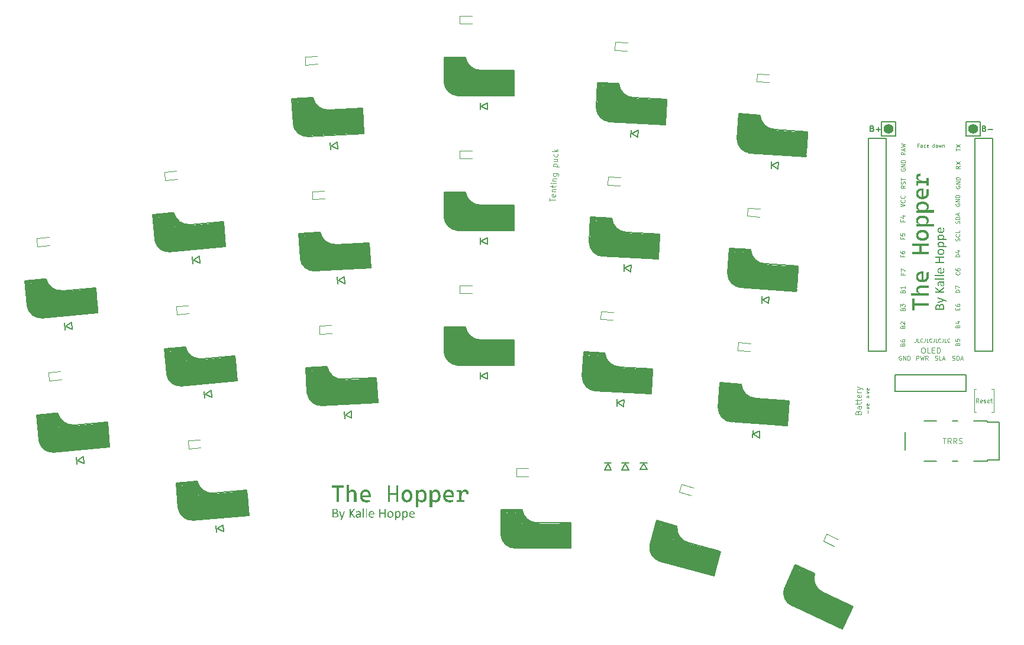
<source format=gbr>
%TF.GenerationSoftware,KiCad,Pcbnew,(6.0.7)*%
%TF.CreationDate,2022-10-20T09:52:42+02:00*%
%TF.ProjectId,Hopper-mx,486f7070-6572-42d6-9d78-2e6b69636164,rev?*%
%TF.SameCoordinates,Original*%
%TF.FileFunction,Legend,Top*%
%TF.FilePolarity,Positive*%
%FSLAX46Y46*%
G04 Gerber Fmt 4.6, Leading zero omitted, Abs format (unit mm)*
G04 Created by KiCad (PCBNEW (6.0.7)) date 2022-10-20 09:52:42*
%MOMM*%
%LPD*%
G01*
G04 APERTURE LIST*
%ADD10C,0.125000*%
%ADD11C,0.300000*%
%ADD12C,0.150000*%
%ADD13C,0.080000*%
%ADD14C,0.100000*%
%ADD15C,0.120000*%
%ADD16C,0.800000*%
%ADD17C,1.000000*%
%ADD18C,3.500000*%
%ADD19C,0.500000*%
%ADD20C,3.000000*%
%ADD21C,0.400000*%
%ADD22C,1.397000*%
G04 APERTURE END LIST*
D10*
X202490249Y-45965232D02*
X202323582Y-45965232D01*
X202323582Y-46227137D02*
X202323582Y-45727137D01*
X202561677Y-45727137D01*
X202966439Y-46227137D02*
X202966439Y-45965232D01*
X202942630Y-45917613D01*
X202895011Y-45893804D01*
X202799773Y-45893804D01*
X202752154Y-45917613D01*
X202966439Y-46203327D02*
X202918820Y-46227137D01*
X202799773Y-46227137D01*
X202752154Y-46203327D01*
X202728344Y-46155708D01*
X202728344Y-46108089D01*
X202752154Y-46060470D01*
X202799773Y-46036661D01*
X202918820Y-46036661D01*
X202966439Y-46012851D01*
X203418820Y-46203327D02*
X203371201Y-46227137D01*
X203275963Y-46227137D01*
X203228344Y-46203327D01*
X203204535Y-46179518D01*
X203180725Y-46131899D01*
X203180725Y-45989042D01*
X203204535Y-45941423D01*
X203228344Y-45917613D01*
X203275963Y-45893804D01*
X203371201Y-45893804D01*
X203418820Y-45917613D01*
X203823582Y-46203327D02*
X203775963Y-46227137D01*
X203680725Y-46227137D01*
X203633106Y-46203327D01*
X203609296Y-46155708D01*
X203609296Y-45965232D01*
X203633106Y-45917613D01*
X203680725Y-45893804D01*
X203775963Y-45893804D01*
X203823582Y-45917613D01*
X203847392Y-45965232D01*
X203847392Y-46012851D01*
X203609296Y-46060470D01*
X204656915Y-46227137D02*
X204656915Y-45727137D01*
X204656915Y-46203327D02*
X204609296Y-46227137D01*
X204514058Y-46227137D01*
X204466439Y-46203327D01*
X204442630Y-46179518D01*
X204418820Y-46131899D01*
X204418820Y-45989042D01*
X204442630Y-45941423D01*
X204466439Y-45917613D01*
X204514058Y-45893804D01*
X204609296Y-45893804D01*
X204656915Y-45917613D01*
X204966439Y-46227137D02*
X204918820Y-46203327D01*
X204895011Y-46179518D01*
X204871201Y-46131899D01*
X204871201Y-45989042D01*
X204895011Y-45941423D01*
X204918820Y-45917613D01*
X204966439Y-45893804D01*
X205037868Y-45893804D01*
X205085487Y-45917613D01*
X205109296Y-45941423D01*
X205133106Y-45989042D01*
X205133106Y-46131899D01*
X205109296Y-46179518D01*
X205085487Y-46203327D01*
X205037868Y-46227137D01*
X204966439Y-46227137D01*
X205299773Y-45893804D02*
X205395011Y-46227137D01*
X205490249Y-45989042D01*
X205585487Y-46227137D01*
X205680725Y-45893804D01*
X205871201Y-45893804D02*
X205871201Y-46227137D01*
X205871201Y-45941423D02*
X205895011Y-45917613D01*
X205942630Y-45893804D01*
X206014058Y-45893804D01*
X206061677Y-45917613D01*
X206085487Y-45965232D01*
X206085487Y-46227137D01*
X202077185Y-73651763D02*
X202077185Y-74008906D01*
X202053375Y-74080334D01*
X202005756Y-74127953D01*
X201934328Y-74151763D01*
X201886709Y-74151763D01*
X202553375Y-74151763D02*
X202315280Y-74151763D01*
X202315280Y-73651763D01*
X203005756Y-74104144D02*
X202981947Y-74127953D01*
X202910518Y-74151763D01*
X202862899Y-74151763D01*
X202791470Y-74127953D01*
X202743851Y-74080334D01*
X202720042Y-74032715D01*
X202696232Y-73937477D01*
X202696232Y-73866049D01*
X202720042Y-73770811D01*
X202743851Y-73723192D01*
X202791470Y-73675573D01*
X202862899Y-73651763D01*
X202910518Y-73651763D01*
X202981947Y-73675573D01*
X203005756Y-73699382D01*
X203362899Y-73651763D02*
X203362899Y-74008906D01*
X203339089Y-74080334D01*
X203291470Y-74127953D01*
X203220042Y-74151763D01*
X203172423Y-74151763D01*
X203839089Y-74151763D02*
X203600994Y-74151763D01*
X203600994Y-73651763D01*
X204291470Y-74104144D02*
X204267661Y-74127953D01*
X204196232Y-74151763D01*
X204148613Y-74151763D01*
X204077185Y-74127953D01*
X204029566Y-74080334D01*
X204005756Y-74032715D01*
X203981947Y-73937477D01*
X203981947Y-73866049D01*
X204005756Y-73770811D01*
X204029566Y-73723192D01*
X204077185Y-73675573D01*
X204148613Y-73651763D01*
X204196232Y-73651763D01*
X204267661Y-73675573D01*
X204291470Y-73699382D01*
X204648613Y-73651763D02*
X204648613Y-74008906D01*
X204624804Y-74080334D01*
X204577185Y-74127953D01*
X204505756Y-74151763D01*
X204458137Y-74151763D01*
X205124804Y-74151763D02*
X204886709Y-74151763D01*
X204886709Y-73651763D01*
X205577185Y-74104144D02*
X205553375Y-74127953D01*
X205481947Y-74151763D01*
X205434328Y-74151763D01*
X205362899Y-74127953D01*
X205315280Y-74080334D01*
X205291470Y-74032715D01*
X205267661Y-73937477D01*
X205267661Y-73866049D01*
X205291470Y-73770811D01*
X205315280Y-73723192D01*
X205362899Y-73675573D01*
X205434328Y-73651763D01*
X205481947Y-73651763D01*
X205553375Y-73675573D01*
X205577185Y-73699382D01*
X205934328Y-73651763D02*
X205934328Y-74008906D01*
X205910518Y-74080334D01*
X205862899Y-74127953D01*
X205791470Y-74151763D01*
X205743851Y-74151763D01*
X206410518Y-74151763D02*
X206172423Y-74151763D01*
X206172423Y-73651763D01*
X206862899Y-74104144D02*
X206839089Y-74127953D01*
X206767661Y-74151763D01*
X206720042Y-74151763D01*
X206648613Y-74127953D01*
X206600994Y-74080334D01*
X206577185Y-74032715D01*
X206553375Y-73937477D01*
X206553375Y-73866049D01*
X206577185Y-73770811D01*
X206600994Y-73723192D01*
X206648613Y-73675573D01*
X206720042Y-73651763D01*
X206767661Y-73651763D01*
X206839089Y-73675573D01*
X206862899Y-73699382D01*
D11*
%TO.C,*%
D12*
D11*
D13*
%TO.C,BT1*%
X195135857Y-82165006D02*
X195135857Y-81707863D01*
X195364428Y-81936435D02*
X194907285Y-81936435D01*
X194964428Y-81479292D02*
X195364428Y-81336435D01*
X194964428Y-81193578D01*
X195335857Y-80736435D02*
X195364428Y-80793578D01*
X195364428Y-80907863D01*
X195335857Y-80965006D01*
X195278714Y-80993578D01*
X195050142Y-80993578D01*
X194993000Y-80965006D01*
X194964428Y-80907863D01*
X194964428Y-80793578D01*
X194993000Y-80736435D01*
X195050142Y-80707863D01*
X195107285Y-80707863D01*
X195164428Y-80993578D01*
X195135857Y-84365006D02*
X195135857Y-83907863D01*
X194964428Y-83679292D02*
X195364428Y-83536435D01*
X194964428Y-83393578D01*
X195335857Y-82936435D02*
X195364428Y-82993578D01*
X195364428Y-83107863D01*
X195335857Y-83165006D01*
X195278714Y-83193578D01*
X195050142Y-83193578D01*
X194993000Y-83165006D01*
X194964428Y-83107863D01*
X194964428Y-82993578D01*
X194993000Y-82936435D01*
X195050142Y-82907863D01*
X195107285Y-82907863D01*
X195164428Y-83193578D01*
D14*
X193792857Y-84207863D02*
X193830952Y-84093578D01*
X193869047Y-84055482D01*
X193945238Y-84017387D01*
X194059523Y-84017387D01*
X194135714Y-84055482D01*
X194173809Y-84093578D01*
X194211904Y-84169768D01*
X194211904Y-84474530D01*
X193411904Y-84474530D01*
X193411904Y-84207863D01*
X193450000Y-84131673D01*
X193488095Y-84093578D01*
X193564285Y-84055482D01*
X193640476Y-84055482D01*
X193716666Y-84093578D01*
X193754761Y-84131673D01*
X193792857Y-84207863D01*
X193792857Y-84474530D01*
X194211904Y-83331673D02*
X193792857Y-83331673D01*
X193716666Y-83369768D01*
X193678571Y-83445959D01*
X193678571Y-83598340D01*
X193716666Y-83674530D01*
X194173809Y-83331673D02*
X194211904Y-83407863D01*
X194211904Y-83598340D01*
X194173809Y-83674530D01*
X194097619Y-83712625D01*
X194021428Y-83712625D01*
X193945238Y-83674530D01*
X193907142Y-83598340D01*
X193907142Y-83407863D01*
X193869047Y-83331673D01*
X193678571Y-83065006D02*
X193678571Y-82760244D01*
X193411904Y-82950721D02*
X194097619Y-82950721D01*
X194173809Y-82912625D01*
X194211904Y-82836435D01*
X194211904Y-82760244D01*
X193678571Y-82607863D02*
X193678571Y-82303101D01*
X193411904Y-82493578D02*
X194097619Y-82493578D01*
X194173809Y-82455482D01*
X194211904Y-82379292D01*
X194211904Y-82303101D01*
X194173809Y-81731673D02*
X194211904Y-81807863D01*
X194211904Y-81960244D01*
X194173809Y-82036435D01*
X194097619Y-82074530D01*
X193792857Y-82074530D01*
X193716666Y-82036435D01*
X193678571Y-81960244D01*
X193678571Y-81807863D01*
X193716666Y-81731673D01*
X193792857Y-81693578D01*
X193869047Y-81693578D01*
X193945238Y-82074530D01*
X194211904Y-81350721D02*
X193678571Y-81350721D01*
X193830952Y-81350721D02*
X193754761Y-81312625D01*
X193716666Y-81274530D01*
X193678571Y-81198340D01*
X193678571Y-81122149D01*
X193678571Y-80931673D02*
X194211904Y-80741197D01*
X193678571Y-80550721D02*
X194211904Y-80741197D01*
X194402380Y-80817387D01*
X194440476Y-80855482D01*
X194478571Y-80931673D01*
D13*
%TO.C,RSW1*%
X211045142Y-82821428D02*
X210845142Y-82535714D01*
X210702285Y-82821428D02*
X210702285Y-82221428D01*
X210930857Y-82221428D01*
X210988000Y-82250000D01*
X211016571Y-82278571D01*
X211045142Y-82335714D01*
X211045142Y-82421428D01*
X211016571Y-82478571D01*
X210988000Y-82507142D01*
X210930857Y-82535714D01*
X210702285Y-82535714D01*
X211530857Y-82792857D02*
X211473714Y-82821428D01*
X211359428Y-82821428D01*
X211302285Y-82792857D01*
X211273714Y-82735714D01*
X211273714Y-82507142D01*
X211302285Y-82450000D01*
X211359428Y-82421428D01*
X211473714Y-82421428D01*
X211530857Y-82450000D01*
X211559428Y-82507142D01*
X211559428Y-82564285D01*
X211273714Y-82621428D01*
X211788000Y-82792857D02*
X211845142Y-82821428D01*
X211959428Y-82821428D01*
X212016571Y-82792857D01*
X212045142Y-82735714D01*
X212045142Y-82707142D01*
X212016571Y-82650000D01*
X211959428Y-82621428D01*
X211873714Y-82621428D01*
X211816571Y-82592857D01*
X211788000Y-82535714D01*
X211788000Y-82507142D01*
X211816571Y-82450000D01*
X211873714Y-82421428D01*
X211959428Y-82421428D01*
X212016571Y-82450000D01*
X212530857Y-82792857D02*
X212473714Y-82821428D01*
X212359428Y-82821428D01*
X212302285Y-82792857D01*
X212273714Y-82735714D01*
X212273714Y-82507142D01*
X212302285Y-82450000D01*
X212359428Y-82421428D01*
X212473714Y-82421428D01*
X212530857Y-82450000D01*
X212559428Y-82507142D01*
X212559428Y-82564285D01*
X212273714Y-82621428D01*
X212730857Y-82421428D02*
X212959428Y-82421428D01*
X212816571Y-82221428D02*
X212816571Y-82735714D01*
X212845142Y-82792857D01*
X212902285Y-82821428D01*
X212959428Y-82821428D01*
D12*
%TO.C,*%
%TO.C,B-*%
X211846888Y-43537055D02*
X211963002Y-43575760D01*
X212001707Y-43614465D01*
X212040412Y-43691874D01*
X212040412Y-43807989D01*
X212001707Y-43885398D01*
X211963002Y-43924103D01*
X211885593Y-43962808D01*
X211575954Y-43962808D01*
X211575954Y-43150008D01*
X211846888Y-43150008D01*
X211924297Y-43188713D01*
X211963002Y-43227417D01*
X212001707Y-43304827D01*
X212001707Y-43382236D01*
X211963002Y-43459646D01*
X211924297Y-43498351D01*
X211846888Y-43537055D01*
X211575954Y-43537055D01*
X212388754Y-43653170D02*
X213008031Y-43653170D01*
%TO.C,*%
D14*
%TO.C,PUCK1*%
X149628025Y-53975549D02*
X149651950Y-53519033D01*
X150438891Y-53789160D02*
X149639988Y-53747291D01*
X150442717Y-52988263D02*
X150476773Y-53066342D01*
X150468798Y-53218514D01*
X150426767Y-53292607D01*
X150348687Y-53326662D01*
X150044343Y-53310712D01*
X149970251Y-53268682D01*
X149936195Y-53190602D01*
X149944170Y-53038430D01*
X149986201Y-52964338D01*
X150064281Y-52930282D01*
X150140367Y-52934269D01*
X150196515Y-53318687D01*
X149968095Y-52581913D02*
X150500698Y-52609826D01*
X150044181Y-52585901D02*
X150008132Y-52545864D01*
X149974077Y-52467784D01*
X149980058Y-52353655D01*
X150022088Y-52279563D01*
X150100168Y-52245507D01*
X150518641Y-52267439D01*
X149999995Y-51973225D02*
X150015945Y-51668881D01*
X149739675Y-51845140D02*
X150424450Y-51881027D01*
X150502530Y-51846972D01*
X150544560Y-51772879D01*
X150548548Y-51696793D01*
X150562504Y-51430492D02*
X150029902Y-51402580D01*
X149763600Y-51388623D02*
X149799650Y-51428660D01*
X149839686Y-51392611D01*
X149803637Y-51352574D01*
X149763600Y-51388623D01*
X149839686Y-51392611D01*
X150049839Y-51022149D02*
X150582442Y-51050062D01*
X150125925Y-51026137D02*
X150089876Y-50986100D01*
X150055820Y-50908020D01*
X150061802Y-50793891D01*
X150103832Y-50719799D01*
X150181912Y-50685743D01*
X150600385Y-50707674D01*
X150105664Y-49956944D02*
X150752396Y-49990838D01*
X150826488Y-50032869D01*
X150862537Y-50072905D01*
X150896593Y-50150985D01*
X150890611Y-50265114D01*
X150848581Y-50339207D01*
X150600224Y-49982863D02*
X150634279Y-50060943D01*
X150626304Y-50213115D01*
X150584274Y-50287207D01*
X150544237Y-50323257D01*
X150466157Y-50357312D01*
X150237899Y-50345350D01*
X150163806Y-50303319D01*
X150127757Y-50263282D01*
X150093702Y-50185203D01*
X150101677Y-50033030D01*
X150143707Y-49958938D01*
X150157502Y-48967826D02*
X150956405Y-49009694D01*
X150195545Y-48969819D02*
X150161489Y-48891740D01*
X150169464Y-48739567D01*
X150211495Y-48665475D01*
X150251531Y-48629426D01*
X150329611Y-48595370D01*
X150557869Y-48607333D01*
X150631962Y-48649363D01*
X150668011Y-48689400D01*
X150702067Y-48767480D01*
X150694092Y-48919652D01*
X150652061Y-48993744D01*
X150213327Y-47902621D02*
X150745929Y-47930533D01*
X150195383Y-48245008D02*
X150613856Y-48266939D01*
X150691936Y-48232884D01*
X150733967Y-48158791D01*
X150739948Y-48044662D01*
X150705892Y-47966583D01*
X150669843Y-47926546D01*
X150745767Y-47205722D02*
X150779823Y-47283802D01*
X150771848Y-47435974D01*
X150729817Y-47510066D01*
X150689781Y-47546116D01*
X150611701Y-47580171D01*
X150383443Y-47568209D01*
X150309350Y-47526178D01*
X150273301Y-47486141D01*
X150239245Y-47408061D01*
X150247220Y-47255889D01*
X150289251Y-47181797D01*
X150801754Y-46865328D02*
X150002850Y-46823460D01*
X150501397Y-46773292D02*
X150817704Y-46560984D01*
X150285102Y-46533072D02*
X150573496Y-46853366D01*
%TO.C,J1*%
X205906151Y-87868326D02*
X206363294Y-87868326D01*
X206134722Y-88668326D02*
X206134722Y-87868326D01*
X207087103Y-88668326D02*
X206820436Y-88287374D01*
X206629960Y-88668326D02*
X206629960Y-87868326D01*
X206934722Y-87868326D01*
X207010913Y-87906422D01*
X207049008Y-87944517D01*
X207087103Y-88020707D01*
X207087103Y-88134993D01*
X207049008Y-88211183D01*
X207010913Y-88249279D01*
X206934722Y-88287374D01*
X206629960Y-88287374D01*
X207887103Y-88668326D02*
X207620436Y-88287374D01*
X207429960Y-88668326D02*
X207429960Y-87868326D01*
X207734722Y-87868326D01*
X207810913Y-87906422D01*
X207849008Y-87944517D01*
X207887103Y-88020707D01*
X207887103Y-88134993D01*
X207849008Y-88211183D01*
X207810913Y-88249279D01*
X207734722Y-88287374D01*
X207429960Y-88287374D01*
X208191865Y-88630231D02*
X208306151Y-88668326D01*
X208496627Y-88668326D01*
X208572817Y-88630231D01*
X208610913Y-88592136D01*
X208649008Y-88515945D01*
X208649008Y-88439755D01*
X208610913Y-88363564D01*
X208572817Y-88325469D01*
X208496627Y-88287374D01*
X208344246Y-88249279D01*
X208268055Y-88211183D01*
X208229960Y-88173088D01*
X208191865Y-88096898D01*
X208191865Y-88020707D01*
X208229960Y-87944517D01*
X208268055Y-87906422D01*
X208344246Y-87868326D01*
X208534722Y-87868326D01*
X208649008Y-87906422D01*
D13*
%TO.C,U1*%
X200151791Y-61736147D02*
X200151791Y-61936147D01*
X200466077Y-61936147D02*
X199866077Y-61936147D01*
X199866077Y-61650432D01*
X199866077Y-61164718D02*
X199866077Y-61279004D01*
X199894649Y-61336147D01*
X199923220Y-61364718D01*
X200008934Y-61421861D01*
X200123220Y-61450432D01*
X200351791Y-61450432D01*
X200408934Y-61421861D01*
X200437506Y-61393289D01*
X200466077Y-61336147D01*
X200466077Y-61221861D01*
X200437506Y-61164718D01*
X200408934Y-61136147D01*
X200351791Y-61107575D01*
X200208934Y-61107575D01*
X200151791Y-61136147D01*
X200123220Y-61164718D01*
X200094649Y-61221861D01*
X200094649Y-61336147D01*
X200123220Y-61393289D01*
X200151791Y-61421861D01*
X200208934Y-61450432D01*
X208290211Y-64125692D02*
X208318783Y-64154263D01*
X208347354Y-64239977D01*
X208347354Y-64297120D01*
X208318783Y-64382834D01*
X208261640Y-64439977D01*
X208204497Y-64468549D01*
X208090211Y-64497120D01*
X208004497Y-64497120D01*
X207890211Y-64468549D01*
X207833068Y-64439977D01*
X207775926Y-64382834D01*
X207747354Y-64297120D01*
X207747354Y-64239977D01*
X207775926Y-64154263D01*
X207804497Y-64125692D01*
X207747354Y-63611406D02*
X207747354Y-63725692D01*
X207775926Y-63782834D01*
X207804497Y-63811406D01*
X207890211Y-63868549D01*
X208004497Y-63897120D01*
X208233068Y-63897120D01*
X208290211Y-63868549D01*
X208318783Y-63839977D01*
X208347354Y-63782834D01*
X208347354Y-63668549D01*
X208318783Y-63611406D01*
X208290211Y-63582834D01*
X208233068Y-63554263D01*
X208090211Y-63554263D01*
X208033068Y-63582834D01*
X208004497Y-63611406D01*
X207975926Y-63668549D01*
X207975926Y-63782834D01*
X208004497Y-63839977D01*
X208033068Y-63868549D01*
X208090211Y-63897120D01*
X208008081Y-71873962D02*
X208036653Y-71788247D01*
X208065224Y-71759676D01*
X208122367Y-71731105D01*
X208208081Y-71731105D01*
X208265224Y-71759676D01*
X208293796Y-71788247D01*
X208322367Y-71845390D01*
X208322367Y-72073962D01*
X207722367Y-72073962D01*
X207722367Y-71873962D01*
X207750939Y-71816819D01*
X207779510Y-71788247D01*
X207836653Y-71759676D01*
X207893796Y-71759676D01*
X207950939Y-71788247D01*
X207979510Y-71816819D01*
X208008081Y-71873962D01*
X208008081Y-72073962D01*
X207922367Y-71216819D02*
X208322367Y-71216819D01*
X207693796Y-71359676D02*
X208122367Y-71502533D01*
X208122367Y-71131105D01*
X208360097Y-48898844D02*
X208074383Y-49098844D01*
X208360097Y-49241701D02*
X207760097Y-49241701D01*
X207760097Y-49013129D01*
X207788669Y-48955986D01*
X207817240Y-48927415D01*
X207874383Y-48898844D01*
X207960097Y-48898844D01*
X208017240Y-48927415D01*
X208045811Y-48955986D01*
X208074383Y-49013129D01*
X208074383Y-49241701D01*
X207760097Y-48698844D02*
X208360097Y-48298844D01*
X207760097Y-48298844D02*
X208360097Y-48698844D01*
X207788669Y-51795986D02*
X207760097Y-51853129D01*
X207760097Y-51938844D01*
X207788669Y-52024558D01*
X207845811Y-52081701D01*
X207902954Y-52110272D01*
X208017240Y-52138844D01*
X208102954Y-52138844D01*
X208217240Y-52110272D01*
X208274383Y-52081701D01*
X208331526Y-52024558D01*
X208360097Y-51938844D01*
X208360097Y-51881701D01*
X208331526Y-51795986D01*
X208302954Y-51767415D01*
X208102954Y-51767415D01*
X208102954Y-51881701D01*
X208360097Y-51510272D02*
X207760097Y-51510272D01*
X208360097Y-51167415D01*
X207760097Y-51167415D01*
X208360097Y-50881701D02*
X207760097Y-50881701D01*
X207760097Y-50738844D01*
X207788669Y-50653129D01*
X207845811Y-50595986D01*
X207902954Y-50567415D01*
X208017240Y-50538844D01*
X208102954Y-50538844D01*
X208217240Y-50567415D01*
X208274383Y-50595986D01*
X208331526Y-50653129D01*
X208360097Y-50738844D01*
X208360097Y-50881701D01*
X200151791Y-59196147D02*
X200151791Y-59396147D01*
X200466077Y-59396147D02*
X199866077Y-59396147D01*
X199866077Y-59110432D01*
X199866077Y-58596147D02*
X199866077Y-58881861D01*
X200151791Y-58910432D01*
X200123220Y-58881861D01*
X200094649Y-58824718D01*
X200094649Y-58681861D01*
X200123220Y-58624718D01*
X200151791Y-58596147D01*
X200208934Y-58567575D01*
X200351791Y-58567575D01*
X200408934Y-58596147D01*
X200437506Y-58624718D01*
X200466077Y-58681861D01*
X200466077Y-58824718D01*
X200437506Y-58881861D01*
X200408934Y-58910432D01*
X200499820Y-46934159D02*
X200214106Y-47134159D01*
X200499820Y-47277016D02*
X199899820Y-47277016D01*
X199899820Y-47048445D01*
X199928392Y-46991302D01*
X199956963Y-46962731D01*
X200014106Y-46934159D01*
X200099820Y-46934159D01*
X200156963Y-46962731D01*
X200185534Y-46991302D01*
X200214106Y-47048445D01*
X200214106Y-47277016D01*
X200328392Y-46705588D02*
X200328392Y-46419874D01*
X200499820Y-46762731D02*
X199899820Y-46562731D01*
X200499820Y-46362731D01*
X199899820Y-46219874D02*
X200499820Y-46077016D01*
X200071249Y-45962731D01*
X200499820Y-45848445D01*
X199899820Y-45705588D01*
X207753262Y-46714459D02*
X207753262Y-46371602D01*
X208353262Y-46543031D02*
X207753262Y-46543031D01*
X207753262Y-46228745D02*
X208353262Y-45828745D01*
X207753262Y-45828745D02*
X208353262Y-46228745D01*
X200154598Y-69400097D02*
X200183170Y-69314382D01*
X200211741Y-69285811D01*
X200268884Y-69257240D01*
X200354598Y-69257240D01*
X200411741Y-69285811D01*
X200440313Y-69314382D01*
X200468884Y-69371525D01*
X200468884Y-69600097D01*
X199868884Y-69600097D01*
X199868884Y-69400097D01*
X199897456Y-69342954D01*
X199926027Y-69314382D01*
X199983170Y-69285811D01*
X200040313Y-69285811D01*
X200097456Y-69314382D01*
X200126027Y-69342954D01*
X200154598Y-69400097D01*
X200154598Y-69600097D01*
X199868884Y-69057240D02*
X199868884Y-68685811D01*
X200097456Y-68885811D01*
X200097456Y-68800097D01*
X200126027Y-68742954D01*
X200154598Y-68714382D01*
X200211741Y-68685811D01*
X200354598Y-68685811D01*
X200411741Y-68714382D01*
X200440313Y-68742954D01*
X200468884Y-68800097D01*
X200468884Y-68971525D01*
X200440313Y-69028668D01*
X200411741Y-69057240D01*
X200147804Y-74474992D02*
X200176376Y-74389277D01*
X200204947Y-74360706D01*
X200262090Y-74332135D01*
X200347804Y-74332135D01*
X200404947Y-74360706D01*
X200433519Y-74389277D01*
X200462090Y-74446420D01*
X200462090Y-74674992D01*
X199862090Y-74674992D01*
X199862090Y-74474992D01*
X199890662Y-74417849D01*
X199919233Y-74389277D01*
X199976376Y-74360706D01*
X200033519Y-74360706D01*
X200090662Y-74389277D01*
X200119233Y-74417849D01*
X200147804Y-74474992D01*
X200147804Y-74674992D01*
X199862090Y-73817849D02*
X199862090Y-73932135D01*
X199890662Y-73989277D01*
X199919233Y-74017849D01*
X200004947Y-74074992D01*
X200119233Y-74103563D01*
X200347804Y-74103563D01*
X200404947Y-74074992D01*
X200433519Y-74046420D01*
X200462090Y-73989277D01*
X200462090Y-73874992D01*
X200433519Y-73817849D01*
X200404947Y-73789277D01*
X200347804Y-73760706D01*
X200204947Y-73760706D01*
X200147804Y-73789277D01*
X200119233Y-73817849D01*
X200090662Y-73874992D01*
X200090662Y-73989277D01*
X200119233Y-74046420D01*
X200147804Y-74074992D01*
X200204947Y-74103563D01*
X208329161Y-66999067D02*
X207729161Y-66999067D01*
X207729161Y-66856210D01*
X207757733Y-66770495D01*
X207814875Y-66713352D01*
X207872018Y-66684781D01*
X207986304Y-66656210D01*
X208072018Y-66656210D01*
X208186304Y-66684781D01*
X208243447Y-66713352D01*
X208300590Y-66770495D01*
X208329161Y-66856210D01*
X208329161Y-66999067D01*
X207729161Y-66456210D02*
X207729161Y-66056210D01*
X208329161Y-66313352D01*
X199872871Y-54721252D02*
X200472871Y-54521252D01*
X199872871Y-54321252D01*
X200415728Y-53778394D02*
X200444300Y-53806966D01*
X200472871Y-53892680D01*
X200472871Y-53949823D01*
X200444300Y-54035537D01*
X200387157Y-54092680D01*
X200330014Y-54121252D01*
X200215728Y-54149823D01*
X200130014Y-54149823D01*
X200015728Y-54121252D01*
X199958585Y-54092680D01*
X199901443Y-54035537D01*
X199872871Y-53949823D01*
X199872871Y-53892680D01*
X199901443Y-53806966D01*
X199930014Y-53778394D01*
X200415728Y-53178394D02*
X200444300Y-53206966D01*
X200472871Y-53292680D01*
X200472871Y-53349823D01*
X200444300Y-53435537D01*
X200387157Y-53492680D01*
X200330014Y-53521252D01*
X200215728Y-53549823D01*
X200130014Y-53549823D01*
X200015728Y-53521252D01*
X199958585Y-53492680D01*
X199901443Y-53435537D01*
X199872871Y-53349823D01*
X199872871Y-53292680D01*
X199901443Y-53206966D01*
X199930014Y-53178394D01*
X208297783Y-59649402D02*
X208326354Y-59563688D01*
X208326354Y-59420831D01*
X208297783Y-59363688D01*
X208269211Y-59335117D01*
X208212068Y-59306545D01*
X208154926Y-59306545D01*
X208097783Y-59335117D01*
X208069211Y-59363688D01*
X208040640Y-59420831D01*
X208012068Y-59535117D01*
X207983497Y-59592259D01*
X207954926Y-59620831D01*
X207897783Y-59649402D01*
X207840640Y-59649402D01*
X207783497Y-59620831D01*
X207754926Y-59592259D01*
X207726354Y-59535117D01*
X207726354Y-59392259D01*
X207754926Y-59306545D01*
X208269211Y-58706545D02*
X208297783Y-58735117D01*
X208326354Y-58820831D01*
X208326354Y-58877974D01*
X208297783Y-58963688D01*
X208240640Y-59020831D01*
X208183497Y-59049402D01*
X208069211Y-59077974D01*
X207983497Y-59077974D01*
X207869211Y-59049402D01*
X207812068Y-59020831D01*
X207754926Y-58963688D01*
X207726354Y-58877974D01*
X207726354Y-58820831D01*
X207754926Y-58735117D01*
X207783497Y-58706545D01*
X208326354Y-58163688D02*
X208326354Y-58449402D01*
X207726354Y-58449402D01*
X200158585Y-56661252D02*
X200158585Y-56861252D01*
X200472871Y-56861252D02*
X199872871Y-56861252D01*
X199872871Y-56575537D01*
X200072871Y-56089823D02*
X200472871Y-56089823D01*
X199844300Y-56232680D02*
X200272871Y-56375537D01*
X200272871Y-56004109D01*
X208326354Y-61917974D02*
X207726354Y-61917974D01*
X207726354Y-61775117D01*
X207754926Y-61689402D01*
X207812068Y-61632259D01*
X207869211Y-61603688D01*
X207983497Y-61575117D01*
X208069211Y-61575117D01*
X208183497Y-61603688D01*
X208240640Y-61632259D01*
X208297783Y-61689402D01*
X208326354Y-61775117D01*
X208326354Y-61917974D01*
X207926354Y-61060831D02*
X208326354Y-61060831D01*
X207697783Y-61203688D02*
X208126354Y-61346545D01*
X208126354Y-60975117D01*
X207761720Y-54317364D02*
X207733148Y-54374507D01*
X207733148Y-54460222D01*
X207761720Y-54545936D01*
X207818862Y-54603079D01*
X207876005Y-54631650D01*
X207990291Y-54660222D01*
X208076005Y-54660222D01*
X208190291Y-54631650D01*
X208247434Y-54603079D01*
X208304577Y-54545936D01*
X208333148Y-54460222D01*
X208333148Y-54403079D01*
X208304577Y-54317364D01*
X208276005Y-54288793D01*
X208076005Y-54288793D01*
X208076005Y-54403079D01*
X208333148Y-54031650D02*
X207733148Y-54031650D01*
X208333148Y-53688793D01*
X207733148Y-53688793D01*
X208333148Y-53403079D02*
X207733148Y-53403079D01*
X207733148Y-53260222D01*
X207761720Y-53174507D01*
X207818862Y-53117364D01*
X207876005Y-53088793D01*
X207990291Y-53060222D01*
X208076005Y-53060222D01*
X208190291Y-53088793D01*
X208247434Y-53117364D01*
X208304577Y-53174507D01*
X208333148Y-53260222D01*
X208333148Y-53403079D01*
X200147804Y-71934992D02*
X200176376Y-71849277D01*
X200204947Y-71820706D01*
X200262090Y-71792135D01*
X200347804Y-71792135D01*
X200404947Y-71820706D01*
X200433519Y-71849277D01*
X200462090Y-71906420D01*
X200462090Y-72134992D01*
X199862090Y-72134992D01*
X199862090Y-71934992D01*
X199890662Y-71877849D01*
X199919233Y-71849277D01*
X199976376Y-71820706D01*
X200033519Y-71820706D01*
X200090662Y-71849277D01*
X200119233Y-71877849D01*
X200147804Y-71934992D01*
X200147804Y-72134992D01*
X199919233Y-71563563D02*
X199890662Y-71534992D01*
X199862090Y-71477849D01*
X199862090Y-71334992D01*
X199890662Y-71277849D01*
X199919233Y-71249277D01*
X199976376Y-71220706D01*
X200033519Y-71220706D01*
X200119233Y-71249277D01*
X200462090Y-71592135D01*
X200462090Y-71220706D01*
X208304577Y-57128793D02*
X208333148Y-57043079D01*
X208333148Y-56900222D01*
X208304577Y-56843079D01*
X208276005Y-56814507D01*
X208218862Y-56785936D01*
X208161720Y-56785936D01*
X208104577Y-56814507D01*
X208076005Y-56843079D01*
X208047434Y-56900222D01*
X208018862Y-57014507D01*
X207990291Y-57071650D01*
X207961720Y-57100222D01*
X207904577Y-57128793D01*
X207847434Y-57128793D01*
X207790291Y-57100222D01*
X207761720Y-57071650D01*
X207733148Y-57014507D01*
X207733148Y-56871650D01*
X207761720Y-56785936D01*
X208333148Y-56528793D02*
X207733148Y-56528793D01*
X207733148Y-56385936D01*
X207761720Y-56300222D01*
X207818862Y-56243079D01*
X207876005Y-56214507D01*
X207990291Y-56185936D01*
X208076005Y-56185936D01*
X208190291Y-56214507D01*
X208247434Y-56243079D01*
X208304577Y-56300222D01*
X208333148Y-56385936D01*
X208333148Y-56528793D01*
X208161720Y-55957364D02*
X208161720Y-55671650D01*
X208333148Y-56014507D02*
X207733148Y-55814507D01*
X208333148Y-55614507D01*
X199928392Y-49317016D02*
X199899820Y-49374159D01*
X199899820Y-49459874D01*
X199928392Y-49545588D01*
X199985534Y-49602731D01*
X200042677Y-49631302D01*
X200156963Y-49659874D01*
X200242677Y-49659874D01*
X200356963Y-49631302D01*
X200414106Y-49602731D01*
X200471249Y-49545588D01*
X200499820Y-49459874D01*
X200499820Y-49402731D01*
X200471249Y-49317016D01*
X200442677Y-49288445D01*
X200242677Y-49288445D01*
X200242677Y-49402731D01*
X200499820Y-49031302D02*
X199899820Y-49031302D01*
X200499820Y-48688445D01*
X199899820Y-48688445D01*
X200499820Y-48402731D02*
X199899820Y-48402731D01*
X199899820Y-48259874D01*
X199928392Y-48174159D01*
X199985534Y-48117016D01*
X200042677Y-48088445D01*
X200156963Y-48059874D01*
X200242677Y-48059874D01*
X200356963Y-48088445D01*
X200414106Y-48117016D01*
X200471249Y-48174159D01*
X200499820Y-48259874D01*
X200499820Y-48402731D01*
X208014875Y-69510495D02*
X208014875Y-69310495D01*
X208329161Y-69224781D02*
X208329161Y-69510495D01*
X207729161Y-69510495D01*
X207729161Y-69224781D01*
X207729161Y-68710495D02*
X207729161Y-68824781D01*
X207757733Y-68881924D01*
X207786304Y-68910495D01*
X207872018Y-68967638D01*
X207986304Y-68996210D01*
X208214875Y-68996210D01*
X208272018Y-68967638D01*
X208300590Y-68939067D01*
X208329161Y-68881924D01*
X208329161Y-68767638D01*
X208300590Y-68710495D01*
X208272018Y-68681924D01*
X208214875Y-68653352D01*
X208072018Y-68653352D01*
X208014875Y-68681924D01*
X207986304Y-68710495D01*
X207957733Y-68767638D01*
X207957733Y-68881924D01*
X207986304Y-68939067D01*
X208014875Y-68967638D01*
X208072018Y-68996210D01*
X208008081Y-74413962D02*
X208036653Y-74328247D01*
X208065224Y-74299676D01*
X208122367Y-74271105D01*
X208208081Y-74271105D01*
X208265224Y-74299676D01*
X208293796Y-74328247D01*
X208322367Y-74385390D01*
X208322367Y-74613962D01*
X207722367Y-74613962D01*
X207722367Y-74413962D01*
X207750939Y-74356819D01*
X207779510Y-74328247D01*
X207836653Y-74299676D01*
X207893796Y-74299676D01*
X207950939Y-74328247D01*
X207979510Y-74356819D01*
X208008081Y-74413962D01*
X208008081Y-74613962D01*
X207722367Y-73728247D02*
X207722367Y-74013962D01*
X208008081Y-74042533D01*
X207979510Y-74013962D01*
X207950939Y-73956819D01*
X207950939Y-73813962D01*
X207979510Y-73756819D01*
X208008081Y-73728247D01*
X208065224Y-73699676D01*
X208208081Y-73699676D01*
X208265224Y-73728247D01*
X208293796Y-73756819D01*
X208322367Y-73813962D01*
X208322367Y-73956819D01*
X208293796Y-74013962D01*
X208265224Y-74042533D01*
X200499820Y-51728445D02*
X200214106Y-51928445D01*
X200499820Y-52071302D02*
X199899820Y-52071302D01*
X199899820Y-51842731D01*
X199928392Y-51785588D01*
X199956963Y-51757016D01*
X200014106Y-51728445D01*
X200099820Y-51728445D01*
X200156963Y-51757016D01*
X200185534Y-51785588D01*
X200214106Y-51842731D01*
X200214106Y-52071302D01*
X200471249Y-51499874D02*
X200499820Y-51414159D01*
X200499820Y-51271302D01*
X200471249Y-51214159D01*
X200442677Y-51185588D01*
X200385534Y-51157016D01*
X200328392Y-51157016D01*
X200271249Y-51185588D01*
X200242677Y-51214159D01*
X200214106Y-51271302D01*
X200185534Y-51385588D01*
X200156963Y-51442731D01*
X200128392Y-51471302D01*
X200071249Y-51499874D01*
X200014106Y-51499874D01*
X199956963Y-51471302D01*
X199928392Y-51442731D01*
X199899820Y-51385588D01*
X199899820Y-51242731D01*
X199928392Y-51157016D01*
X199899820Y-50985588D02*
X199899820Y-50642731D01*
X200499820Y-50814159D02*
X199899820Y-50814159D01*
X200154598Y-66860097D02*
X200183170Y-66774382D01*
X200211741Y-66745811D01*
X200268884Y-66717240D01*
X200354598Y-66717240D01*
X200411741Y-66745811D01*
X200440313Y-66774382D01*
X200468884Y-66831525D01*
X200468884Y-67060097D01*
X199868884Y-67060097D01*
X199868884Y-66860097D01*
X199897456Y-66802954D01*
X199926027Y-66774382D01*
X199983170Y-66745811D01*
X200040313Y-66745811D01*
X200097456Y-66774382D01*
X200126027Y-66802954D01*
X200154598Y-66860097D01*
X200154598Y-67060097D01*
X200468884Y-66145811D02*
X200468884Y-66488668D01*
X200468884Y-66317240D02*
X199868884Y-66317240D01*
X199954598Y-66374382D01*
X200011741Y-66431525D01*
X200040313Y-66488668D01*
X200172791Y-64286722D02*
X200172791Y-64486722D01*
X200487077Y-64486722D02*
X199887077Y-64486722D01*
X199887077Y-64201007D01*
X199887077Y-64029579D02*
X199887077Y-63629579D01*
X200487077Y-63886722D01*
D12*
%TO.C,B+*%
X195811054Y-43537055D02*
X195927168Y-43575760D01*
X195965873Y-43614465D01*
X196004578Y-43691874D01*
X196004578Y-43807989D01*
X195965873Y-43885398D01*
X195927168Y-43924103D01*
X195849759Y-43962808D01*
X195540120Y-43962808D01*
X195540120Y-43150008D01*
X195811054Y-43150008D01*
X195888463Y-43188713D01*
X195927168Y-43227417D01*
X195965873Y-43304827D01*
X195965873Y-43382236D01*
X195927168Y-43459646D01*
X195888463Y-43498351D01*
X195811054Y-43537055D01*
X195540120Y-43537055D01*
X196352920Y-43653170D02*
X196972197Y-43653170D01*
X196662559Y-43962808D02*
X196662559Y-43343532D01*
D14*
%TO.C,O1*%
X203016606Y-74892817D02*
X203168987Y-74892817D01*
X203245177Y-74930913D01*
X203321368Y-75007103D01*
X203359463Y-75159484D01*
X203359463Y-75426151D01*
X203321368Y-75578532D01*
X203245177Y-75654722D01*
X203168987Y-75692817D01*
X203016606Y-75692817D01*
X202940415Y-75654722D01*
X202864225Y-75578532D01*
X202826130Y-75426151D01*
X202826130Y-75159484D01*
X202864225Y-75007103D01*
X202940415Y-74930913D01*
X203016606Y-74892817D01*
X204083272Y-75692817D02*
X203702320Y-75692817D01*
X203702320Y-74892817D01*
X204349939Y-75273770D02*
X204616606Y-75273770D01*
X204730891Y-75692817D02*
X204349939Y-75692817D01*
X204349939Y-74892817D01*
X204730891Y-74892817D01*
X205073749Y-75692817D02*
X205073749Y-74892817D01*
X205264225Y-74892817D01*
X205378511Y-74930913D01*
X205454701Y-75007103D01*
X205492796Y-75083293D01*
X205530891Y-75235674D01*
X205530891Y-75349960D01*
X205492796Y-75502341D01*
X205454701Y-75578532D01*
X205378511Y-75654722D01*
X205264225Y-75692817D01*
X205073749Y-75692817D01*
D13*
X204810885Y-76673930D02*
X204896599Y-76702501D01*
X205039456Y-76702501D01*
X205096599Y-76673930D01*
X205125171Y-76645358D01*
X205153742Y-76588215D01*
X205153742Y-76531073D01*
X205125171Y-76473930D01*
X205096599Y-76445358D01*
X205039456Y-76416787D01*
X204925171Y-76388215D01*
X204868028Y-76359644D01*
X204839456Y-76331073D01*
X204810885Y-76273930D01*
X204810885Y-76216787D01*
X204839456Y-76159644D01*
X204868028Y-76131073D01*
X204925171Y-76102501D01*
X205068028Y-76102501D01*
X205153742Y-76131073D01*
X205696599Y-76702501D02*
X205410885Y-76702501D01*
X205410885Y-76102501D01*
X205868028Y-76531073D02*
X206153742Y-76531073D01*
X205810885Y-76702501D02*
X206010885Y-76102501D01*
X206210885Y-76702501D01*
X207293742Y-76673930D02*
X207379456Y-76702501D01*
X207522314Y-76702501D01*
X207579456Y-76673930D01*
X207608028Y-76645358D01*
X207636599Y-76588215D01*
X207636599Y-76531073D01*
X207608028Y-76473930D01*
X207579456Y-76445358D01*
X207522314Y-76416787D01*
X207408028Y-76388215D01*
X207350885Y-76359644D01*
X207322314Y-76331073D01*
X207293742Y-76273930D01*
X207293742Y-76216787D01*
X207322314Y-76159644D01*
X207350885Y-76131073D01*
X207408028Y-76102501D01*
X207550885Y-76102501D01*
X207636599Y-76131073D01*
X207893742Y-76702501D02*
X207893742Y-76102501D01*
X208036599Y-76102501D01*
X208122314Y-76131073D01*
X208179456Y-76188215D01*
X208208028Y-76245358D01*
X208236599Y-76359644D01*
X208236599Y-76445358D01*
X208208028Y-76559644D01*
X208179456Y-76616787D01*
X208122314Y-76673930D01*
X208036599Y-76702501D01*
X207893742Y-76702501D01*
X208465171Y-76531073D02*
X208750885Y-76531073D01*
X208408028Y-76702501D02*
X208608028Y-76102501D01*
X208808028Y-76702501D01*
X199945171Y-76131073D02*
X199888028Y-76102501D01*
X199802314Y-76102501D01*
X199716599Y-76131073D01*
X199659456Y-76188215D01*
X199630885Y-76245358D01*
X199602314Y-76359644D01*
X199602314Y-76445358D01*
X199630885Y-76559644D01*
X199659456Y-76616787D01*
X199716599Y-76673930D01*
X199802314Y-76702501D01*
X199859456Y-76702501D01*
X199945171Y-76673930D01*
X199973742Y-76645358D01*
X199973742Y-76445358D01*
X199859456Y-76445358D01*
X200230885Y-76702501D02*
X200230885Y-76102501D01*
X200573742Y-76702501D01*
X200573742Y-76102501D01*
X200859456Y-76702501D02*
X200859456Y-76102501D01*
X201002314Y-76102501D01*
X201088028Y-76131073D01*
X201145171Y-76188215D01*
X201173742Y-76245358D01*
X201202314Y-76359644D01*
X201202314Y-76445358D01*
X201173742Y-76559644D01*
X201145171Y-76616787D01*
X201088028Y-76673930D01*
X201002314Y-76702501D01*
X200859456Y-76702501D01*
X202142314Y-76702501D02*
X202142314Y-76102501D01*
X202370885Y-76102501D01*
X202428028Y-76131073D01*
X202456599Y-76159644D01*
X202485171Y-76216787D01*
X202485171Y-76302501D01*
X202456599Y-76359644D01*
X202428028Y-76388215D01*
X202370885Y-76416787D01*
X202142314Y-76416787D01*
X202685171Y-76102501D02*
X202828028Y-76702501D01*
X202942314Y-76273930D01*
X203056599Y-76702501D01*
X203199456Y-76102501D01*
X203770885Y-76702501D02*
X203570885Y-76416787D01*
X203428028Y-76702501D02*
X203428028Y-76102501D01*
X203656599Y-76102501D01*
X203713742Y-76131073D01*
X203742314Y-76159644D01*
X203770885Y-76216787D01*
X203770885Y-76302501D01*
X203742314Y-76359644D01*
X203713742Y-76388215D01*
X203656599Y-76416787D01*
X203428028Y-76416787D01*
D11*
%TO.C,*%
D12*
G36*
X203873280Y-60396019D02*
G01*
X202861280Y-60396019D01*
X202861280Y-61256019D01*
X203873280Y-61256019D01*
X203873280Y-61588019D01*
X201525280Y-61588019D01*
X201525280Y-61256019D01*
X202547280Y-61256019D01*
X202547280Y-60396019D01*
X201525280Y-60396019D01*
X201525280Y-60066019D01*
X203873280Y-60066019D01*
X203873280Y-60396019D01*
G37*
G36*
X202948109Y-59608109D02*
G01*
X202922708Y-59607501D01*
X202899621Y-59606586D01*
X202879576Y-59605361D01*
X202874280Y-59604934D01*
X202839497Y-59601720D01*
X202807907Y-59598311D01*
X202778704Y-59594587D01*
X202751081Y-59590429D01*
X202724233Y-59585718D01*
X202697353Y-59580336D01*
X202676280Y-59575694D01*
X202619871Y-59561093D01*
X202565856Y-59543604D01*
X202514316Y-59523291D01*
X202465332Y-59500220D01*
X202418986Y-59474456D01*
X202375360Y-59446062D01*
X202334536Y-59415103D01*
X202296594Y-59381645D01*
X202261617Y-59345752D01*
X202229687Y-59307488D01*
X202200884Y-59266919D01*
X202175291Y-59224108D01*
X202152989Y-59179121D01*
X202141579Y-59152019D01*
X202124898Y-59104675D01*
X202111233Y-59054950D01*
X202100618Y-59003128D01*
X202093084Y-58949491D01*
X202088665Y-58894323D01*
X202087393Y-58837906D01*
X202087553Y-58833102D01*
X202401909Y-58833102D01*
X202402737Y-58869678D01*
X202406521Y-58905634D01*
X202413217Y-58940178D01*
X202420415Y-58965572D01*
X202432414Y-58996144D01*
X202448024Y-59026043D01*
X202466860Y-59054714D01*
X202488533Y-59081599D01*
X202512659Y-59106145D01*
X202526703Y-59118340D01*
X202554253Y-59138792D01*
X202585170Y-59157891D01*
X202618985Y-59175417D01*
X202655228Y-59191147D01*
X202693430Y-59204860D01*
X202733121Y-59216333D01*
X202735453Y-59216924D01*
X202771801Y-59225211D01*
X202808952Y-59231950D01*
X202847461Y-59237199D01*
X202887885Y-59241019D01*
X202930779Y-59243469D01*
X202976699Y-59244607D01*
X202996280Y-59244708D01*
X203040023Y-59244209D01*
X203080518Y-59242667D01*
X203118396Y-59240017D01*
X203154286Y-59236193D01*
X203188820Y-59231129D01*
X203222628Y-59224758D01*
X203252655Y-59217928D01*
X203293279Y-59206651D01*
X203332068Y-59193252D01*
X203368672Y-59177902D01*
X203402742Y-59160772D01*
X203433926Y-59142034D01*
X203461875Y-59121860D01*
X203479505Y-59106812D01*
X203506013Y-59080042D01*
X203528822Y-59051813D01*
X203548022Y-59021958D01*
X203563699Y-58990310D01*
X203575942Y-58956704D01*
X203584837Y-58920972D01*
X203588382Y-58900019D01*
X203589490Y-58889113D01*
X203590222Y-58875205D01*
X203590594Y-58859187D01*
X203590619Y-58841952D01*
X203590312Y-58824389D01*
X203589688Y-58807392D01*
X203588759Y-58791852D01*
X203587542Y-58778659D01*
X203586301Y-58770019D01*
X203577688Y-58733357D01*
X203565618Y-58698692D01*
X203550118Y-58666050D01*
X203531213Y-58635457D01*
X203508927Y-58606939D01*
X203483286Y-58580523D01*
X203454315Y-58556235D01*
X203422038Y-58534100D01*
X203386482Y-58514145D01*
X203347670Y-58496397D01*
X203310133Y-58482383D01*
X203272033Y-58470712D01*
X203232404Y-58460959D01*
X203190895Y-58453076D01*
X203147154Y-58447015D01*
X203100829Y-58442726D01*
X203051571Y-58440163D01*
X202999027Y-58439276D01*
X202996280Y-58439275D01*
X202969222Y-58439403D01*
X202945294Y-58439801D01*
X202923628Y-58440517D01*
X202903360Y-58441600D01*
X202883624Y-58443098D01*
X202863555Y-58445060D01*
X202842287Y-58447533D01*
X202837280Y-58448161D01*
X202786971Y-58455916D01*
X202739484Y-58466038D01*
X202694873Y-58478487D01*
X202653196Y-58493220D01*
X202614507Y-58510198D01*
X202578865Y-58529379D01*
X202546323Y-58550721D01*
X202516940Y-58574184D01*
X202490771Y-58599726D01*
X202467873Y-58627307D01*
X202448301Y-58656885D01*
X202432112Y-58688419D01*
X202419362Y-58721868D01*
X202410108Y-58757191D01*
X202409291Y-58761262D01*
X202404079Y-58796699D01*
X202401909Y-58833102D01*
X202087553Y-58833102D01*
X202089299Y-58780523D01*
X202093357Y-58732019D01*
X202101031Y-58677002D01*
X202112097Y-58624066D01*
X202126524Y-58573254D01*
X202144283Y-58524610D01*
X202165344Y-58478177D01*
X202189677Y-58433998D01*
X202217252Y-58392118D01*
X202248041Y-58352579D01*
X202282012Y-58315425D01*
X202319136Y-58280700D01*
X202359384Y-58248446D01*
X202402726Y-58218708D01*
X202449131Y-58191529D01*
X202471047Y-58180124D01*
X202518484Y-58158278D01*
X202568556Y-58138988D01*
X202621349Y-58122234D01*
X202676946Y-58107994D01*
X202735432Y-58096249D01*
X202796892Y-58086978D01*
X202861411Y-58080161D01*
X202892280Y-58077834D01*
X202906811Y-58077069D01*
X202924493Y-58076462D01*
X202944591Y-58076011D01*
X202966371Y-58075716D01*
X202989099Y-58075578D01*
X203012042Y-58075597D01*
X203034466Y-58075773D01*
X203055637Y-58076106D01*
X203074821Y-58076595D01*
X203091285Y-58077241D01*
X203101280Y-58077820D01*
X203162127Y-58083073D01*
X203219680Y-58090183D01*
X203274222Y-58099219D01*
X203326036Y-58110252D01*
X203375407Y-58123351D01*
X203422619Y-58138586D01*
X203467955Y-58156027D01*
X203511699Y-58175744D01*
X203524280Y-58181975D01*
X203571799Y-58207950D01*
X203616064Y-58236209D01*
X203657152Y-58266823D01*
X203695139Y-58299863D01*
X203730104Y-58335401D01*
X203762123Y-58373506D01*
X203791273Y-58414251D01*
X203810242Y-58444771D01*
X203831595Y-58484825D01*
X203850467Y-58527671D01*
X203866738Y-58572874D01*
X203880286Y-58619997D01*
X203890991Y-58668603D01*
X203898734Y-58718256D01*
X203903392Y-58768519D01*
X203904226Y-58785019D01*
X203904709Y-58797092D01*
X203905203Y-58809515D01*
X203905654Y-58820861D01*
X203906002Y-58829702D01*
X203906015Y-58830019D01*
X203906153Y-58837845D01*
X203906106Y-58848571D01*
X203905892Y-58861101D01*
X203905527Y-58874340D01*
X203905208Y-58883019D01*
X203901145Y-58941193D01*
X203893814Y-58997059D01*
X203883216Y-59050620D01*
X203869348Y-59101875D01*
X203852212Y-59150826D01*
X203831807Y-59197473D01*
X203808132Y-59241818D01*
X203781186Y-59283860D01*
X203750971Y-59323600D01*
X203717484Y-59361040D01*
X203680726Y-59396180D01*
X203640696Y-59429021D01*
X203604280Y-59455007D01*
X203559795Y-59482619D01*
X203512971Y-59507435D01*
X203463714Y-59529485D01*
X203411929Y-59548798D01*
X203357522Y-59565405D01*
X203300399Y-59579334D01*
X203240466Y-59590616D01*
X203177629Y-59599279D01*
X203129558Y-59603993D01*
X203108342Y-59605459D01*
X203084344Y-59606637D01*
X203058293Y-59607524D01*
X203030916Y-59608118D01*
X203002941Y-59608415D01*
X202996280Y-59608415D01*
X202975096Y-59608413D01*
X202948109Y-59608109D01*
G37*
G36*
X202948109Y-59608109D02*
G01*
X202922708Y-59607501D01*
X202899621Y-59606586D01*
X202879576Y-59605361D01*
X202874280Y-59604934D01*
X202839497Y-59601720D01*
X202807907Y-59598311D01*
X202778704Y-59594587D01*
X202751081Y-59590429D01*
X202724233Y-59585718D01*
X202697353Y-59580336D01*
X202676280Y-59575694D01*
X202619871Y-59561093D01*
X202565856Y-59543604D01*
X202514316Y-59523291D01*
X202465332Y-59500220D01*
X202418986Y-59474456D01*
X202375360Y-59446062D01*
X202334536Y-59415103D01*
X202296594Y-59381645D01*
X202261617Y-59345752D01*
X202229687Y-59307488D01*
X202200884Y-59266919D01*
X202175291Y-59224108D01*
X202152989Y-59179121D01*
X202141579Y-59152019D01*
X202124898Y-59104675D01*
X202111233Y-59054950D01*
X202100618Y-59003128D01*
X202093084Y-58949491D01*
X202088665Y-58894323D01*
X202087393Y-58837906D01*
X202087553Y-58833102D01*
X202401909Y-58833102D01*
X202402737Y-58869678D01*
X202406521Y-58905634D01*
X202413217Y-58940178D01*
X202420415Y-58965572D01*
X202432414Y-58996144D01*
X202448024Y-59026043D01*
X202466860Y-59054714D01*
X202488533Y-59081599D01*
X202512659Y-59106145D01*
X202526703Y-59118340D01*
X202554253Y-59138792D01*
X202585170Y-59157891D01*
X202618985Y-59175417D01*
X202655228Y-59191147D01*
X202693430Y-59204860D01*
X202733121Y-59216333D01*
X202735453Y-59216924D01*
X202771801Y-59225211D01*
X202808952Y-59231950D01*
X202847461Y-59237199D01*
X202887885Y-59241019D01*
X202930779Y-59243469D01*
X202976699Y-59244607D01*
X202996280Y-59244708D01*
X203040023Y-59244209D01*
X203080518Y-59242667D01*
X203118396Y-59240017D01*
X203154286Y-59236193D01*
X203188820Y-59231129D01*
X203222628Y-59224758D01*
X203252655Y-59217928D01*
X203293279Y-59206651D01*
X203332068Y-59193252D01*
X203368672Y-59177902D01*
X203402742Y-59160772D01*
X203433926Y-59142034D01*
X203461875Y-59121860D01*
X203479505Y-59106812D01*
X203506013Y-59080042D01*
X203528822Y-59051813D01*
X203548022Y-59021958D01*
X203563699Y-58990310D01*
X203575942Y-58956704D01*
X203584837Y-58920972D01*
X203588382Y-58900019D01*
X203589490Y-58889113D01*
X203590222Y-58875205D01*
X203590594Y-58859187D01*
X203590619Y-58841952D01*
X203590312Y-58824389D01*
X203589688Y-58807392D01*
X203588759Y-58791852D01*
X203587542Y-58778659D01*
X203586301Y-58770019D01*
X203577688Y-58733357D01*
X203565618Y-58698692D01*
X203550118Y-58666050D01*
X203531213Y-58635457D01*
X203508927Y-58606939D01*
X203483286Y-58580523D01*
X203454315Y-58556235D01*
X203422038Y-58534100D01*
X203386482Y-58514145D01*
X203347670Y-58496397D01*
X203310133Y-58482383D01*
X203272033Y-58470712D01*
X203232404Y-58460959D01*
X203190895Y-58453076D01*
X203147154Y-58447015D01*
X203100829Y-58442726D01*
X203051571Y-58440163D01*
X202999027Y-58439276D01*
X202996280Y-58439275D01*
X202969222Y-58439403D01*
X202945294Y-58439801D01*
X202923628Y-58440517D01*
X202903360Y-58441600D01*
X202883624Y-58443098D01*
X202863555Y-58445060D01*
X202842287Y-58447533D01*
X202837280Y-58448161D01*
X202786971Y-58455916D01*
X202739484Y-58466038D01*
X202694873Y-58478487D01*
X202653196Y-58493220D01*
X202614507Y-58510198D01*
X202578865Y-58529379D01*
X202546323Y-58550721D01*
X202516940Y-58574184D01*
X202490771Y-58599726D01*
X202467873Y-58627307D01*
X202448301Y-58656885D01*
X202432112Y-58688419D01*
X202419362Y-58721868D01*
X202410108Y-58757191D01*
X202409291Y-58761262D01*
X202404079Y-58796699D01*
X202401909Y-58833102D01*
X202087553Y-58833102D01*
X202089299Y-58780523D01*
X202093357Y-58732019D01*
X202101031Y-58677002D01*
X202112097Y-58624066D01*
X202126524Y-58573254D01*
X202144283Y-58524610D01*
X202165344Y-58478177D01*
X202189677Y-58433998D01*
X202217252Y-58392118D01*
X202248041Y-58352579D01*
X202282012Y-58315425D01*
X202319136Y-58280700D01*
X202359384Y-58248446D01*
X202402726Y-58218708D01*
X202449131Y-58191529D01*
X202471047Y-58180124D01*
X202518484Y-58158278D01*
X202568556Y-58138988D01*
X202621349Y-58122234D01*
X202676946Y-58107994D01*
X202735432Y-58096249D01*
X202796892Y-58086978D01*
X202861411Y-58080161D01*
X202892280Y-58077834D01*
X202906811Y-58077069D01*
X202924493Y-58076462D01*
X202944591Y-58076011D01*
X202966371Y-58075716D01*
X202989099Y-58075578D01*
X203012042Y-58075597D01*
X203034466Y-58075773D01*
X203055637Y-58076106D01*
X203074821Y-58076595D01*
X203091285Y-58077241D01*
X203101280Y-58077820D01*
X203162127Y-58083073D01*
X203219680Y-58090183D01*
X203274222Y-58099219D01*
X203326036Y-58110252D01*
X203375407Y-58123351D01*
X203422619Y-58138586D01*
X203467955Y-58156027D01*
X203511699Y-58175744D01*
X203524280Y-58181975D01*
X203571799Y-58207950D01*
X203616064Y-58236209D01*
X203657152Y-58266823D01*
X203695139Y-58299863D01*
X203730104Y-58335401D01*
X203762123Y-58373506D01*
X203791273Y-58414251D01*
X203810242Y-58444771D01*
X203831595Y-58484825D01*
X203850467Y-58527671D01*
X203866738Y-58572874D01*
X203880286Y-58619997D01*
X203890991Y-58668603D01*
X203898734Y-58718256D01*
X203903392Y-58768519D01*
X203904226Y-58785019D01*
X203904709Y-58797092D01*
X203905203Y-58809515D01*
X203905654Y-58820861D01*
X203906002Y-58829702D01*
X203906015Y-58830019D01*
X203906153Y-58837845D01*
X203906106Y-58848571D01*
X203905892Y-58861101D01*
X203905527Y-58874340D01*
X203905208Y-58883019D01*
X203901145Y-58941193D01*
X203893814Y-58997059D01*
X203883216Y-59050620D01*
X203869348Y-59101875D01*
X203852212Y-59150826D01*
X203831807Y-59197473D01*
X203808132Y-59241818D01*
X203781186Y-59283860D01*
X203750971Y-59323600D01*
X203717484Y-59361040D01*
X203680726Y-59396180D01*
X203640696Y-59429021D01*
X203604280Y-59455007D01*
X203559795Y-59482619D01*
X203512971Y-59507435D01*
X203463714Y-59529485D01*
X203411929Y-59548798D01*
X203357522Y-59565405D01*
X203300399Y-59579334D01*
X203240466Y-59590616D01*
X203177629Y-59599279D01*
X203129558Y-59603993D01*
X203108342Y-59605459D01*
X203084344Y-59606637D01*
X203058293Y-59607524D01*
X203030916Y-59608118D01*
X203002941Y-59608415D01*
X202996280Y-59608415D01*
X202975096Y-59608413D01*
X202948109Y-59608109D01*
G37*
G36*
X203873280Y-60396019D02*
G01*
X202861280Y-60396019D01*
X202861280Y-61256019D01*
X203873280Y-61256019D01*
X203873280Y-61588019D01*
X201525280Y-61588019D01*
X201525280Y-61256019D01*
X202547280Y-61256019D01*
X202547280Y-60396019D01*
X201525280Y-60396019D01*
X201525280Y-60066019D01*
X203873280Y-60066019D01*
X203873280Y-60396019D01*
G37*
G36*
X202745280Y-50165742D02*
G01*
X202745279Y-50339464D01*
X202701780Y-50340585D01*
X202674083Y-50341633D01*
X202649195Y-50343341D01*
X202625959Y-50345830D01*
X202603221Y-50349222D01*
X202582364Y-50353118D01*
X202548340Y-50361342D01*
X202517749Y-50371576D01*
X202490526Y-50383891D01*
X202466602Y-50398360D01*
X202445912Y-50415056D01*
X202428390Y-50434051D01*
X202413968Y-50455417D01*
X202402579Y-50479227D01*
X202394159Y-50505554D01*
X202388639Y-50534469D01*
X202385953Y-50566046D01*
X202385916Y-50567019D01*
X202386156Y-50608271D01*
X202389952Y-50647727D01*
X202397285Y-50685353D01*
X202408136Y-50721112D01*
X202422488Y-50754967D01*
X202440321Y-50786882D01*
X202461617Y-50816820D01*
X202486357Y-50844746D01*
X202514525Y-50870621D01*
X202546099Y-50894411D01*
X202554280Y-50899870D01*
X202589364Y-50920693D01*
X202627891Y-50939716D01*
X202669709Y-50956895D01*
X202714666Y-50972184D01*
X202762609Y-50985538D01*
X202813388Y-50996913D01*
X202866850Y-51006263D01*
X202922843Y-51013543D01*
X202946280Y-51015899D01*
X202956471Y-51016824D01*
X202966194Y-51017660D01*
X202975692Y-51018414D01*
X202985212Y-51019090D01*
X202994997Y-51019693D01*
X203005295Y-51020230D01*
X203016349Y-51020704D01*
X203028404Y-51021121D01*
X203041707Y-51021486D01*
X203056502Y-51021805D01*
X203073034Y-51022081D01*
X203091549Y-51022321D01*
X203112291Y-51022530D01*
X203135507Y-51022713D01*
X203161440Y-51022874D01*
X203190336Y-51023019D01*
X203222441Y-51023154D01*
X203258000Y-51023282D01*
X203297257Y-51023410D01*
X203306780Y-51023440D01*
X203585280Y-51024303D01*
X203585280Y-50594019D01*
X203873280Y-50594019D01*
X203873280Y-51764019D01*
X203585280Y-51764019D01*
X203585280Y-51374019D01*
X202409280Y-51374019D01*
X202409280Y-51698019D01*
X202121280Y-51698019D01*
X202121280Y-51090096D01*
X202125780Y-51089076D01*
X202128637Y-51088613D01*
X202135045Y-51087690D01*
X202144588Y-51086363D01*
X202156851Y-51084688D01*
X202171418Y-51082722D01*
X202187872Y-51080521D01*
X202205799Y-51078142D01*
X202222280Y-51075971D01*
X202260936Y-51070889D01*
X202298116Y-51065996D01*
X202333633Y-51061316D01*
X202367304Y-51056873D01*
X202398942Y-51052691D01*
X202428364Y-51048796D01*
X202455384Y-51045212D01*
X202479818Y-51041964D01*
X202501480Y-51039076D01*
X202520186Y-51036572D01*
X202535751Y-51034477D01*
X202547990Y-51032816D01*
X202556719Y-51031614D01*
X202561752Y-51030894D01*
X202562780Y-51030731D01*
X202569280Y-51029574D01*
X202569280Y-51010055D01*
X202569279Y-50990536D01*
X202552780Y-50989200D01*
X202501428Y-50983600D01*
X202453057Y-50975356D01*
X202407670Y-50964472D01*
X202365272Y-50950951D01*
X202325869Y-50934797D01*
X202289464Y-50916015D01*
X202256063Y-50894607D01*
X202225671Y-50870577D01*
X202198291Y-50843929D01*
X202173931Y-50814667D01*
X202152593Y-50782795D01*
X202134282Y-50748316D01*
X202119005Y-50711233D01*
X202106765Y-50671552D01*
X202099219Y-50638232D01*
X202094380Y-50608345D01*
X202090779Y-50575816D01*
X202088481Y-50541826D01*
X202087553Y-50507559D01*
X202088059Y-50474195D01*
X202089084Y-50455019D01*
X202093588Y-50408589D01*
X202100456Y-50365247D01*
X202109750Y-50324808D01*
X202121534Y-50287087D01*
X202135871Y-50251901D01*
X202152822Y-50219066D01*
X202172452Y-50188396D01*
X202186113Y-50170240D01*
X202206806Y-50147044D01*
X202230943Y-50124785D01*
X202258009Y-50103831D01*
X202287489Y-50084552D01*
X202318867Y-50067316D01*
X202349448Y-50053382D01*
X202382944Y-50040932D01*
X202419793Y-50029706D01*
X202459513Y-50019784D01*
X202501624Y-50011244D01*
X202545647Y-50004167D01*
X202591099Y-49998633D01*
X202637500Y-49994722D01*
X202684370Y-49992512D01*
X202718780Y-49992021D01*
X202745280Y-49992019D01*
X202745280Y-50165742D01*
G37*
G36*
X205188378Y-60552112D02*
G01*
X205184487Y-60547593D01*
X205181474Y-60541894D01*
X205179247Y-60534512D01*
X205177711Y-60524941D01*
X205176772Y-60512677D01*
X205176338Y-60497215D01*
X205176280Y-60487019D01*
X205176453Y-60470105D01*
X205177049Y-60456645D01*
X205178177Y-60446108D01*
X205179948Y-60437962D01*
X205182472Y-60431674D01*
X205185861Y-60426711D01*
X205189574Y-60423079D01*
X205195586Y-60418019D01*
X205321831Y-60418019D01*
X205299055Y-60394519D01*
X205270057Y-60363074D01*
X205244796Y-60332380D01*
X205223135Y-60302199D01*
X205204937Y-60272295D01*
X205190061Y-60242430D01*
X205178371Y-60212368D01*
X205169728Y-60181872D01*
X205166810Y-60168019D01*
X205165190Y-60158707D01*
X205164023Y-60149913D01*
X205163246Y-60140692D01*
X205162796Y-60130098D01*
X205162794Y-60129968D01*
X205299536Y-60129968D01*
X205299739Y-60147599D01*
X205300907Y-60164944D01*
X205302995Y-60180698D01*
X205305229Y-60191019D01*
X205314210Y-60217255D01*
X205327093Y-60243944D01*
X205343817Y-60271005D01*
X205364320Y-60298355D01*
X205388541Y-60325912D01*
X205416419Y-60353594D01*
X205447891Y-60381320D01*
X205448130Y-60381519D01*
X205467937Y-60398019D01*
X205814433Y-60398019D01*
X205833356Y-60381579D01*
X205862261Y-60355392D01*
X205888115Y-60329731D01*
X205910783Y-60304758D01*
X205930128Y-60280635D01*
X205946014Y-60257523D01*
X205958302Y-60235585D01*
X205960255Y-60231486D01*
X205968536Y-60209725D01*
X205974635Y-60185265D01*
X205978375Y-60158869D01*
X205979008Y-60150731D01*
X205978924Y-60146977D01*
X205978480Y-60140327D01*
X205977755Y-60131861D01*
X205977185Y-60126037D01*
X205972533Y-60099277D01*
X205964283Y-60074166D01*
X205952506Y-60050762D01*
X205937274Y-60029125D01*
X205918659Y-60009313D01*
X205896733Y-59991385D01*
X205871569Y-59975400D01*
X205843237Y-59961417D01*
X205811810Y-59949495D01*
X205777359Y-59939692D01*
X205740280Y-59932122D01*
X205706119Y-59927531D01*
X205670319Y-59924868D01*
X205633587Y-59924086D01*
X205596633Y-59925140D01*
X205560163Y-59927982D01*
X205524887Y-59932567D01*
X205491513Y-59938848D01*
X205460750Y-59946778D01*
X205446513Y-59951367D01*
X205416748Y-59963345D01*
X205390184Y-59977466D01*
X205366881Y-59993670D01*
X205346899Y-60011896D01*
X205330296Y-60032082D01*
X205317134Y-60054167D01*
X205307470Y-60078091D01*
X205302193Y-60099069D01*
X205300339Y-60113357D01*
X205299536Y-60129968D01*
X205162794Y-60129968D01*
X205162610Y-60117183D01*
X205162607Y-60105019D01*
X205163629Y-60073408D01*
X205166551Y-60044719D01*
X205171505Y-60018287D01*
X205178625Y-59993444D01*
X205188044Y-59969523D01*
X205191055Y-59963019D01*
X205207875Y-59932324D01*
X205227821Y-59904116D01*
X205250886Y-59878402D01*
X205277063Y-59855184D01*
X205306343Y-59834466D01*
X205338718Y-59816253D01*
X205374181Y-59800549D01*
X205412724Y-59787358D01*
X205454338Y-59776683D01*
X205499016Y-59768529D01*
X205546750Y-59762899D01*
X205588925Y-59760137D01*
X205644259Y-59759286D01*
X205697470Y-59761635D01*
X205748489Y-59767172D01*
X205797249Y-59775888D01*
X205843683Y-59787773D01*
X205887724Y-59802817D01*
X205892036Y-59804512D01*
X205926894Y-59820318D01*
X205959262Y-59838941D01*
X205988986Y-59860215D01*
X206015911Y-59883978D01*
X206039884Y-59910063D01*
X206060748Y-59938307D01*
X206078349Y-59968545D01*
X206092532Y-60000613D01*
X206101107Y-60026732D01*
X206105282Y-60042331D01*
X206108487Y-60056298D01*
X206110841Y-60069595D01*
X206112462Y-60083183D01*
X206113471Y-60098023D01*
X206113984Y-60115075D01*
X206114121Y-60132019D01*
X206114097Y-60147420D01*
X206113943Y-60159588D01*
X206113607Y-60169293D01*
X206113037Y-60177301D01*
X206112182Y-60184379D01*
X206110989Y-60191297D01*
X206109693Y-60197520D01*
X206104122Y-60219404D01*
X206097096Y-60240325D01*
X206088356Y-60260719D01*
X206077646Y-60281023D01*
X206064707Y-60301675D01*
X206049280Y-60323110D01*
X206031108Y-60345766D01*
X206009932Y-60370080D01*
X206003635Y-60377019D01*
X205985347Y-60397019D01*
X206206182Y-60398019D01*
X206427018Y-60399019D01*
X206433059Y-60404808D01*
X206437913Y-60410797D01*
X206441650Y-60418671D01*
X206444451Y-60429019D01*
X206446501Y-60442434D01*
X206447347Y-60451019D01*
X206448313Y-60463514D01*
X206448811Y-60473739D01*
X206448835Y-60483159D01*
X206448379Y-60493236D01*
X206447436Y-60505436D01*
X206447108Y-60509169D01*
X206445167Y-60523317D01*
X206442147Y-60535562D01*
X206438260Y-60545296D01*
X206433718Y-60551907D01*
X206431700Y-60553583D01*
X206431040Y-60553912D01*
X206430008Y-60554219D01*
X206428473Y-60554505D01*
X206426302Y-60554772D01*
X206423365Y-60555019D01*
X206419528Y-60555247D01*
X206414661Y-60555457D01*
X206408631Y-60555650D01*
X206401306Y-60555826D01*
X206392554Y-60555987D01*
X206382245Y-60556133D01*
X206370244Y-60556265D01*
X206356422Y-60556382D01*
X206340646Y-60556488D01*
X206322783Y-60556580D01*
X206302703Y-60556662D01*
X206280273Y-60556733D01*
X206255361Y-60556794D01*
X206227835Y-60556846D01*
X206197565Y-60556889D01*
X206164417Y-60556925D01*
X206128259Y-60556954D01*
X206088961Y-60556976D01*
X206046389Y-60556993D01*
X206000413Y-60557005D01*
X205950900Y-60557013D01*
X205897718Y-60557017D01*
X205840736Y-60557019D01*
X205193602Y-60557019D01*
X205188378Y-60552112D01*
G37*
G36*
X206078472Y-66275081D02*
G01*
X206083345Y-66277053D01*
X206088336Y-66280762D01*
X206092352Y-66286547D01*
X206095767Y-66295097D01*
X206098327Y-66304420D01*
X206100361Y-66315799D01*
X206101772Y-66329930D01*
X206102575Y-66345948D01*
X206102786Y-66362989D01*
X206102419Y-66380186D01*
X206101490Y-66396675D01*
X206100014Y-66411590D01*
X206098006Y-66424068D01*
X206096111Y-66431454D01*
X206091257Y-66441626D01*
X206083714Y-66451590D01*
X206083497Y-66451825D01*
X206080728Y-66454260D01*
X206074919Y-66458917D01*
X206066256Y-66465655D01*
X206054927Y-66474332D01*
X206041120Y-66484810D01*
X206025021Y-66496947D01*
X206006818Y-66510602D01*
X205986698Y-66525635D01*
X205964849Y-66541906D01*
X205941459Y-66559274D01*
X205916713Y-66577599D01*
X205890801Y-66596739D01*
X205863909Y-66616555D01*
X205861280Y-66618490D01*
X205833510Y-66638923D01*
X205805449Y-66659572D01*
X205777394Y-66680215D01*
X205749644Y-66700634D01*
X205722498Y-66720608D01*
X205696254Y-66739919D01*
X205671210Y-66758347D01*
X205647667Y-66775671D01*
X205625921Y-66791672D01*
X205606271Y-66806130D01*
X205589017Y-66818826D01*
X205574456Y-66829540D01*
X205565280Y-66836293D01*
X205548573Y-66848584D01*
X205532319Y-66860540D01*
X205516903Y-66871876D01*
X205502715Y-66882308D01*
X205490140Y-66891550D01*
X205479567Y-66899317D01*
X205471382Y-66905326D01*
X205465974Y-66909291D01*
X205465425Y-66909693D01*
X205448571Y-66922019D01*
X205763025Y-66922019D01*
X205805149Y-66922016D01*
X205843457Y-66922010D01*
X205878133Y-66922009D01*
X205909360Y-66922018D01*
X205937322Y-66922046D01*
X205962203Y-66922097D01*
X205984186Y-66922180D01*
X206003457Y-66922300D01*
X206020197Y-66922464D01*
X206034591Y-66922679D01*
X206046824Y-66922952D01*
X206057077Y-66923290D01*
X206065537Y-66923698D01*
X206072385Y-66924184D01*
X206077806Y-66924754D01*
X206081984Y-66925415D01*
X206085103Y-66926173D01*
X206087346Y-66927036D01*
X206088896Y-66928010D01*
X206089939Y-66929101D01*
X206090657Y-66930316D01*
X206091235Y-66931663D01*
X206091856Y-66933147D01*
X206092246Y-66933954D01*
X206096076Y-66943639D01*
X206098953Y-66956187D01*
X206100928Y-66971925D01*
X206102055Y-66991184D01*
X206102197Y-66996019D01*
X206102409Y-67007243D01*
X206102483Y-67017479D01*
X206102421Y-67025864D01*
X206102227Y-67031529D01*
X206102088Y-67033019D01*
X206099632Y-67048616D01*
X206097245Y-67060715D01*
X206094739Y-67069810D01*
X206091928Y-67076396D01*
X206088625Y-67080966D01*
X206084644Y-67084014D01*
X206082426Y-67085087D01*
X206081372Y-67085373D01*
X206079539Y-67085641D01*
X206076797Y-67085890D01*
X206073019Y-67086122D01*
X206068074Y-67086337D01*
X206061832Y-67086535D01*
X206054165Y-67086717D01*
X206044942Y-67086885D01*
X206034035Y-67087038D01*
X206021314Y-67087177D01*
X206006650Y-67087302D01*
X205989913Y-67087415D01*
X205970973Y-67087517D01*
X205949702Y-67087606D01*
X205925969Y-67087685D01*
X205899646Y-67087754D01*
X205870603Y-67087813D01*
X205838710Y-67087863D01*
X205803839Y-67087905D01*
X205765859Y-67087940D01*
X205724641Y-67087967D01*
X205680056Y-67087988D01*
X205631975Y-67088003D01*
X205580267Y-67088013D01*
X205524804Y-67088018D01*
X205472244Y-67088019D01*
X205413475Y-67088022D01*
X205358574Y-67088027D01*
X205307408Y-67088033D01*
X205259846Y-67088037D01*
X205215755Y-67088037D01*
X205175004Y-67088029D01*
X205137460Y-67088012D01*
X205102991Y-67087982D01*
X205071465Y-67087937D01*
X205042749Y-67087875D01*
X205016712Y-67087794D01*
X204993222Y-67087689D01*
X204972146Y-67087560D01*
X204953352Y-67087403D01*
X204936708Y-67087216D01*
X204922083Y-67086996D01*
X204909343Y-67086741D01*
X204898356Y-67086448D01*
X204888991Y-67086115D01*
X204881116Y-67085739D01*
X204874598Y-67085317D01*
X204869305Y-67084848D01*
X204865105Y-67084327D01*
X204861865Y-67083754D01*
X204859455Y-67083125D01*
X204857741Y-67082437D01*
X204856591Y-67081689D01*
X204855874Y-67080877D01*
X204855457Y-67080000D01*
X204855207Y-67079054D01*
X204854994Y-67078037D01*
X204854685Y-67076946D01*
X204854303Y-67076065D01*
X204850833Y-67068072D01*
X204848204Y-67058854D01*
X204846335Y-67047822D01*
X204845143Y-67034386D01*
X204844547Y-67017959D01*
X204844440Y-67005019D01*
X204844683Y-66986265D01*
X204845468Y-66970895D01*
X204846876Y-66958322D01*
X204848988Y-66947956D01*
X204851886Y-66939209D01*
X204854303Y-66933974D01*
X204855069Y-66932329D01*
X204855713Y-66930841D01*
X204856428Y-66929504D01*
X204857410Y-66928308D01*
X204858855Y-66927246D01*
X204860957Y-66926310D01*
X204863912Y-66925491D01*
X204867913Y-66924783D01*
X204873158Y-66924177D01*
X204879840Y-66923665D01*
X204888156Y-66923239D01*
X204898299Y-66922891D01*
X204910465Y-66922614D01*
X204924849Y-66922398D01*
X204941647Y-66922237D01*
X204961053Y-66922122D01*
X204983262Y-66922045D01*
X205008470Y-66921999D01*
X205036872Y-66921975D01*
X205068662Y-66921965D01*
X205104037Y-66921962D01*
X205143190Y-66921957D01*
X205148680Y-66921956D01*
X205187927Y-66921944D01*
X205223361Y-66921924D01*
X205255169Y-66921896D01*
X205283539Y-66921856D01*
X205308656Y-66921803D01*
X205330709Y-66921735D01*
X205349884Y-66921649D01*
X205366368Y-66921544D01*
X205380349Y-66921417D01*
X205392013Y-66921266D01*
X205401547Y-66921089D01*
X205409139Y-66920884D01*
X205414976Y-66920649D01*
X205419244Y-66920383D01*
X205422130Y-66920081D01*
X205423823Y-66919744D01*
X205424507Y-66919368D01*
X205424372Y-66918952D01*
X205424280Y-66918875D01*
X205423521Y-66918288D01*
X205422027Y-66917113D01*
X205419699Y-66915271D01*
X205416437Y-66912682D01*
X205412142Y-66909267D01*
X205406713Y-66904947D01*
X205400050Y-66899641D01*
X205392055Y-66893271D01*
X205382627Y-66885756D01*
X205371667Y-66877018D01*
X205359074Y-66866976D01*
X205344750Y-66855551D01*
X205328595Y-66842664D01*
X205310508Y-66828235D01*
X205290390Y-66812184D01*
X205268141Y-66794432D01*
X205243662Y-66774900D01*
X205216853Y-66753507D01*
X205187614Y-66730175D01*
X205155846Y-66704823D01*
X205121448Y-66677373D01*
X205084321Y-66647744D01*
X205044366Y-66615858D01*
X205001482Y-66581633D01*
X204956327Y-66545597D01*
X204935969Y-66529350D01*
X204918494Y-66515374D01*
X204903669Y-66503438D01*
X204891260Y-66493306D01*
X204881032Y-66484745D01*
X204872751Y-66477523D01*
X204866183Y-66471405D01*
X204861093Y-66466159D01*
X204857248Y-66461550D01*
X204854413Y-66457345D01*
X204852355Y-66453310D01*
X204850837Y-66449213D01*
X204849628Y-66444820D01*
X204848492Y-66439897D01*
X204847975Y-66437592D01*
X204846879Y-66431022D01*
X204845805Y-66421554D01*
X204844856Y-66410289D01*
X204844133Y-66398328D01*
X204843947Y-66394019D01*
X204843656Y-66371836D01*
X204844549Y-66352256D01*
X204846581Y-66335513D01*
X204849704Y-66321843D01*
X204853873Y-66311481D01*
X204859042Y-66304662D01*
X204861823Y-66302739D01*
X204870019Y-66300299D01*
X204880003Y-66299970D01*
X204890177Y-66301726D01*
X204894430Y-66303207D01*
X204896352Y-66304002D01*
X204898173Y-66304773D01*
X204900014Y-66305618D01*
X204901993Y-66306635D01*
X204904230Y-66307921D01*
X204906844Y-66309573D01*
X204909955Y-66311689D01*
X204913682Y-66314367D01*
X204918145Y-66317704D01*
X204923463Y-66321797D01*
X204929755Y-66326745D01*
X204937142Y-66332644D01*
X204945741Y-66339592D01*
X204955674Y-66347687D01*
X204967059Y-66357026D01*
X204980015Y-66367707D01*
X204994663Y-66379828D01*
X205011121Y-66393485D01*
X205029509Y-66408776D01*
X205049946Y-66425799D01*
X205072552Y-66444652D01*
X205097446Y-66465432D01*
X205124748Y-66488235D01*
X205154577Y-66513161D01*
X205187053Y-66540307D01*
X205222294Y-66569769D01*
X205260421Y-66601646D01*
X205282309Y-66619945D01*
X205302837Y-66637106D01*
X205322531Y-66653567D01*
X205341171Y-66669143D01*
X205358533Y-66683649D01*
X205374396Y-66696899D01*
X205388539Y-66708707D01*
X205400738Y-66718889D01*
X205410772Y-66727260D01*
X205418420Y-66733633D01*
X205423458Y-66737824D01*
X205425666Y-66739647D01*
X205425710Y-66739682D01*
X205426584Y-66739944D01*
X205428068Y-66739634D01*
X205430360Y-66738610D01*
X205433657Y-66736730D01*
X205438157Y-66733854D01*
X205444056Y-66729841D01*
X205451553Y-66724548D01*
X205460845Y-66717834D01*
X205472129Y-66709559D01*
X205485602Y-66699581D01*
X205501463Y-66687758D01*
X205519909Y-66673950D01*
X205541137Y-66658015D01*
X205565344Y-66639811D01*
X205566680Y-66638806D01*
X205591522Y-66620114D01*
X205618495Y-66599820D01*
X205646982Y-66578389D01*
X205676365Y-66556285D01*
X205706028Y-66533971D01*
X205735353Y-66511913D01*
X205763724Y-66490574D01*
X205790522Y-66470418D01*
X205815132Y-66451910D01*
X205829280Y-66441271D01*
X205849973Y-66425707D01*
X205870464Y-66410288D01*
X205890417Y-66395268D01*
X205909500Y-66380897D01*
X205927379Y-66367427D01*
X205943719Y-66355110D01*
X205958187Y-66344196D01*
X205970449Y-66334939D01*
X205980171Y-66327588D01*
X205986867Y-66322512D01*
X206005442Y-66308641D01*
X206021372Y-66297327D01*
X206034960Y-66288426D01*
X206046513Y-66281794D01*
X206056336Y-66277287D01*
X206064733Y-66274762D01*
X206072011Y-66274074D01*
X206078472Y-66275081D01*
G37*
G36*
X202799180Y-65550418D02*
G01*
X202749533Y-65543151D01*
X202701608Y-65533943D01*
X202654923Y-65522719D01*
X202608994Y-65509399D01*
X202580280Y-65499914D01*
X202527993Y-65479994D01*
X202478569Y-65457347D01*
X202431870Y-65431889D01*
X202387755Y-65403537D01*
X202346086Y-65372205D01*
X202306723Y-65337811D01*
X202298663Y-65330119D01*
X202264003Y-65294096D01*
X202232711Y-65256388D01*
X202204666Y-65216785D01*
X202179748Y-65175076D01*
X202157836Y-65131049D01*
X202138810Y-65084495D01*
X202122549Y-65035204D01*
X202115563Y-65010019D01*
X202105250Y-64964609D01*
X202097266Y-64916590D01*
X202091638Y-64866631D01*
X202088398Y-64815398D01*
X202087695Y-64771149D01*
X202396241Y-64771149D01*
X202396309Y-64789261D01*
X202396662Y-64806289D01*
X202397308Y-64821412D01*
X202398253Y-64833808D01*
X202398881Y-64839019D01*
X202405923Y-64879022D01*
X202415170Y-64916017D01*
X202426794Y-64950439D01*
X202440968Y-64982727D01*
X202457864Y-65013316D01*
X202477653Y-65042643D01*
X202480927Y-65047019D01*
X202487830Y-65055474D01*
X202496956Y-65065708D01*
X202507493Y-65076889D01*
X202518632Y-65088189D01*
X202529560Y-65098777D01*
X202539469Y-65107823D01*
X202544280Y-65111913D01*
X202577899Y-65136939D01*
X202614342Y-65159207D01*
X202653639Y-65178733D01*
X202695823Y-65195533D01*
X202740928Y-65209622D01*
X202749929Y-65212020D01*
X202764712Y-65215642D01*
X202780448Y-65219126D01*
X202796641Y-65222396D01*
X202812798Y-65225377D01*
X202828422Y-65227996D01*
X202843019Y-65230177D01*
X202856095Y-65231844D01*
X202867153Y-65232925D01*
X202875701Y-65233342D01*
X202881241Y-65233023D01*
X202883187Y-65232169D01*
X202883332Y-65229966D01*
X202883476Y-65223944D01*
X202883620Y-65214285D01*
X202883763Y-65201170D01*
X202883903Y-65184781D01*
X202884040Y-65165298D01*
X202884173Y-65142905D01*
X202884301Y-65117781D01*
X202884424Y-65090109D01*
X202884540Y-65060069D01*
X202884650Y-65027843D01*
X202884751Y-64993613D01*
X202884844Y-64957560D01*
X202884927Y-64919865D01*
X202885001Y-64880710D01*
X202885063Y-64840277D01*
X202885113Y-64798745D01*
X202885124Y-64787565D01*
X202885551Y-64345404D01*
X202846915Y-64346597D01*
X202798913Y-64349592D01*
X202753131Y-64355520D01*
X202709666Y-64364341D01*
X202668609Y-64376017D01*
X202630054Y-64390508D01*
X202594095Y-64407774D01*
X202560827Y-64427777D01*
X202530341Y-64450476D01*
X202502732Y-64475832D01*
X202480432Y-64500879D01*
X202458663Y-64530878D01*
X202440112Y-64563015D01*
X202424734Y-64597399D01*
X202412481Y-64634143D01*
X202403309Y-64673355D01*
X202399981Y-64693119D01*
X202398710Y-64704314D01*
X202397695Y-64718537D01*
X202396940Y-64734965D01*
X202396454Y-64752776D01*
X202396241Y-64771149D01*
X202087695Y-64771149D01*
X202087575Y-64763559D01*
X202089199Y-64711779D01*
X202093300Y-64660725D01*
X202098210Y-64622019D01*
X202107962Y-64568293D01*
X202120908Y-64516970D01*
X202137055Y-64468039D01*
X202156408Y-64421488D01*
X202178972Y-64377306D01*
X202204753Y-64335481D01*
X202233756Y-64296002D01*
X202265988Y-64258857D01*
X202285521Y-64239002D01*
X202318305Y-64209076D01*
X202352267Y-64182018D01*
X202387864Y-64157551D01*
X202425558Y-64135399D01*
X202465806Y-64115285D01*
X202509068Y-64096932D01*
X202540280Y-64085373D01*
X202582987Y-64071589D01*
X202626922Y-64059827D01*
X202672462Y-64050028D01*
X202719985Y-64042132D01*
X202769870Y-64036081D01*
X202822495Y-64031815D01*
X202878239Y-64029274D01*
X202901280Y-64028732D01*
X202924629Y-64028479D01*
X202949542Y-64028501D01*
X202975442Y-64028777D01*
X203001751Y-64029288D01*
X203027894Y-64030013D01*
X203053293Y-64030933D01*
X203077372Y-64032027D01*
X203099554Y-64033275D01*
X203119263Y-64034657D01*
X203135921Y-64036155D01*
X203144780Y-64037172D01*
X203153280Y-64038265D01*
X203153280Y-65221510D01*
X203169780Y-65217685D01*
X203214777Y-65205467D01*
X203257895Y-65190156D01*
X203298906Y-65171876D01*
X203337578Y-65150750D01*
X203373682Y-65126902D01*
X203406988Y-65100457D01*
X203432902Y-65076054D01*
X203462179Y-65043461D01*
X203488562Y-65008340D01*
X203512075Y-64970633D01*
X203532746Y-64930283D01*
X203550600Y-64887230D01*
X203565664Y-64841417D01*
X203577964Y-64792786D01*
X203587526Y-64741279D01*
X203589080Y-64730848D01*
X203593951Y-64689083D01*
X203597100Y-64644032D01*
X203598527Y-64596019D01*
X203598236Y-64545368D01*
X203596226Y-64492402D01*
X203592501Y-64437446D01*
X203587193Y-64382019D01*
X203583070Y-64347136D01*
X203578112Y-64310007D01*
X203572522Y-64271973D01*
X203566503Y-64234374D01*
X203560258Y-64198550D01*
X203556117Y-64176565D01*
X203554646Y-64168480D01*
X203553663Y-64161995D01*
X203553295Y-64158019D01*
X203553400Y-64157233D01*
X203555522Y-64156754D01*
X203561134Y-64155803D01*
X203569766Y-64154449D01*
X203580946Y-64152766D01*
X203594203Y-64150824D01*
X203609065Y-64148694D01*
X203619280Y-64147254D01*
X203636294Y-64144872D01*
X203656360Y-64142063D01*
X203678567Y-64138954D01*
X203702007Y-64135672D01*
X203725769Y-64132346D01*
X203748943Y-64129101D01*
X203770621Y-64126066D01*
X203771911Y-64125885D01*
X203790136Y-64123351D01*
X203807103Y-64121024D01*
X203822411Y-64118958D01*
X203835657Y-64117205D01*
X203846439Y-64115818D01*
X203854356Y-64114850D01*
X203859005Y-64114353D01*
X203860104Y-64114318D01*
X203860659Y-64116520D01*
X203861747Y-64122109D01*
X203863274Y-64130524D01*
X203865147Y-64141202D01*
X203867271Y-64153581D01*
X203869551Y-64167097D01*
X203871894Y-64181189D01*
X203874205Y-64195293D01*
X203876390Y-64208849D01*
X203878354Y-64221292D01*
X203880005Y-64232060D01*
X203881166Y-64240019D01*
X203885445Y-64271824D01*
X203889209Y-64302765D01*
X203892501Y-64333424D01*
X203895366Y-64364381D01*
X203897847Y-64396218D01*
X203899987Y-64429514D01*
X203901832Y-64464852D01*
X203903423Y-64502812D01*
X203904806Y-64543975D01*
X203905270Y-64560019D01*
X203905714Y-64576338D01*
X203906107Y-64591453D01*
X203906436Y-64604881D01*
X203906692Y-64616141D01*
X203906863Y-64624750D01*
X203906938Y-64630225D01*
X203906921Y-64632019D01*
X203906780Y-64634812D01*
X203906531Y-64640994D01*
X203906196Y-64649960D01*
X203905798Y-64661103D01*
X203905360Y-64673813D01*
X203905116Y-64681036D01*
X203901285Y-64749396D01*
X203894441Y-64815128D01*
X203884585Y-64878237D01*
X203871713Y-64938730D01*
X203855825Y-64996612D01*
X203836918Y-65051890D01*
X203814990Y-65104569D01*
X203790040Y-65154657D01*
X203762066Y-65202158D01*
X203740580Y-65234019D01*
X203725278Y-65254364D01*
X203707612Y-65275904D01*
X203688284Y-65297893D01*
X203667997Y-65319585D01*
X203647454Y-65340233D01*
X203627358Y-65359091D01*
X203608412Y-65375412D01*
X203604280Y-65378738D01*
X203561608Y-65410249D01*
X203516877Y-65438719D01*
X203470013Y-65464170D01*
X203420944Y-65486622D01*
X203369596Y-65506097D01*
X203315897Y-65522614D01*
X203259773Y-65536196D01*
X203201151Y-65546862D01*
X203139959Y-65554633D01*
X203076123Y-65559531D01*
X203009571Y-65561575D01*
X202963280Y-65561357D01*
X202905570Y-65559444D01*
X202875701Y-65557461D01*
X202851031Y-65555824D01*
X202799180Y-65550418D01*
G37*
G36*
X201839280Y-68598019D02*
G01*
X203873280Y-68598019D01*
X203873280Y-68930019D01*
X201839280Y-68930019D01*
X201839280Y-69624019D01*
X201525280Y-69624019D01*
X201525280Y-67904019D01*
X201839280Y-67904019D01*
X201839280Y-68598019D01*
G37*
G36*
X202799180Y-65550418D02*
G01*
X202749533Y-65543151D01*
X202701608Y-65533943D01*
X202654923Y-65522719D01*
X202608994Y-65509399D01*
X202580280Y-65499914D01*
X202527993Y-65479994D01*
X202478569Y-65457347D01*
X202431870Y-65431889D01*
X202387755Y-65403537D01*
X202346086Y-65372205D01*
X202306723Y-65337811D01*
X202298663Y-65330119D01*
X202264003Y-65294096D01*
X202232711Y-65256388D01*
X202204666Y-65216785D01*
X202179748Y-65175076D01*
X202157836Y-65131049D01*
X202138810Y-65084495D01*
X202122549Y-65035204D01*
X202115563Y-65010019D01*
X202105250Y-64964609D01*
X202097266Y-64916590D01*
X202091638Y-64866631D01*
X202088398Y-64815398D01*
X202087695Y-64771149D01*
X202396241Y-64771149D01*
X202396309Y-64789261D01*
X202396662Y-64806289D01*
X202397308Y-64821412D01*
X202398253Y-64833808D01*
X202398881Y-64839019D01*
X202405923Y-64879022D01*
X202415170Y-64916017D01*
X202426794Y-64950439D01*
X202440968Y-64982727D01*
X202457864Y-65013316D01*
X202477653Y-65042643D01*
X202480927Y-65047019D01*
X202487830Y-65055474D01*
X202496956Y-65065708D01*
X202507493Y-65076889D01*
X202518632Y-65088189D01*
X202529560Y-65098777D01*
X202539469Y-65107823D01*
X202544280Y-65111913D01*
X202577899Y-65136939D01*
X202614342Y-65159207D01*
X202653639Y-65178733D01*
X202695823Y-65195533D01*
X202740928Y-65209622D01*
X202749929Y-65212020D01*
X202764712Y-65215642D01*
X202780448Y-65219126D01*
X202796641Y-65222396D01*
X202812798Y-65225377D01*
X202828422Y-65227996D01*
X202843019Y-65230177D01*
X202856095Y-65231844D01*
X202867153Y-65232925D01*
X202875701Y-65233342D01*
X202881241Y-65233023D01*
X202883187Y-65232169D01*
X202883332Y-65229966D01*
X202883476Y-65223944D01*
X202883620Y-65214285D01*
X202883763Y-65201170D01*
X202883903Y-65184781D01*
X202884040Y-65165298D01*
X202884173Y-65142905D01*
X202884301Y-65117781D01*
X202884424Y-65090109D01*
X202884540Y-65060069D01*
X202884650Y-65027843D01*
X202884751Y-64993613D01*
X202884844Y-64957560D01*
X202884927Y-64919865D01*
X202885001Y-64880710D01*
X202885063Y-64840277D01*
X202885113Y-64798745D01*
X202885124Y-64787565D01*
X202885551Y-64345404D01*
X202846915Y-64346597D01*
X202798913Y-64349592D01*
X202753131Y-64355520D01*
X202709666Y-64364341D01*
X202668609Y-64376017D01*
X202630054Y-64390508D01*
X202594095Y-64407774D01*
X202560827Y-64427777D01*
X202530341Y-64450476D01*
X202502732Y-64475832D01*
X202480432Y-64500879D01*
X202458663Y-64530878D01*
X202440112Y-64563015D01*
X202424734Y-64597399D01*
X202412481Y-64634143D01*
X202403309Y-64673355D01*
X202399981Y-64693119D01*
X202398710Y-64704314D01*
X202397695Y-64718537D01*
X202396940Y-64734965D01*
X202396454Y-64752776D01*
X202396241Y-64771149D01*
X202087695Y-64771149D01*
X202087575Y-64763559D01*
X202089199Y-64711779D01*
X202093300Y-64660725D01*
X202098210Y-64622019D01*
X202107962Y-64568293D01*
X202120908Y-64516970D01*
X202137055Y-64468039D01*
X202156408Y-64421488D01*
X202178972Y-64377306D01*
X202204753Y-64335481D01*
X202233756Y-64296002D01*
X202265988Y-64258857D01*
X202285521Y-64239002D01*
X202318305Y-64209076D01*
X202352267Y-64182018D01*
X202387864Y-64157551D01*
X202425558Y-64135399D01*
X202465806Y-64115285D01*
X202509068Y-64096932D01*
X202540280Y-64085373D01*
X202582987Y-64071589D01*
X202626922Y-64059827D01*
X202672462Y-64050028D01*
X202719985Y-64042132D01*
X202769870Y-64036081D01*
X202822495Y-64031815D01*
X202878239Y-64029274D01*
X202901280Y-64028732D01*
X202924629Y-64028479D01*
X202949542Y-64028501D01*
X202975442Y-64028777D01*
X203001751Y-64029288D01*
X203027894Y-64030013D01*
X203053293Y-64030933D01*
X203077372Y-64032027D01*
X203099554Y-64033275D01*
X203119263Y-64034657D01*
X203135921Y-64036155D01*
X203144780Y-64037172D01*
X203153280Y-64038265D01*
X203153280Y-65221510D01*
X203169780Y-65217685D01*
X203214777Y-65205467D01*
X203257895Y-65190156D01*
X203298906Y-65171876D01*
X203337578Y-65150750D01*
X203373682Y-65126902D01*
X203406988Y-65100457D01*
X203432902Y-65076054D01*
X203462179Y-65043461D01*
X203488562Y-65008340D01*
X203512075Y-64970633D01*
X203532746Y-64930283D01*
X203550600Y-64887230D01*
X203565664Y-64841417D01*
X203577964Y-64792786D01*
X203587526Y-64741279D01*
X203589080Y-64730848D01*
X203593951Y-64689083D01*
X203597100Y-64644032D01*
X203598527Y-64596019D01*
X203598236Y-64545368D01*
X203596226Y-64492402D01*
X203592501Y-64437446D01*
X203587193Y-64382019D01*
X203583070Y-64347136D01*
X203578112Y-64310007D01*
X203572522Y-64271973D01*
X203566503Y-64234374D01*
X203560258Y-64198550D01*
X203556117Y-64176565D01*
X203554646Y-64168480D01*
X203553663Y-64161995D01*
X203553295Y-64158019D01*
X203553400Y-64157233D01*
X203555522Y-64156754D01*
X203561134Y-64155803D01*
X203569766Y-64154449D01*
X203580946Y-64152766D01*
X203594203Y-64150824D01*
X203609065Y-64148694D01*
X203619280Y-64147254D01*
X203636294Y-64144872D01*
X203656360Y-64142063D01*
X203678567Y-64138954D01*
X203702007Y-64135672D01*
X203725769Y-64132346D01*
X203748943Y-64129101D01*
X203770621Y-64126066D01*
X203771911Y-64125885D01*
X203790136Y-64123351D01*
X203807103Y-64121024D01*
X203822411Y-64118958D01*
X203835657Y-64117205D01*
X203846439Y-64115818D01*
X203854356Y-64114850D01*
X203859005Y-64114353D01*
X203860104Y-64114318D01*
X203860659Y-64116520D01*
X203861747Y-64122109D01*
X203863274Y-64130524D01*
X203865147Y-64141202D01*
X203867271Y-64153581D01*
X203869551Y-64167097D01*
X203871894Y-64181189D01*
X203874205Y-64195293D01*
X203876390Y-64208849D01*
X203878354Y-64221292D01*
X203880005Y-64232060D01*
X203881166Y-64240019D01*
X203885445Y-64271824D01*
X203889209Y-64302765D01*
X203892501Y-64333424D01*
X203895366Y-64364381D01*
X203897847Y-64396218D01*
X203899987Y-64429514D01*
X203901832Y-64464852D01*
X203903423Y-64502812D01*
X203904806Y-64543975D01*
X203905270Y-64560019D01*
X203905714Y-64576338D01*
X203906107Y-64591453D01*
X203906436Y-64604881D01*
X203906692Y-64616141D01*
X203906863Y-64624750D01*
X203906938Y-64630225D01*
X203906921Y-64632019D01*
X203906780Y-64634812D01*
X203906531Y-64640994D01*
X203906196Y-64649960D01*
X203905798Y-64661103D01*
X203905360Y-64673813D01*
X203905116Y-64681036D01*
X203901285Y-64749396D01*
X203894441Y-64815128D01*
X203884585Y-64878237D01*
X203871713Y-64938730D01*
X203855825Y-64996612D01*
X203836918Y-65051890D01*
X203814990Y-65104569D01*
X203790040Y-65154657D01*
X203762066Y-65202158D01*
X203740580Y-65234019D01*
X203725278Y-65254364D01*
X203707612Y-65275904D01*
X203688284Y-65297893D01*
X203667997Y-65319585D01*
X203647454Y-65340233D01*
X203627358Y-65359091D01*
X203608412Y-65375412D01*
X203604280Y-65378738D01*
X203561608Y-65410249D01*
X203516877Y-65438719D01*
X203470013Y-65464170D01*
X203420944Y-65486622D01*
X203369596Y-65506097D01*
X203315897Y-65522614D01*
X203259773Y-65536196D01*
X203201151Y-65546862D01*
X203139959Y-65554633D01*
X203076123Y-65559531D01*
X203009571Y-65561575D01*
X202963280Y-65561357D01*
X202905570Y-65559444D01*
X202875701Y-65557461D01*
X202851031Y-65555824D01*
X202799180Y-65550418D01*
G37*
G36*
X202121280Y-55270395D02*
G01*
X202130780Y-55269206D01*
X202134347Y-55268834D01*
X202141550Y-55268150D01*
X202152036Y-55267185D01*
X202165455Y-55265969D01*
X202181457Y-55264534D01*
X202199691Y-55262912D01*
X202219807Y-55261134D01*
X202241453Y-55259231D01*
X202264279Y-55257235D01*
X202278280Y-55256016D01*
X202301674Y-55253977D01*
X202324123Y-55252011D01*
X202345272Y-55250151D01*
X202364766Y-55248428D01*
X202382253Y-55246874D01*
X202397378Y-55245519D01*
X202409787Y-55244395D01*
X202419127Y-55243535D01*
X202425043Y-55242969D01*
X202426780Y-55242787D01*
X202437280Y-55241559D01*
X202437280Y-55204201D01*
X202429780Y-55202966D01*
X202392055Y-55195756D01*
X202357697Y-55187047D01*
X202326307Y-55176698D01*
X202297489Y-55164567D01*
X202270844Y-55150512D01*
X202254931Y-55140563D01*
X202226113Y-55119083D01*
X202200060Y-55094822D01*
X202176757Y-55067751D01*
X202156187Y-55037842D01*
X202138334Y-55005064D01*
X202123181Y-54969389D01*
X202110711Y-54930789D01*
X202100909Y-54889232D01*
X202095430Y-54857019D01*
X202089976Y-54808370D01*
X202088755Y-54783996D01*
X202386343Y-54783996D01*
X202386367Y-54801466D01*
X202386649Y-54819157D01*
X202387186Y-54836315D01*
X202387972Y-54852186D01*
X202389001Y-54866018D01*
X202389984Y-54875019D01*
X202397096Y-54917147D01*
X202406955Y-54956443D01*
X202419610Y-54993027D01*
X202435111Y-55027022D01*
X202453505Y-55058548D01*
X202474841Y-55087727D01*
X202476971Y-55090318D01*
X202500358Y-55115429D01*
X202526997Y-55138408D01*
X202556698Y-55159157D01*
X202589271Y-55177579D01*
X202624523Y-55193578D01*
X202662265Y-55207055D01*
X202702306Y-55217914D01*
X202743280Y-55225872D01*
X202751266Y-55227138D01*
X202758609Y-55228282D01*
X202765542Y-55229309D01*
X202772298Y-55230226D01*
X202779107Y-55231039D01*
X202786204Y-55231755D01*
X202793819Y-55232379D01*
X202802186Y-55232918D01*
X202811537Y-55233379D01*
X202822104Y-55233766D01*
X202834120Y-55234088D01*
X202847816Y-55234349D01*
X202863426Y-55234556D01*
X202881181Y-55234716D01*
X202901314Y-55234834D01*
X202924057Y-55234916D01*
X202949644Y-55234970D01*
X202978305Y-55235001D01*
X203010273Y-55235015D01*
X203045781Y-55235019D01*
X203358280Y-55235019D01*
X203379117Y-55230355D01*
X203410193Y-55221663D01*
X203438782Y-55210021D01*
X203464955Y-55195359D01*
X203488783Y-55177609D01*
X203510339Y-55156698D01*
X203529692Y-55132559D01*
X203546915Y-55105121D01*
X203562079Y-55074313D01*
X203575254Y-55040068D01*
X203576175Y-55037328D01*
X203583756Y-55012429D01*
X203590225Y-54986481D01*
X203595664Y-54958973D01*
X203600153Y-54929390D01*
X203603774Y-54897220D01*
X203606609Y-54861952D01*
X203608075Y-54837019D01*
X203608413Y-54825737D01*
X203608455Y-54811910D01*
X203608232Y-54796484D01*
X203607777Y-54780403D01*
X203607122Y-54764613D01*
X203606299Y-54750060D01*
X203605342Y-54737687D01*
X203604367Y-54729019D01*
X203597148Y-54690465D01*
X203586827Y-54654421D01*
X203573370Y-54620835D01*
X203556745Y-54589652D01*
X203536918Y-54560819D01*
X203513855Y-54534281D01*
X203487524Y-54509984D01*
X203457890Y-54487873D01*
X203454430Y-54485574D01*
X203426034Y-54468390D01*
X203395827Y-54453019D01*
X203363532Y-54439381D01*
X203328878Y-54427391D01*
X203291590Y-54416968D01*
X203251395Y-54408029D01*
X203208017Y-54400490D01*
X203161184Y-54394271D01*
X203146280Y-54392635D01*
X203133167Y-54391547D01*
X203116682Y-54390636D01*
X203097423Y-54389902D01*
X203075989Y-54389345D01*
X203052977Y-54388965D01*
X203028987Y-54388762D01*
X203004617Y-54388736D01*
X202980466Y-54388886D01*
X202957131Y-54389214D01*
X202935211Y-54389718D01*
X202915305Y-54390398D01*
X202898011Y-54391256D01*
X202883928Y-54392290D01*
X202880280Y-54392649D01*
X202830615Y-54398745D01*
X202784483Y-54406118D01*
X202741597Y-54414855D01*
X202701670Y-54425044D01*
X202664416Y-54436771D01*
X202629548Y-54450123D01*
X202596779Y-54465188D01*
X202565824Y-54482052D01*
X202546557Y-54494008D01*
X202532809Y-54503179D01*
X202521180Y-54511506D01*
X202510608Y-54519848D01*
X202500035Y-54529061D01*
X202488401Y-54540003D01*
X202482012Y-54546237D01*
X202458817Y-54571413D01*
X202438956Y-54598125D01*
X202422278Y-54626673D01*
X202408633Y-54657355D01*
X202397870Y-54690470D01*
X202389840Y-54726318D01*
X202388953Y-54731404D01*
X202387884Y-54740452D01*
X202387097Y-54752736D01*
X202386585Y-54767502D01*
X202386343Y-54783996D01*
X202088755Y-54783996D01*
X202087504Y-54759025D01*
X202087967Y-54709556D01*
X202091321Y-54660536D01*
X202097519Y-54612538D01*
X202106515Y-54566136D01*
X202118265Y-54521901D01*
X202123497Y-54505617D01*
X202140011Y-54462003D01*
X202159245Y-54421092D01*
X202181460Y-54382456D01*
X202206917Y-54345668D01*
X202235878Y-54310301D01*
X202256759Y-54287816D01*
X202292444Y-54253663D01*
X202330107Y-54222624D01*
X202370147Y-54194408D01*
X202412965Y-54168724D01*
X202441280Y-54153846D01*
X202481079Y-54135064D01*
X202521524Y-54118209D01*
X202562987Y-54103189D01*
X202605840Y-54089910D01*
X202650457Y-54078282D01*
X202697211Y-54068211D01*
X202746474Y-54059605D01*
X202798620Y-54052371D01*
X202854021Y-54046419D01*
X202886280Y-54043636D01*
X202897700Y-54042936D01*
X202912529Y-54042349D01*
X202930176Y-54041874D01*
X202950052Y-54041510D01*
X202971567Y-54041259D01*
X202994131Y-54041119D01*
X203017155Y-54041092D01*
X203040047Y-54041176D01*
X203062219Y-54041372D01*
X203083080Y-54041680D01*
X203102041Y-54042100D01*
X203118511Y-54042632D01*
X203131901Y-54043275D01*
X203137280Y-54043641D01*
X203201736Y-54049799D01*
X203262890Y-54058033D01*
X203320884Y-54068386D01*
X203375863Y-54080899D01*
X203427969Y-54095617D01*
X203477345Y-54112581D01*
X203524134Y-54131835D01*
X203568478Y-54153421D01*
X203610522Y-54177383D01*
X203633967Y-54192425D01*
X203666470Y-54215811D01*
X203697972Y-54241665D01*
X203727788Y-54269337D01*
X203755233Y-54298178D01*
X203779624Y-54327539D01*
X203787459Y-54338019D01*
X203813147Y-54376313D01*
X203835535Y-54415868D01*
X203854695Y-54456911D01*
X203870702Y-54499667D01*
X203883628Y-54544363D01*
X203893546Y-54591224D01*
X203900530Y-54640477D01*
X203904652Y-54692347D01*
X203905056Y-54701019D01*
X203905863Y-54754542D01*
X203903686Y-54805795D01*
X203898538Y-54854696D01*
X203890435Y-54901163D01*
X203879389Y-54945115D01*
X203865415Y-54986471D01*
X203850050Y-55022019D01*
X203832085Y-55055424D01*
X203812024Y-55085429D01*
X203789829Y-55112064D01*
X203765465Y-55135357D01*
X203738894Y-55155338D01*
X203710081Y-55172035D01*
X203678989Y-55185478D01*
X203645581Y-55195695D01*
X203626678Y-55199860D01*
X203617884Y-55201538D01*
X203610643Y-55202893D01*
X203605792Y-55203768D01*
X203604178Y-55204019D01*
X203603761Y-55205862D01*
X203603446Y-55210757D01*
X203603289Y-55217759D01*
X203603280Y-55220019D01*
X203603280Y-55236019D01*
X204633280Y-55236019D01*
X204633280Y-55588019D01*
X202121280Y-55588019D01*
X202121280Y-55270395D01*
G37*
G36*
X205729978Y-61912012D02*
G01*
X205770683Y-61912021D01*
X205808184Y-61912039D01*
X205842611Y-61912071D01*
X205874099Y-61912117D01*
X205902779Y-61912182D01*
X205928784Y-61912267D01*
X205952247Y-61912375D01*
X205973299Y-61912508D01*
X205992074Y-61912670D01*
X206008704Y-61912862D01*
X206023321Y-61913088D01*
X206036058Y-61913350D01*
X206047048Y-61913650D01*
X206056422Y-61913991D01*
X206064314Y-61914376D01*
X206070856Y-61914807D01*
X206076180Y-61915287D01*
X206080420Y-61915818D01*
X206083706Y-61916403D01*
X206086172Y-61917044D01*
X206087951Y-61917745D01*
X206089175Y-61918507D01*
X206089976Y-61919334D01*
X206090487Y-61920227D01*
X206090840Y-61921190D01*
X206091168Y-61922225D01*
X206091603Y-61923334D01*
X206091983Y-61924055D01*
X206095335Y-61932012D01*
X206098149Y-61943174D01*
X206100364Y-61956776D01*
X206101920Y-61972052D01*
X206102758Y-61988237D01*
X206102819Y-62004565D01*
X206102042Y-62020270D01*
X206100514Y-62033659D01*
X206097887Y-62048132D01*
X206094910Y-62059071D01*
X206091379Y-62066939D01*
X206087093Y-62072200D01*
X206082426Y-62075087D01*
X206081017Y-62075504D01*
X206078753Y-62075880D01*
X206075442Y-62076217D01*
X206070892Y-62076519D01*
X206064911Y-62076785D01*
X206057305Y-62077020D01*
X206047883Y-62077224D01*
X206036452Y-62077399D01*
X206022820Y-62077548D01*
X206006794Y-62077672D01*
X205988181Y-62077773D01*
X205966789Y-62077854D01*
X205942427Y-62077916D01*
X205914900Y-62077962D01*
X205884017Y-62077993D01*
X205849586Y-62078011D01*
X205811413Y-62078019D01*
X205519280Y-62078019D01*
X205519280Y-62646019D01*
X205798149Y-62646019D01*
X205839647Y-62646034D01*
X205878209Y-62646075D01*
X205913742Y-62646144D01*
X205946151Y-62646239D01*
X205975342Y-62646360D01*
X206001222Y-62646506D01*
X206023696Y-62646677D01*
X206042670Y-62646872D01*
X206058051Y-62647089D01*
X206069744Y-62647329D01*
X206077655Y-62647591D01*
X206081691Y-62647875D01*
X206082148Y-62647970D01*
X206088353Y-62652444D01*
X206093425Y-62660721D01*
X206097367Y-62672810D01*
X206100180Y-62688718D01*
X206101867Y-62708453D01*
X206102317Y-62721019D01*
X206102485Y-62732076D01*
X206102519Y-62742151D01*
X206102423Y-62750358D01*
X206102203Y-62755810D01*
X206102082Y-62757019D01*
X206099633Y-62772642D01*
X206097238Y-62784764D01*
X206094714Y-62793878D01*
X206091873Y-62800476D01*
X206088531Y-62805050D01*
X206084501Y-62808092D01*
X206082426Y-62809087D01*
X206079716Y-62809390D01*
X206073196Y-62809678D01*
X206063054Y-62809952D01*
X206049482Y-62810212D01*
X206032668Y-62810457D01*
X206012802Y-62810687D01*
X205990074Y-62810903D01*
X205964673Y-62811105D01*
X205936788Y-62811292D01*
X205906611Y-62811465D01*
X205874329Y-62811623D01*
X205840134Y-62811766D01*
X205804213Y-62811895D01*
X205766758Y-62812009D01*
X205727957Y-62812109D01*
X205688000Y-62812194D01*
X205647077Y-62812265D01*
X205605377Y-62812321D01*
X205563090Y-62812362D01*
X205520406Y-62812389D01*
X205477514Y-62812401D01*
X205434604Y-62812398D01*
X205391865Y-62812380D01*
X205349487Y-62812348D01*
X205307659Y-62812301D01*
X205266572Y-62812240D01*
X205226415Y-62812163D01*
X205187377Y-62812072D01*
X205149648Y-62811966D01*
X205113418Y-62811845D01*
X205078876Y-62811710D01*
X205046212Y-62811559D01*
X205015615Y-62811394D01*
X204987275Y-62811214D01*
X204961382Y-62811019D01*
X204938126Y-62810809D01*
X204917695Y-62810584D01*
X204900279Y-62810345D01*
X204886069Y-62810090D01*
X204875253Y-62809820D01*
X204868022Y-62809536D01*
X204864564Y-62809236D01*
X204864348Y-62809177D01*
X204858532Y-62805383D01*
X204853818Y-62799161D01*
X204850138Y-62790247D01*
X204847425Y-62778375D01*
X204845612Y-62763279D01*
X204844634Y-62744694D01*
X204844410Y-62730019D01*
X204844824Y-62707467D01*
X204846257Y-62688672D01*
X204848737Y-62673517D01*
X204852295Y-62661884D01*
X204856958Y-62653656D01*
X204862754Y-62648715D01*
X204864411Y-62647970D01*
X204867220Y-62647666D01*
X204873926Y-62647386D01*
X204884424Y-62647130D01*
X204898610Y-62646898D01*
X204916380Y-62646691D01*
X204937631Y-62646511D01*
X204962258Y-62646357D01*
X204990159Y-62646231D01*
X205021228Y-62646134D01*
X205055362Y-62646066D01*
X205092457Y-62646028D01*
X205121410Y-62646019D01*
X205373280Y-62646019D01*
X205373280Y-62078019D01*
X205122215Y-62078019D01*
X205084528Y-62078022D01*
X205050635Y-62078024D01*
X205020331Y-62078016D01*
X204993411Y-62077989D01*
X204969668Y-62077935D01*
X204948897Y-62077843D01*
X204930893Y-62077706D01*
X204915450Y-62077513D01*
X204902362Y-62077257D01*
X204891425Y-62076928D01*
X204882432Y-62076516D01*
X204875177Y-62076014D01*
X204869456Y-62075411D01*
X204865063Y-62074700D01*
X204861791Y-62073870D01*
X204859437Y-62072913D01*
X204857793Y-62071820D01*
X204856654Y-62070582D01*
X204855816Y-62069189D01*
X204855072Y-62067633D01*
X204854402Y-62066256D01*
X204850852Y-62058036D01*
X204848168Y-62048495D01*
X204846265Y-62037046D01*
X204845059Y-62023101D01*
X204844468Y-62006072D01*
X204844375Y-61996019D01*
X204844719Y-61974450D01*
X204845913Y-61956565D01*
X204848024Y-61942127D01*
X204851116Y-61930897D01*
X204855254Y-61922639D01*
X204860502Y-61917114D01*
X204866675Y-61914153D01*
X204869137Y-61913923D01*
X204874844Y-61913707D01*
X204883837Y-61913505D01*
X204896162Y-61913316D01*
X204911860Y-61913141D01*
X204930976Y-61912980D01*
X204953553Y-61912831D01*
X204979633Y-61912696D01*
X205009260Y-61912574D01*
X205042478Y-61912465D01*
X205079329Y-61912368D01*
X205119857Y-61912284D01*
X205164105Y-61912212D01*
X205212117Y-61912152D01*
X205263936Y-61912104D01*
X205319604Y-61912069D01*
X205379166Y-61912045D01*
X205442664Y-61912032D01*
X205473739Y-61912031D01*
X205532457Y-61912027D01*
X205587307Y-61912021D01*
X205638422Y-61912015D01*
X205685935Y-61912011D01*
X205729978Y-61912012D01*
G37*
G36*
X205498130Y-58525058D02*
G01*
X205455482Y-58514316D01*
X205415405Y-58500752D01*
X205377971Y-58484415D01*
X205343250Y-58465354D01*
X205311312Y-58443620D01*
X205282229Y-58419262D01*
X205256071Y-58392329D01*
X205232908Y-58362872D01*
X205212812Y-58330939D01*
X205195853Y-58296580D01*
X205191472Y-58286019D01*
X205179805Y-58252081D01*
X205171003Y-58216497D01*
X205165052Y-58179775D01*
X205161938Y-58142425D01*
X205161841Y-58130019D01*
X205286769Y-58130019D01*
X205287598Y-58156849D01*
X205290625Y-58181061D01*
X205296102Y-58203530D01*
X205304277Y-58225133D01*
X205315403Y-58246744D01*
X205324210Y-58261019D01*
X205341047Y-58283243D01*
X205361204Y-58303578D01*
X205384346Y-58321763D01*
X205410140Y-58337537D01*
X205438250Y-58350639D01*
X205439673Y-58351204D01*
X205452984Y-58355875D01*
X205468626Y-58360431D01*
X205485590Y-58364657D01*
X205502868Y-58368339D01*
X205519452Y-58371263D01*
X205534334Y-58373214D01*
X205546507Y-58373978D01*
X205546780Y-58373980D01*
X205553280Y-58374019D01*
X205553280Y-57900264D01*
X205530780Y-57901196D01*
X205494424Y-57904050D01*
X205461079Y-57909493D01*
X205430682Y-57917553D01*
X205403170Y-57928257D01*
X205378481Y-57941633D01*
X205356553Y-57957708D01*
X205337323Y-57976510D01*
X205324408Y-57992735D01*
X205311371Y-58014011D01*
X205301160Y-58037431D01*
X205293714Y-58063212D01*
X205288974Y-58091573D01*
X205286881Y-58122729D01*
X205286769Y-58130019D01*
X205161841Y-58130019D01*
X205161646Y-58104956D01*
X205164162Y-58067877D01*
X205169470Y-58031697D01*
X205177557Y-57996925D01*
X205188407Y-57964070D01*
X205201536Y-57934556D01*
X205213258Y-57913081D01*
X205225367Y-57894153D01*
X205238772Y-57876523D01*
X205254383Y-57858943D01*
X205263203Y-57849879D01*
X205288130Y-57827171D01*
X205314831Y-57807348D01*
X205343574Y-57790286D01*
X205374626Y-57775859D01*
X205408255Y-57763945D01*
X205444728Y-57754417D01*
X205484314Y-57747153D01*
X205484388Y-57747142D01*
X205500527Y-57745080D01*
X205518980Y-57743304D01*
X205538576Y-57741884D01*
X205558142Y-57740887D01*
X205576509Y-57740381D01*
X205592506Y-57740434D01*
X205597280Y-57740595D01*
X205614754Y-57741965D01*
X205628902Y-57744574D01*
X205640286Y-57748710D01*
X205649466Y-57754664D01*
X205657002Y-57762725D01*
X205663456Y-57773182D01*
X205664555Y-57775362D01*
X205670280Y-57787019D01*
X205670818Y-58080831D01*
X205671357Y-58374643D01*
X205701818Y-58373322D01*
X205738190Y-58370724D01*
X205771362Y-58366169D01*
X205801672Y-58359564D01*
X205829462Y-58350813D01*
X205855069Y-58339824D01*
X205878834Y-58326501D01*
X205884908Y-58322539D01*
X205907378Y-58305054D01*
X205927141Y-58284666D01*
X205944150Y-58261460D01*
X205958358Y-58235519D01*
X205969719Y-58206926D01*
X205978186Y-58175766D01*
X205983367Y-58145019D01*
X205984246Y-58135117D01*
X205984889Y-58122139D01*
X205985296Y-58107005D01*
X205985467Y-58090632D01*
X205985403Y-58073938D01*
X205985104Y-58057841D01*
X205984571Y-58043260D01*
X205983804Y-58031112D01*
X205983308Y-58026019D01*
X205980640Y-58005619D01*
X205977341Y-57985845D01*
X205973258Y-57966145D01*
X205968235Y-57945970D01*
X205962117Y-57924768D01*
X205954750Y-57901988D01*
X205945978Y-57877080D01*
X205935647Y-57849493D01*
X205928476Y-57831019D01*
X205923724Y-57817060D01*
X205921616Y-57805817D01*
X205922210Y-57796956D01*
X205925562Y-57790145D01*
X205931730Y-57785048D01*
X205936737Y-57782701D01*
X205941058Y-57781284D01*
X205946010Y-57780272D01*
X205952325Y-57779602D01*
X205960738Y-57779213D01*
X205971981Y-57779043D01*
X205980280Y-57779019D01*
X205996063Y-57779180D01*
X206008499Y-57779743D01*
X206018232Y-57780832D01*
X206025904Y-57782568D01*
X206032158Y-57785076D01*
X206037639Y-57788476D01*
X206040154Y-57790437D01*
X206046212Y-57797087D01*
X206052771Y-57807306D01*
X206059659Y-57820719D01*
X206066709Y-57836952D01*
X206073748Y-57855630D01*
X206080608Y-57876378D01*
X206083469Y-57885874D01*
X206087643Y-57901247D01*
X206092079Y-57919538D01*
X206096557Y-57939696D01*
X206100862Y-57960667D01*
X206104777Y-57981400D01*
X206108084Y-58000841D01*
X206110315Y-58016019D01*
X206111231Y-58024958D01*
X206112082Y-58037075D01*
X206112848Y-58051593D01*
X206113508Y-58067736D01*
X206114042Y-58084729D01*
X206114431Y-58101795D01*
X206114653Y-58118159D01*
X206114689Y-58133043D01*
X206114519Y-58145672D01*
X206114121Y-58155269D01*
X206113991Y-58157019D01*
X206108937Y-58199844D01*
X206101152Y-58239899D01*
X206090582Y-58277389D01*
X206077176Y-58312514D01*
X206069065Y-58329915D01*
X206050898Y-58362414D01*
X206030094Y-58392027D01*
X206006585Y-58418809D01*
X205980301Y-58442817D01*
X205951173Y-58464105D01*
X205919132Y-58482729D01*
X205884110Y-58498744D01*
X205846037Y-58512205D01*
X205839280Y-58514237D01*
X205803797Y-58523222D01*
X205765557Y-58530284D01*
X205725336Y-58535373D01*
X205683910Y-58538442D01*
X205642054Y-58539440D01*
X205600545Y-58538318D01*
X205560160Y-58535028D01*
X205553280Y-58534172D01*
X205543280Y-58532928D01*
X205498130Y-58525058D01*
G37*
G36*
X204941731Y-69481631D02*
G01*
X204924362Y-69481392D01*
X204910197Y-69481138D01*
X204899431Y-69480868D01*
X204892258Y-69480583D01*
X204888872Y-69480282D01*
X204888759Y-69480254D01*
X204878052Y-69475287D01*
X204867992Y-69467183D01*
X204859517Y-69456791D01*
X204855892Y-69450448D01*
X204850280Y-69439019D01*
X204849864Y-69318019D01*
X204983280Y-69318019D01*
X205387507Y-69318019D01*
X205521280Y-69318019D01*
X205959207Y-69318019D01*
X205959916Y-69270519D01*
X205960232Y-69244834D01*
X205960422Y-69218824D01*
X205960494Y-69192870D01*
X205960452Y-69167356D01*
X205960301Y-69142662D01*
X205960048Y-69119171D01*
X205959697Y-69097264D01*
X205959254Y-69077324D01*
X205958725Y-69059733D01*
X205958114Y-69044873D01*
X205957427Y-69033125D01*
X205956670Y-69024871D01*
X205956412Y-69023019D01*
X205950040Y-68992247D01*
X205941111Y-68964395D01*
X205929514Y-68939221D01*
X205915139Y-68916483D01*
X205899626Y-68897783D01*
X205881823Y-68880675D01*
X205863319Y-68866900D01*
X205843118Y-68855803D01*
X205823766Y-68847951D01*
X205799320Y-68841201D01*
X205772931Y-68837293D01*
X205745414Y-68836173D01*
X205717585Y-68837787D01*
X205690258Y-68842082D01*
X205664250Y-68849001D01*
X205640376Y-68858493D01*
X205636530Y-68860388D01*
X205623334Y-68868065D01*
X205609346Y-68877870D01*
X205596127Y-68888699D01*
X205594463Y-68890200D01*
X205577802Y-68907970D01*
X205562980Y-68929010D01*
X205550191Y-68952946D01*
X205539625Y-68979404D01*
X205531473Y-69008010D01*
X205529511Y-69017039D01*
X205527870Y-69025548D01*
X205526458Y-69033904D01*
X205525260Y-69042475D01*
X205524257Y-69051629D01*
X205523433Y-69061734D01*
X205522772Y-69073159D01*
X205522257Y-69086272D01*
X205521870Y-69101442D01*
X205521596Y-69119036D01*
X205521418Y-69139422D01*
X205521319Y-69162970D01*
X205521281Y-69190047D01*
X205521280Y-69198231D01*
X205521280Y-69318019D01*
X205387507Y-69318019D01*
X205386739Y-69197519D01*
X205386574Y-69172432D01*
X205386414Y-69151000D01*
X205386247Y-69132883D01*
X205386060Y-69117735D01*
X205385842Y-69105215D01*
X205385579Y-69094979D01*
X205385260Y-69086683D01*
X205384871Y-69079985D01*
X205384400Y-69074541D01*
X205383834Y-69070008D01*
X205383162Y-69066043D01*
X205382371Y-69062303D01*
X205381721Y-69059561D01*
X205373190Y-69032047D01*
X205361669Y-69007172D01*
X205347230Y-68984997D01*
X205329943Y-68965587D01*
X205309879Y-68949003D01*
X205287110Y-68935309D01*
X205261706Y-68924568D01*
X205233739Y-68916842D01*
X205217089Y-68913871D01*
X205203182Y-68912527D01*
X205186841Y-68912052D01*
X205169265Y-68912389D01*
X205151649Y-68913479D01*
X205135192Y-68915267D01*
X205121090Y-68917695D01*
X205117042Y-68918656D01*
X205091643Y-68926935D01*
X205069195Y-68937858D01*
X205049576Y-68951539D01*
X205032668Y-68968091D01*
X205018350Y-68987628D01*
X205006502Y-69010265D01*
X204998612Y-69031019D01*
X204995526Y-69041249D01*
X204992861Y-69051949D01*
X204990588Y-69063470D01*
X204988682Y-69076162D01*
X204987114Y-69090375D01*
X204985858Y-69106460D01*
X204984887Y-69124766D01*
X204984174Y-69145644D01*
X204983691Y-69169445D01*
X204983413Y-69196517D01*
X204983312Y-69227212D01*
X204983310Y-69229519D01*
X204983280Y-69318019D01*
X204849864Y-69318019D01*
X204849696Y-69269019D01*
X204849599Y-69237290D01*
X204849541Y-69209259D01*
X204849526Y-69184627D01*
X204849557Y-69163093D01*
X204849639Y-69144357D01*
X204849774Y-69128118D01*
X204849967Y-69114075D01*
X204850220Y-69101929D01*
X204850539Y-69091377D01*
X204850926Y-69082121D01*
X204851385Y-69073859D01*
X204851919Y-69066290D01*
X204852202Y-69062836D01*
X204856040Y-69026932D01*
X204861213Y-68994344D01*
X204867881Y-68964562D01*
X204876199Y-68937081D01*
X204886324Y-68911392D01*
X204898413Y-68886988D01*
X204912624Y-68863363D01*
X204914998Y-68859780D01*
X204927484Y-68843029D01*
X204942321Y-68826156D01*
X204958361Y-68810356D01*
X204974455Y-68796824D01*
X204978280Y-68793988D01*
X205003551Y-68778143D01*
X205031350Y-68764996D01*
X205061199Y-68754605D01*
X205092620Y-68747028D01*
X205125136Y-68742324D01*
X205158268Y-68740551D01*
X205191538Y-68741767D01*
X205224469Y-68746030D01*
X205256583Y-68753400D01*
X205271804Y-68758138D01*
X205301538Y-68770319D01*
X205329221Y-68785880D01*
X205354667Y-68804661D01*
X205377688Y-68826504D01*
X205398098Y-68851250D01*
X205415709Y-68878738D01*
X205417760Y-68882463D01*
X205422105Y-68890288D01*
X205425830Y-68896619D01*
X205428500Y-68900737D01*
X205429614Y-68901963D01*
X205430728Y-68900219D01*
X205432175Y-68895672D01*
X205433160Y-68891519D01*
X205437008Y-68876915D01*
X205442663Y-68860277D01*
X205449617Y-68842834D01*
X205457360Y-68825812D01*
X205465385Y-68810441D01*
X205469749Y-68803112D01*
X205489711Y-68775118D01*
X205512452Y-68749925D01*
X205537798Y-68727644D01*
X205565569Y-68708383D01*
X205595589Y-68692250D01*
X205627681Y-68679356D01*
X205661667Y-68669809D01*
X205695999Y-68663884D01*
X205707120Y-68662957D01*
X205721054Y-68662458D01*
X205736803Y-68662359D01*
X205753369Y-68662637D01*
X205769753Y-68663264D01*
X205784958Y-68664217D01*
X205797984Y-68665469D01*
X205806315Y-68666696D01*
X205842670Y-68675134D01*
X205876418Y-68686520D01*
X205907746Y-68700941D01*
X205936844Y-68718486D01*
X205963901Y-68739242D01*
X205966153Y-68741193D01*
X205990980Y-68765530D01*
X206013370Y-68792937D01*
X206033256Y-68823261D01*
X206050573Y-68856354D01*
X206065256Y-68892062D01*
X206077240Y-68930236D01*
X206086458Y-68970724D01*
X206092846Y-69013375D01*
X206095226Y-69039019D01*
X206095555Y-69045654D01*
X206095861Y-69055999D01*
X206096139Y-69069764D01*
X206096388Y-69086658D01*
X206096605Y-69106392D01*
X206096788Y-69128676D01*
X206096933Y-69153220D01*
X206097038Y-69179733D01*
X206097102Y-69207925D01*
X206097120Y-69237507D01*
X206097113Y-69250019D01*
X206097086Y-69281222D01*
X206097055Y-69308682D01*
X206097014Y-69332657D01*
X206096958Y-69353404D01*
X206096881Y-69371182D01*
X206096777Y-69386247D01*
X206096640Y-69398857D01*
X206096465Y-69409270D01*
X206096247Y-69417743D01*
X206095979Y-69424533D01*
X206095656Y-69429899D01*
X206095272Y-69434097D01*
X206094822Y-69437385D01*
X206094299Y-69440021D01*
X206093698Y-69442262D01*
X206093014Y-69444366D01*
X206092806Y-69444965D01*
X206087171Y-69456446D01*
X206079064Y-69466700D01*
X206069370Y-69474825D01*
X206058976Y-69479920D01*
X206058280Y-69480130D01*
X206055239Y-69480433D01*
X206048393Y-69480721D01*
X206037937Y-69480994D01*
X206024066Y-69481253D01*
X206006973Y-69481497D01*
X205986854Y-69481726D01*
X205963904Y-69481941D01*
X205959207Y-69481978D01*
X205938317Y-69482140D01*
X205910288Y-69482325D01*
X205880011Y-69482495D01*
X205847682Y-69482650D01*
X205813494Y-69482790D01*
X205777643Y-69482915D01*
X205740323Y-69483025D01*
X205701729Y-69483120D01*
X205662055Y-69483201D01*
X205621497Y-69483266D01*
X205580249Y-69483316D01*
X205538506Y-69483352D01*
X205496462Y-69483372D01*
X205454312Y-69483377D01*
X205412251Y-69483367D01*
X205370473Y-69483342D01*
X205329173Y-69483302D01*
X205288546Y-69483246D01*
X205248786Y-69483176D01*
X205210089Y-69483090D01*
X205172648Y-69482989D01*
X205136659Y-69482873D01*
X205102316Y-69482741D01*
X205069814Y-69482595D01*
X205039347Y-69482433D01*
X205011111Y-69482255D01*
X204985300Y-69482062D01*
X204983280Y-69482044D01*
X204962108Y-69481854D01*
X204941731Y-69481631D01*
G37*
G36*
X205729978Y-61912012D02*
G01*
X205770683Y-61912021D01*
X205808184Y-61912039D01*
X205842611Y-61912071D01*
X205874099Y-61912117D01*
X205902779Y-61912182D01*
X205928784Y-61912267D01*
X205952247Y-61912375D01*
X205973299Y-61912508D01*
X205992074Y-61912670D01*
X206008704Y-61912862D01*
X206023321Y-61913088D01*
X206036058Y-61913350D01*
X206047048Y-61913650D01*
X206056422Y-61913991D01*
X206064314Y-61914376D01*
X206070856Y-61914807D01*
X206076180Y-61915287D01*
X206080420Y-61915818D01*
X206083706Y-61916403D01*
X206086172Y-61917044D01*
X206087951Y-61917745D01*
X206089175Y-61918507D01*
X206089976Y-61919334D01*
X206090487Y-61920227D01*
X206090840Y-61921190D01*
X206091168Y-61922225D01*
X206091603Y-61923334D01*
X206091983Y-61924055D01*
X206095335Y-61932012D01*
X206098149Y-61943174D01*
X206100364Y-61956776D01*
X206101920Y-61972052D01*
X206102758Y-61988237D01*
X206102819Y-62004565D01*
X206102042Y-62020270D01*
X206100514Y-62033659D01*
X206097887Y-62048132D01*
X206094910Y-62059071D01*
X206091379Y-62066939D01*
X206087093Y-62072200D01*
X206082426Y-62075087D01*
X206081017Y-62075504D01*
X206078753Y-62075880D01*
X206075442Y-62076217D01*
X206070892Y-62076519D01*
X206064911Y-62076785D01*
X206057305Y-62077020D01*
X206047883Y-62077224D01*
X206036452Y-62077399D01*
X206022820Y-62077548D01*
X206006794Y-62077672D01*
X205988181Y-62077773D01*
X205966789Y-62077854D01*
X205942427Y-62077916D01*
X205914900Y-62077962D01*
X205884017Y-62077993D01*
X205849586Y-62078011D01*
X205811413Y-62078019D01*
X205519280Y-62078019D01*
X205519280Y-62646019D01*
X205798149Y-62646019D01*
X205839647Y-62646034D01*
X205878209Y-62646075D01*
X205913742Y-62646144D01*
X205946151Y-62646239D01*
X205975342Y-62646360D01*
X206001222Y-62646506D01*
X206023696Y-62646677D01*
X206042670Y-62646872D01*
X206058051Y-62647089D01*
X206069744Y-62647329D01*
X206077655Y-62647591D01*
X206081691Y-62647875D01*
X206082148Y-62647970D01*
X206088353Y-62652444D01*
X206093425Y-62660721D01*
X206097367Y-62672810D01*
X206100180Y-62688718D01*
X206101867Y-62708453D01*
X206102317Y-62721019D01*
X206102485Y-62732076D01*
X206102519Y-62742151D01*
X206102423Y-62750358D01*
X206102203Y-62755810D01*
X206102082Y-62757019D01*
X206099633Y-62772642D01*
X206097238Y-62784764D01*
X206094714Y-62793878D01*
X206091873Y-62800476D01*
X206088531Y-62805050D01*
X206084501Y-62808092D01*
X206082426Y-62809087D01*
X206079716Y-62809390D01*
X206073196Y-62809678D01*
X206063054Y-62809952D01*
X206049482Y-62810212D01*
X206032668Y-62810457D01*
X206012802Y-62810687D01*
X205990074Y-62810903D01*
X205964673Y-62811105D01*
X205936788Y-62811292D01*
X205906611Y-62811465D01*
X205874329Y-62811623D01*
X205840134Y-62811766D01*
X205804213Y-62811895D01*
X205766758Y-62812009D01*
X205727957Y-62812109D01*
X205688000Y-62812194D01*
X205647077Y-62812265D01*
X205605377Y-62812321D01*
X205563090Y-62812362D01*
X205520406Y-62812389D01*
X205477514Y-62812401D01*
X205434604Y-62812398D01*
X205391865Y-62812380D01*
X205349487Y-62812348D01*
X205307659Y-62812301D01*
X205266572Y-62812240D01*
X205226415Y-62812163D01*
X205187377Y-62812072D01*
X205149648Y-62811966D01*
X205113418Y-62811845D01*
X205078876Y-62811710D01*
X205046212Y-62811559D01*
X205015615Y-62811394D01*
X204987275Y-62811214D01*
X204961382Y-62811019D01*
X204938126Y-62810809D01*
X204917695Y-62810584D01*
X204900279Y-62810345D01*
X204886069Y-62810090D01*
X204875253Y-62809820D01*
X204868022Y-62809536D01*
X204864564Y-62809236D01*
X204864348Y-62809177D01*
X204858532Y-62805383D01*
X204853818Y-62799161D01*
X204850138Y-62790247D01*
X204847425Y-62778375D01*
X204845612Y-62763279D01*
X204844634Y-62744694D01*
X204844410Y-62730019D01*
X204844824Y-62707467D01*
X204846257Y-62688672D01*
X204848737Y-62673517D01*
X204852295Y-62661884D01*
X204856958Y-62653656D01*
X204862754Y-62648715D01*
X204864411Y-62647970D01*
X204867220Y-62647666D01*
X204873926Y-62647386D01*
X204884424Y-62647130D01*
X204898610Y-62646898D01*
X204916380Y-62646691D01*
X204937631Y-62646511D01*
X204962258Y-62646357D01*
X204990159Y-62646231D01*
X205021228Y-62646134D01*
X205055362Y-62646066D01*
X205092457Y-62646028D01*
X205121410Y-62646019D01*
X205373280Y-62646019D01*
X205373280Y-62078019D01*
X205122215Y-62078019D01*
X205084528Y-62078022D01*
X205050635Y-62078024D01*
X205020331Y-62078016D01*
X204993411Y-62077989D01*
X204969668Y-62077935D01*
X204948897Y-62077843D01*
X204930893Y-62077706D01*
X204915450Y-62077513D01*
X204902362Y-62077257D01*
X204891425Y-62076928D01*
X204882432Y-62076516D01*
X204875177Y-62076014D01*
X204869456Y-62075411D01*
X204865063Y-62074700D01*
X204861791Y-62073870D01*
X204859437Y-62072913D01*
X204857793Y-62071820D01*
X204856654Y-62070582D01*
X204855816Y-62069189D01*
X204855072Y-62067633D01*
X204854402Y-62066256D01*
X204850852Y-62058036D01*
X204848168Y-62048495D01*
X204846265Y-62037046D01*
X204845059Y-62023101D01*
X204844468Y-62006072D01*
X204844375Y-61996019D01*
X204844719Y-61974450D01*
X204845913Y-61956565D01*
X204848024Y-61942127D01*
X204851116Y-61930897D01*
X204855254Y-61922639D01*
X204860502Y-61917114D01*
X204866675Y-61914153D01*
X204869137Y-61913923D01*
X204874844Y-61913707D01*
X204883837Y-61913505D01*
X204896162Y-61913316D01*
X204911860Y-61913141D01*
X204930976Y-61912980D01*
X204953553Y-61912831D01*
X204979633Y-61912696D01*
X205009260Y-61912574D01*
X205042478Y-61912465D01*
X205079329Y-61912368D01*
X205119857Y-61912284D01*
X205164105Y-61912212D01*
X205212117Y-61912152D01*
X205263936Y-61912104D01*
X205319604Y-61912069D01*
X205379166Y-61912045D01*
X205442664Y-61912032D01*
X205473739Y-61912031D01*
X205532457Y-61912027D01*
X205587307Y-61912021D01*
X205638422Y-61912015D01*
X205685935Y-61912011D01*
X205729978Y-61912012D01*
G37*
G36*
X205213160Y-67735346D02*
G01*
X205215280Y-67735683D01*
X205219779Y-67736809D01*
X205227601Y-67739169D01*
X205238312Y-67742615D01*
X205251478Y-67747002D01*
X205266666Y-67752184D01*
X205283444Y-67758015D01*
X205301379Y-67764348D01*
X205319280Y-67770764D01*
X205332391Y-67775498D01*
X205348945Y-67781474D01*
X205368624Y-67788578D01*
X205391108Y-67796695D01*
X205416079Y-67805710D01*
X205443216Y-67815506D01*
X205472203Y-67825970D01*
X205502719Y-67836985D01*
X205534445Y-67848438D01*
X205567062Y-67860212D01*
X205600252Y-67872192D01*
X205633695Y-67884264D01*
X205667073Y-67896312D01*
X205677280Y-67899996D01*
X205710129Y-67911853D01*
X205742860Y-67923668D01*
X205775179Y-67935334D01*
X205806793Y-67946745D01*
X205837409Y-67957796D01*
X205866733Y-67968382D01*
X205894473Y-67978395D01*
X205920335Y-67987730D01*
X205944026Y-67996282D01*
X205965253Y-68003944D01*
X205983722Y-68010610D01*
X205999140Y-68016176D01*
X206011215Y-68020535D01*
X206015280Y-68022002D01*
X206036406Y-68029632D01*
X206059102Y-68037837D01*
X206083086Y-68046513D01*
X206108077Y-68055560D01*
X206133793Y-68064874D01*
X206159953Y-68074355D01*
X206186277Y-68083898D01*
X206212483Y-68093404D01*
X206238289Y-68102769D01*
X206263416Y-68111891D01*
X206287580Y-68120668D01*
X206310502Y-68128999D01*
X206331901Y-68136780D01*
X206351494Y-68143910D01*
X206369001Y-68150288D01*
X206384141Y-68155810D01*
X206396632Y-68160374D01*
X206406193Y-68163879D01*
X206412544Y-68166222D01*
X206415355Y-68167283D01*
X206424903Y-68173227D01*
X206432914Y-68182680D01*
X206439250Y-68195407D01*
X206443775Y-68211171D01*
X206445077Y-68218471D01*
X206446396Y-68230047D01*
X206447373Y-68244231D01*
X206447970Y-68259658D01*
X206448149Y-68274964D01*
X206447872Y-68288785D01*
X206447281Y-68298019D01*
X206445127Y-68312851D01*
X206441715Y-68324302D01*
X206436869Y-68332844D01*
X206432650Y-68337242D01*
X206427913Y-68340554D01*
X206423154Y-68341777D01*
X206417164Y-68341556D01*
X206414573Y-68341024D01*
X206410166Y-68339722D01*
X206403802Y-68337596D01*
X206395341Y-68334593D01*
X206384643Y-68330658D01*
X206371567Y-68325738D01*
X206355973Y-68319778D01*
X206337721Y-68312724D01*
X206316670Y-68304522D01*
X206292679Y-68295117D01*
X206265609Y-68284457D01*
X206235319Y-68272486D01*
X206201669Y-68259150D01*
X206164518Y-68244396D01*
X206145338Y-68236769D01*
X206098397Y-68218097D01*
X206089914Y-68227794D01*
X206084190Y-68233581D01*
X206078182Y-68238491D01*
X206074365Y-68240845D01*
X206071736Y-68241902D01*
X206065441Y-68244324D01*
X206055560Y-68248080D01*
X206042174Y-68253140D01*
X206025366Y-68259474D01*
X206005215Y-68267051D01*
X205981805Y-68275841D01*
X205955216Y-68285813D01*
X205925529Y-68296937D01*
X205892826Y-68309183D01*
X205857189Y-68322519D01*
X205818699Y-68336915D01*
X205777437Y-68352342D01*
X205733485Y-68368768D01*
X205686924Y-68386163D01*
X205637836Y-68404496D01*
X205586302Y-68423738D01*
X205532403Y-68443857D01*
X205476221Y-68464824D01*
X205417837Y-68486607D01*
X205357333Y-68509176D01*
X205294790Y-68532502D01*
X205284280Y-68536421D01*
X205264948Y-68543599D01*
X205248959Y-68549438D01*
X205235920Y-68554034D01*
X205225439Y-68557485D01*
X205217125Y-68559887D01*
X205210588Y-68561338D01*
X205205434Y-68561933D01*
X205201273Y-68561771D01*
X205197713Y-68560949D01*
X205194363Y-68559562D01*
X205193200Y-68558978D01*
X205187837Y-68554803D01*
X205183505Y-68548208D01*
X205180159Y-68538949D01*
X205177752Y-68526782D01*
X205176238Y-68511462D01*
X205175573Y-68492745D01*
X205175709Y-68470385D01*
X205175812Y-68466084D01*
X205176465Y-68448089D01*
X205177502Y-68433600D01*
X205179105Y-68422126D01*
X205181456Y-68413179D01*
X205184738Y-68406269D01*
X205189132Y-68400906D01*
X205194821Y-68396601D01*
X205201987Y-68392865D01*
X205203280Y-68392289D01*
X205206130Y-68391193D01*
X205212545Y-68388832D01*
X205222320Y-68385278D01*
X205235252Y-68380605D01*
X205251135Y-68374885D01*
X205269765Y-68368192D01*
X205290938Y-68360600D01*
X205314449Y-68352181D01*
X205340094Y-68343009D01*
X205367669Y-68333157D01*
X205396969Y-68322697D01*
X205427789Y-68311704D01*
X205459925Y-68300251D01*
X205493174Y-68288410D01*
X205522280Y-68278051D01*
X205556841Y-68265755D01*
X205590782Y-68253678D01*
X205623874Y-68241903D01*
X205655886Y-68230512D01*
X205686588Y-68219586D01*
X205715751Y-68209207D01*
X205743145Y-68199458D01*
X205768539Y-68190419D01*
X205791705Y-68182173D01*
X205812413Y-68174801D01*
X205830432Y-68168385D01*
X205845532Y-68163007D01*
X205857485Y-68158749D01*
X205866060Y-68155693D01*
X205869931Y-68154312D01*
X205881422Y-68150126D01*
X205891533Y-68146287D01*
X205899691Y-68143025D01*
X205905320Y-68140572D01*
X205907849Y-68139157D01*
X205907931Y-68139030D01*
X205906110Y-68138192D01*
X205900700Y-68136136D01*
X205891903Y-68132929D01*
X205879915Y-68128643D01*
X205864938Y-68123345D01*
X205847169Y-68117105D01*
X205826807Y-68109993D01*
X205804053Y-68102077D01*
X205779104Y-68093428D01*
X205752161Y-68084114D01*
X205723421Y-68074204D01*
X205693085Y-68063768D01*
X205661352Y-68052876D01*
X205628419Y-68041596D01*
X205602280Y-68032659D01*
X205567612Y-68020815D01*
X205533414Y-68009132D01*
X205499931Y-67997692D01*
X205467408Y-67986580D01*
X205436092Y-67975880D01*
X205406228Y-67965675D01*
X205378062Y-67956051D01*
X205351838Y-67947089D01*
X205327804Y-67938875D01*
X205306203Y-67931493D01*
X205287283Y-67925026D01*
X205271288Y-67919558D01*
X205258465Y-67915173D01*
X205249058Y-67911955D01*
X205245712Y-67910810D01*
X205229009Y-67905043D01*
X205215678Y-67900259D01*
X205205287Y-67896202D01*
X205197405Y-67892617D01*
X205191602Y-67889245D01*
X205187446Y-67885832D01*
X205184506Y-67882120D01*
X205182351Y-67877853D01*
X205180549Y-67872774D01*
X205180272Y-67871893D01*
X205178784Y-67864903D01*
X205177534Y-67854784D01*
X205176553Y-67842403D01*
X205175869Y-67828627D01*
X205175512Y-67814322D01*
X205175511Y-67800353D01*
X205175894Y-67787588D01*
X205176690Y-67776893D01*
X205177001Y-67774310D01*
X205179606Y-67759727D01*
X205183178Y-67748785D01*
X205188019Y-67741179D01*
X205194429Y-67736607D01*
X205202709Y-67734763D01*
X205213160Y-67735346D01*
G37*
G36*
X202745280Y-50165742D02*
G01*
X202745279Y-50339464D01*
X202701780Y-50340585D01*
X202674083Y-50341633D01*
X202649195Y-50343341D01*
X202625959Y-50345830D01*
X202603221Y-50349222D01*
X202582364Y-50353118D01*
X202548340Y-50361342D01*
X202517749Y-50371576D01*
X202490526Y-50383891D01*
X202466602Y-50398360D01*
X202445912Y-50415056D01*
X202428390Y-50434051D01*
X202413968Y-50455417D01*
X202402579Y-50479227D01*
X202394159Y-50505554D01*
X202388639Y-50534469D01*
X202385953Y-50566046D01*
X202385916Y-50567019D01*
X202386156Y-50608271D01*
X202389952Y-50647727D01*
X202397285Y-50685353D01*
X202408136Y-50721112D01*
X202422488Y-50754967D01*
X202440321Y-50786882D01*
X202461617Y-50816820D01*
X202486357Y-50844746D01*
X202514525Y-50870621D01*
X202546099Y-50894411D01*
X202554280Y-50899870D01*
X202589364Y-50920693D01*
X202627891Y-50939716D01*
X202669709Y-50956895D01*
X202714666Y-50972184D01*
X202762609Y-50985538D01*
X202813388Y-50996913D01*
X202866850Y-51006263D01*
X202922843Y-51013543D01*
X202946280Y-51015899D01*
X202956471Y-51016824D01*
X202966194Y-51017660D01*
X202975692Y-51018414D01*
X202985212Y-51019090D01*
X202994997Y-51019693D01*
X203005295Y-51020230D01*
X203016349Y-51020704D01*
X203028404Y-51021121D01*
X203041707Y-51021486D01*
X203056502Y-51021805D01*
X203073034Y-51022081D01*
X203091549Y-51022321D01*
X203112291Y-51022530D01*
X203135507Y-51022713D01*
X203161440Y-51022874D01*
X203190336Y-51023019D01*
X203222441Y-51023154D01*
X203258000Y-51023282D01*
X203297257Y-51023410D01*
X203306780Y-51023440D01*
X203585280Y-51024303D01*
X203585280Y-50594019D01*
X203873280Y-50594019D01*
X203873280Y-51764019D01*
X203585280Y-51764019D01*
X203585280Y-51374019D01*
X202409280Y-51374019D01*
X202409280Y-51698019D01*
X202121280Y-51698019D01*
X202121280Y-51090096D01*
X202125780Y-51089076D01*
X202128637Y-51088613D01*
X202135045Y-51087690D01*
X202144588Y-51086363D01*
X202156851Y-51084688D01*
X202171418Y-51082722D01*
X202187872Y-51080521D01*
X202205799Y-51078142D01*
X202222280Y-51075971D01*
X202260936Y-51070889D01*
X202298116Y-51065996D01*
X202333633Y-51061316D01*
X202367304Y-51056873D01*
X202398942Y-51052691D01*
X202428364Y-51048796D01*
X202455384Y-51045212D01*
X202479818Y-51041964D01*
X202501480Y-51039076D01*
X202520186Y-51036572D01*
X202535751Y-51034477D01*
X202547990Y-51032816D01*
X202556719Y-51031614D01*
X202561752Y-51030894D01*
X202562780Y-51030731D01*
X202569280Y-51029574D01*
X202569280Y-51010055D01*
X202569279Y-50990536D01*
X202552780Y-50989200D01*
X202501428Y-50983600D01*
X202453057Y-50975356D01*
X202407670Y-50964472D01*
X202365272Y-50950951D01*
X202325869Y-50934797D01*
X202289464Y-50916015D01*
X202256063Y-50894607D01*
X202225671Y-50870577D01*
X202198291Y-50843929D01*
X202173931Y-50814667D01*
X202152593Y-50782795D01*
X202134282Y-50748316D01*
X202119005Y-50711233D01*
X202106765Y-50671552D01*
X202099219Y-50638232D01*
X202094380Y-50608345D01*
X202090779Y-50575816D01*
X202088481Y-50541826D01*
X202087553Y-50507559D01*
X202088059Y-50474195D01*
X202089084Y-50455019D01*
X202093588Y-50408589D01*
X202100456Y-50365247D01*
X202109750Y-50324808D01*
X202121534Y-50287087D01*
X202135871Y-50251901D01*
X202152822Y-50219066D01*
X202172452Y-50188396D01*
X202186113Y-50170240D01*
X202206806Y-50147044D01*
X202230943Y-50124785D01*
X202258009Y-50103831D01*
X202287489Y-50084552D01*
X202318867Y-50067316D01*
X202349448Y-50053382D01*
X202382944Y-50040932D01*
X202419793Y-50029706D01*
X202459513Y-50019784D01*
X202501624Y-50011244D01*
X202545647Y-50004167D01*
X202591099Y-49998633D01*
X202637500Y-49994722D01*
X202684370Y-49992512D01*
X202718780Y-49992021D01*
X202745280Y-49992019D01*
X202745280Y-50165742D01*
G37*
G36*
X202121280Y-57413019D02*
G01*
X202121298Y-57388190D01*
X202121350Y-57364550D01*
X202121433Y-57342399D01*
X202121546Y-57322038D01*
X202121684Y-57303768D01*
X202121845Y-57287887D01*
X202122027Y-57274698D01*
X202122226Y-57264499D01*
X202122440Y-57257592D01*
X202122665Y-57254276D01*
X202122749Y-57254019D01*
X202125243Y-57253846D01*
X202131342Y-57253349D01*
X202140668Y-57252562D01*
X202152843Y-57251517D01*
X202167488Y-57250249D01*
X202184224Y-57248792D01*
X202202673Y-57247177D01*
X202222456Y-57245440D01*
X202243195Y-57243614D01*
X202264512Y-57241732D01*
X202286027Y-57239827D01*
X202307363Y-57237933D01*
X202328141Y-57236084D01*
X202347982Y-57234313D01*
X202366508Y-57232654D01*
X202383340Y-57231140D01*
X202398100Y-57229805D01*
X202410409Y-57228681D01*
X202419888Y-57227804D01*
X202426161Y-57227205D01*
X202428780Y-57226929D01*
X202437280Y-57225774D01*
X202437280Y-57188265D01*
X202427780Y-57186934D01*
X202389033Y-57179874D01*
X202351947Y-57169848D01*
X202316788Y-57156990D01*
X202283823Y-57141435D01*
X202253321Y-57123318D01*
X202225547Y-57102774D01*
X202200770Y-57079939D01*
X202188025Y-57065871D01*
X202168191Y-57040223D01*
X202150755Y-57012896D01*
X202135594Y-56983580D01*
X202122585Y-56951961D01*
X202111606Y-56917730D01*
X202102534Y-56880574D01*
X202095246Y-56840181D01*
X202093066Y-56825019D01*
X202091338Y-56808998D01*
X202089984Y-56789861D01*
X202089446Y-56778075D01*
X202385591Y-56778075D01*
X202385897Y-56797019D01*
X202388266Y-56838288D01*
X202392763Y-56876565D01*
X202399491Y-56912310D01*
X202408554Y-56945980D01*
X202420056Y-56978034D01*
X202433566Y-57007868D01*
X202447662Y-57033641D01*
X202463006Y-57056733D01*
X202480532Y-57078450D01*
X202495280Y-57094225D01*
X202520901Y-57117792D01*
X202548755Y-57138708D01*
X202579083Y-57157102D01*
X202612127Y-57173104D01*
X202648128Y-57186843D01*
X202687328Y-57198447D01*
X202692542Y-57199773D01*
X202704725Y-57202753D01*
X202716472Y-57205463D01*
X202728015Y-57207914D01*
X202739588Y-57210118D01*
X202751424Y-57212088D01*
X202763758Y-57213834D01*
X202776822Y-57215370D01*
X202790851Y-57216707D01*
X202806077Y-57217857D01*
X202822735Y-57218832D01*
X202841057Y-57219644D01*
X202861278Y-57220304D01*
X202883631Y-57220826D01*
X202908350Y-57221220D01*
X202935667Y-57221498D01*
X202965818Y-57221673D01*
X202999034Y-57221757D01*
X203035551Y-57221761D01*
X203075601Y-57221697D01*
X203119280Y-57221579D01*
X203154415Y-57221467D01*
X203185787Y-57221363D01*
X203213633Y-57221261D01*
X203238190Y-57221155D01*
X203259695Y-57221042D01*
X203278385Y-57220916D01*
X203294496Y-57220773D01*
X203308267Y-57220608D01*
X203319933Y-57220416D01*
X203329731Y-57220192D01*
X203337900Y-57219932D01*
X203344675Y-57219630D01*
X203350293Y-57219282D01*
X203354992Y-57218883D01*
X203359009Y-57218429D01*
X203362579Y-57217914D01*
X203365942Y-57217333D01*
X203369332Y-57216683D01*
X203370280Y-57216495D01*
X203402285Y-57208492D01*
X203431492Y-57197702D01*
X203458059Y-57184029D01*
X203482149Y-57167376D01*
X203503922Y-57147646D01*
X203523539Y-57124742D01*
X203524037Y-57124083D01*
X203540891Y-57099369D01*
X203555676Y-57072621D01*
X203568493Y-57043551D01*
X203579444Y-57011870D01*
X203588630Y-56977292D01*
X203596152Y-56939528D01*
X203601310Y-56904732D01*
X203603987Y-56880428D01*
X203606048Y-56854670D01*
X203607474Y-56828265D01*
X203608250Y-56802020D01*
X203608359Y-56776742D01*
X203607782Y-56753237D01*
X203606503Y-56732312D01*
X203605230Y-56720019D01*
X203598711Y-56681438D01*
X203589160Y-56645424D01*
X203576514Y-56611864D01*
X203560710Y-56580644D01*
X203541683Y-56551652D01*
X203519371Y-56524773D01*
X203493711Y-56499894D01*
X203472920Y-56483000D01*
X203446046Y-56464396D01*
X203416964Y-56447616D01*
X203385481Y-56432599D01*
X203351402Y-56419284D01*
X203314536Y-56407612D01*
X203274689Y-56397521D01*
X203231669Y-56388951D01*
X203185283Y-56381841D01*
X203135337Y-56376132D01*
X203130280Y-56375649D01*
X203119869Y-56374910D01*
X203106056Y-56374289D01*
X203089437Y-56373788D01*
X203070609Y-56373405D01*
X203050168Y-56373143D01*
X203028710Y-56372999D01*
X203006831Y-56372974D01*
X202985127Y-56373069D01*
X202964195Y-56373283D01*
X202944632Y-56373616D01*
X202927032Y-56374068D01*
X202911993Y-56374640D01*
X202900111Y-56375331D01*
X202896280Y-56375649D01*
X202844721Y-56381344D01*
X202796687Y-56388443D01*
X202751927Y-56397020D01*
X202710194Y-56407148D01*
X202671239Y-56418897D01*
X202634814Y-56432342D01*
X202600671Y-56447555D01*
X202568562Y-56464608D01*
X202547337Y-56477566D01*
X202518832Y-56497792D01*
X202492470Y-56520209D01*
X202468628Y-56544402D01*
X202447682Y-56569956D01*
X202430009Y-56596455D01*
X202416928Y-56621394D01*
X202405382Y-56650004D01*
X202396571Y-56679434D01*
X202390400Y-56710226D01*
X202386772Y-56742925D01*
X202385591Y-56778075D01*
X202089446Y-56778075D01*
X202089008Y-56768462D01*
X202088417Y-56745657D01*
X202088216Y-56722300D01*
X202088409Y-56699246D01*
X202089002Y-56677349D01*
X202090001Y-56657464D01*
X202091410Y-56640446D01*
X202091914Y-56636019D01*
X202098892Y-56588959D01*
X202107927Y-56544950D01*
X202119166Y-56503528D01*
X202132759Y-56464230D01*
X202148852Y-56426592D01*
X202167594Y-56390149D01*
X202173967Y-56379019D01*
X202195370Y-56345810D01*
X202220310Y-56312951D01*
X202248327Y-56280934D01*
X202278962Y-56250250D01*
X202311754Y-56221393D01*
X202346243Y-56194852D01*
X202346280Y-56194826D01*
X202385931Y-56168597D01*
X202428890Y-56144316D01*
X202474925Y-56122069D01*
X202523803Y-56101942D01*
X202575292Y-56084019D01*
X202629160Y-56068387D01*
X202685175Y-56055131D01*
X202743105Y-56044336D01*
X202763280Y-56041230D01*
X202795529Y-56036834D01*
X202826926Y-56033220D01*
X202858230Y-56030340D01*
X202890201Y-56028145D01*
X202923596Y-56026586D01*
X202959175Y-56025612D01*
X202997696Y-56025176D01*
X203012280Y-56025142D01*
X203055840Y-56025448D01*
X203096129Y-56026435D01*
X203133827Y-56028161D01*
X203169614Y-56030684D01*
X203204171Y-56034064D01*
X203238177Y-56038359D01*
X203272313Y-56043628D01*
X203307258Y-56049931D01*
X203313976Y-56051236D01*
X203371801Y-56064189D01*
X203426989Y-56079795D01*
X203479479Y-56098012D01*
X203529208Y-56118801D01*
X203576114Y-56142118D01*
X203620134Y-56167923D01*
X203661206Y-56196174D01*
X203699267Y-56226830D01*
X203734256Y-56259849D01*
X203766110Y-56295190D01*
X203794766Y-56332811D01*
X203820163Y-56372671D01*
X203833219Y-56396497D01*
X203851068Y-56433726D01*
X203866162Y-56471239D01*
X203878633Y-56509561D01*
X203888609Y-56549217D01*
X203896222Y-56590732D01*
X203901601Y-56634632D01*
X203904878Y-56681442D01*
X203905092Y-56686246D01*
X203905889Y-56733494D01*
X203904265Y-56779694D01*
X203900278Y-56824435D01*
X203893985Y-56867307D01*
X203885444Y-56907902D01*
X203874712Y-56945808D01*
X203865102Y-56972627D01*
X203848968Y-57009179D01*
X203830807Y-57042295D01*
X203810583Y-57072004D01*
X203788261Y-57098339D01*
X203763805Y-57121330D01*
X203737180Y-57141009D01*
X203708351Y-57157406D01*
X203677283Y-57170554D01*
X203643940Y-57180483D01*
X203626127Y-57184303D01*
X203603280Y-57188604D01*
X203603280Y-57222019D01*
X204633280Y-57222019D01*
X204633280Y-57572019D01*
X202121280Y-57572019D01*
X202121280Y-57413019D01*
G37*
G36*
X205213160Y-67735346D02*
G01*
X205215280Y-67735683D01*
X205219779Y-67736809D01*
X205227601Y-67739169D01*
X205238312Y-67742615D01*
X205251478Y-67747002D01*
X205266666Y-67752184D01*
X205283444Y-67758015D01*
X205301379Y-67764348D01*
X205319280Y-67770764D01*
X205332391Y-67775498D01*
X205348945Y-67781474D01*
X205368624Y-67788578D01*
X205391108Y-67796695D01*
X205416079Y-67805710D01*
X205443216Y-67815506D01*
X205472203Y-67825970D01*
X205502719Y-67836985D01*
X205534445Y-67848438D01*
X205567062Y-67860212D01*
X205600252Y-67872192D01*
X205633695Y-67884264D01*
X205667073Y-67896312D01*
X205677280Y-67899996D01*
X205710129Y-67911853D01*
X205742860Y-67923668D01*
X205775179Y-67935334D01*
X205806793Y-67946745D01*
X205837409Y-67957796D01*
X205866733Y-67968382D01*
X205894473Y-67978395D01*
X205920335Y-67987730D01*
X205944026Y-67996282D01*
X205965253Y-68003944D01*
X205983722Y-68010610D01*
X205999140Y-68016176D01*
X206011215Y-68020535D01*
X206015280Y-68022002D01*
X206036406Y-68029632D01*
X206059102Y-68037837D01*
X206083086Y-68046513D01*
X206108077Y-68055560D01*
X206133793Y-68064874D01*
X206159953Y-68074355D01*
X206186277Y-68083898D01*
X206212483Y-68093404D01*
X206238289Y-68102769D01*
X206263416Y-68111891D01*
X206287580Y-68120668D01*
X206310502Y-68128999D01*
X206331901Y-68136780D01*
X206351494Y-68143910D01*
X206369001Y-68150288D01*
X206384141Y-68155810D01*
X206396632Y-68160374D01*
X206406193Y-68163879D01*
X206412544Y-68166222D01*
X206415355Y-68167283D01*
X206424903Y-68173227D01*
X206432914Y-68182680D01*
X206439250Y-68195407D01*
X206443775Y-68211171D01*
X206445077Y-68218471D01*
X206446396Y-68230047D01*
X206447373Y-68244231D01*
X206447970Y-68259658D01*
X206448149Y-68274964D01*
X206447872Y-68288785D01*
X206447281Y-68298019D01*
X206445127Y-68312851D01*
X206441715Y-68324302D01*
X206436869Y-68332844D01*
X206432650Y-68337242D01*
X206427913Y-68340554D01*
X206423154Y-68341777D01*
X206417164Y-68341556D01*
X206414573Y-68341024D01*
X206410166Y-68339722D01*
X206403802Y-68337596D01*
X206395341Y-68334593D01*
X206384643Y-68330658D01*
X206371567Y-68325738D01*
X206355973Y-68319778D01*
X206337721Y-68312724D01*
X206316670Y-68304522D01*
X206292679Y-68295117D01*
X206265609Y-68284457D01*
X206235319Y-68272486D01*
X206201669Y-68259150D01*
X206164518Y-68244396D01*
X206145338Y-68236769D01*
X206098397Y-68218097D01*
X206089914Y-68227794D01*
X206084190Y-68233581D01*
X206078182Y-68238491D01*
X206074365Y-68240845D01*
X206071736Y-68241902D01*
X206065441Y-68244324D01*
X206055560Y-68248080D01*
X206042174Y-68253140D01*
X206025366Y-68259474D01*
X206005215Y-68267051D01*
X205981805Y-68275841D01*
X205955216Y-68285813D01*
X205925529Y-68296937D01*
X205892826Y-68309183D01*
X205857189Y-68322519D01*
X205818699Y-68336915D01*
X205777437Y-68352342D01*
X205733485Y-68368768D01*
X205686924Y-68386163D01*
X205637836Y-68404496D01*
X205586302Y-68423738D01*
X205532403Y-68443857D01*
X205476221Y-68464824D01*
X205417837Y-68486607D01*
X205357333Y-68509176D01*
X205294790Y-68532502D01*
X205284280Y-68536421D01*
X205264948Y-68543599D01*
X205248959Y-68549438D01*
X205235920Y-68554034D01*
X205225439Y-68557485D01*
X205217125Y-68559887D01*
X205210588Y-68561338D01*
X205205434Y-68561933D01*
X205201273Y-68561771D01*
X205197713Y-68560949D01*
X205194363Y-68559562D01*
X205193200Y-68558978D01*
X205187837Y-68554803D01*
X205183505Y-68548208D01*
X205180159Y-68538949D01*
X205177752Y-68526782D01*
X205176238Y-68511462D01*
X205175573Y-68492745D01*
X205175709Y-68470385D01*
X205175812Y-68466084D01*
X205176465Y-68448089D01*
X205177502Y-68433600D01*
X205179105Y-68422126D01*
X205181456Y-68413179D01*
X205184738Y-68406269D01*
X205189132Y-68400906D01*
X205194821Y-68396601D01*
X205201987Y-68392865D01*
X205203280Y-68392289D01*
X205206130Y-68391193D01*
X205212545Y-68388832D01*
X205222320Y-68385278D01*
X205235252Y-68380605D01*
X205251135Y-68374885D01*
X205269765Y-68368192D01*
X205290938Y-68360600D01*
X205314449Y-68352181D01*
X205340094Y-68343009D01*
X205367669Y-68333157D01*
X205396969Y-68322697D01*
X205427789Y-68311704D01*
X205459925Y-68300251D01*
X205493174Y-68288410D01*
X205522280Y-68278051D01*
X205556841Y-68265755D01*
X205590782Y-68253678D01*
X205623874Y-68241903D01*
X205655886Y-68230512D01*
X205686588Y-68219586D01*
X205715751Y-68209207D01*
X205743145Y-68199458D01*
X205768539Y-68190419D01*
X205791705Y-68182173D01*
X205812413Y-68174801D01*
X205830432Y-68168385D01*
X205845532Y-68163007D01*
X205857485Y-68158749D01*
X205866060Y-68155693D01*
X205869931Y-68154312D01*
X205881422Y-68150126D01*
X205891533Y-68146287D01*
X205899691Y-68143025D01*
X205905320Y-68140572D01*
X205907849Y-68139157D01*
X205907931Y-68139030D01*
X205906110Y-68138192D01*
X205900700Y-68136136D01*
X205891903Y-68132929D01*
X205879915Y-68128643D01*
X205864938Y-68123345D01*
X205847169Y-68117105D01*
X205826807Y-68109993D01*
X205804053Y-68102077D01*
X205779104Y-68093428D01*
X205752161Y-68084114D01*
X205723421Y-68074204D01*
X205693085Y-68063768D01*
X205661352Y-68052876D01*
X205628419Y-68041596D01*
X205602280Y-68032659D01*
X205567612Y-68020815D01*
X205533414Y-68009132D01*
X205499931Y-67997692D01*
X205467408Y-67986580D01*
X205436092Y-67975880D01*
X205406228Y-67965675D01*
X205378062Y-67956051D01*
X205351838Y-67947089D01*
X205327804Y-67938875D01*
X205306203Y-67931493D01*
X205287283Y-67925026D01*
X205271288Y-67919558D01*
X205258465Y-67915173D01*
X205249058Y-67911955D01*
X205245712Y-67910810D01*
X205229009Y-67905043D01*
X205215678Y-67900259D01*
X205205287Y-67896202D01*
X205197405Y-67892617D01*
X205191602Y-67889245D01*
X205187446Y-67885832D01*
X205184506Y-67882120D01*
X205182351Y-67877853D01*
X205180549Y-67872774D01*
X205180272Y-67871893D01*
X205178784Y-67864903D01*
X205177534Y-67854784D01*
X205176553Y-67842403D01*
X205175869Y-67828627D01*
X205175512Y-67814322D01*
X205175511Y-67800353D01*
X205175894Y-67787588D01*
X205176690Y-67776893D01*
X205177001Y-67774310D01*
X205179606Y-67759727D01*
X205183178Y-67748785D01*
X205188019Y-67741179D01*
X205194429Y-67736607D01*
X205202709Y-67734763D01*
X205213160Y-67735346D01*
G37*
G36*
X204941731Y-69481631D02*
G01*
X204924362Y-69481392D01*
X204910197Y-69481138D01*
X204899431Y-69480868D01*
X204892258Y-69480583D01*
X204888872Y-69480282D01*
X204888759Y-69480254D01*
X204878052Y-69475287D01*
X204867992Y-69467183D01*
X204859517Y-69456791D01*
X204855892Y-69450448D01*
X204850280Y-69439019D01*
X204849864Y-69318019D01*
X204983280Y-69318019D01*
X205387507Y-69318019D01*
X205521280Y-69318019D01*
X205959207Y-69318019D01*
X205959916Y-69270519D01*
X205960232Y-69244834D01*
X205960422Y-69218824D01*
X205960494Y-69192870D01*
X205960452Y-69167356D01*
X205960301Y-69142662D01*
X205960048Y-69119171D01*
X205959697Y-69097264D01*
X205959254Y-69077324D01*
X205958725Y-69059733D01*
X205958114Y-69044873D01*
X205957427Y-69033125D01*
X205956670Y-69024871D01*
X205956412Y-69023019D01*
X205950040Y-68992247D01*
X205941111Y-68964395D01*
X205929514Y-68939221D01*
X205915139Y-68916483D01*
X205899626Y-68897783D01*
X205881823Y-68880675D01*
X205863319Y-68866900D01*
X205843118Y-68855803D01*
X205823766Y-68847951D01*
X205799320Y-68841201D01*
X205772931Y-68837293D01*
X205745414Y-68836173D01*
X205717585Y-68837787D01*
X205690258Y-68842082D01*
X205664250Y-68849001D01*
X205640376Y-68858493D01*
X205636530Y-68860388D01*
X205623334Y-68868065D01*
X205609346Y-68877870D01*
X205596127Y-68888699D01*
X205594463Y-68890200D01*
X205577802Y-68907970D01*
X205562980Y-68929010D01*
X205550191Y-68952946D01*
X205539625Y-68979404D01*
X205531473Y-69008010D01*
X205529511Y-69017039D01*
X205527870Y-69025548D01*
X205526458Y-69033904D01*
X205525260Y-69042475D01*
X205524257Y-69051629D01*
X205523433Y-69061734D01*
X205522772Y-69073159D01*
X205522257Y-69086272D01*
X205521870Y-69101442D01*
X205521596Y-69119036D01*
X205521418Y-69139422D01*
X205521319Y-69162970D01*
X205521281Y-69190047D01*
X205521280Y-69198231D01*
X205521280Y-69318019D01*
X205387507Y-69318019D01*
X205386739Y-69197519D01*
X205386574Y-69172432D01*
X205386414Y-69151000D01*
X205386247Y-69132883D01*
X205386060Y-69117735D01*
X205385842Y-69105215D01*
X205385579Y-69094979D01*
X205385260Y-69086683D01*
X205384871Y-69079985D01*
X205384400Y-69074541D01*
X205383834Y-69070008D01*
X205383162Y-69066043D01*
X205382371Y-69062303D01*
X205381721Y-69059561D01*
X205373190Y-69032047D01*
X205361669Y-69007172D01*
X205347230Y-68984997D01*
X205329943Y-68965587D01*
X205309879Y-68949003D01*
X205287110Y-68935309D01*
X205261706Y-68924568D01*
X205233739Y-68916842D01*
X205217089Y-68913871D01*
X205203182Y-68912527D01*
X205186841Y-68912052D01*
X205169265Y-68912389D01*
X205151649Y-68913479D01*
X205135192Y-68915267D01*
X205121090Y-68917695D01*
X205117042Y-68918656D01*
X205091643Y-68926935D01*
X205069195Y-68937858D01*
X205049576Y-68951539D01*
X205032668Y-68968091D01*
X205018350Y-68987628D01*
X205006502Y-69010265D01*
X204998612Y-69031019D01*
X204995526Y-69041249D01*
X204992861Y-69051949D01*
X204990588Y-69063470D01*
X204988682Y-69076162D01*
X204987114Y-69090375D01*
X204985858Y-69106460D01*
X204984887Y-69124766D01*
X204984174Y-69145644D01*
X204983691Y-69169445D01*
X204983413Y-69196517D01*
X204983312Y-69227212D01*
X204983310Y-69229519D01*
X204983280Y-69318019D01*
X204849864Y-69318019D01*
X204849696Y-69269019D01*
X204849599Y-69237290D01*
X204849541Y-69209259D01*
X204849526Y-69184627D01*
X204849557Y-69163093D01*
X204849639Y-69144357D01*
X204849774Y-69128118D01*
X204849967Y-69114075D01*
X204850220Y-69101929D01*
X204850539Y-69091377D01*
X204850926Y-69082121D01*
X204851385Y-69073859D01*
X204851919Y-69066290D01*
X204852202Y-69062836D01*
X204856040Y-69026932D01*
X204861213Y-68994344D01*
X204867881Y-68964562D01*
X204876199Y-68937081D01*
X204886324Y-68911392D01*
X204898413Y-68886988D01*
X204912624Y-68863363D01*
X204914998Y-68859780D01*
X204927484Y-68843029D01*
X204942321Y-68826156D01*
X204958361Y-68810356D01*
X204974455Y-68796824D01*
X204978280Y-68793988D01*
X205003551Y-68778143D01*
X205031350Y-68764996D01*
X205061199Y-68754605D01*
X205092620Y-68747028D01*
X205125136Y-68742324D01*
X205158268Y-68740551D01*
X205191538Y-68741767D01*
X205224469Y-68746030D01*
X205256583Y-68753400D01*
X205271804Y-68758138D01*
X205301538Y-68770319D01*
X205329221Y-68785880D01*
X205354667Y-68804661D01*
X205377688Y-68826504D01*
X205398098Y-68851250D01*
X205415709Y-68878738D01*
X205417760Y-68882463D01*
X205422105Y-68890288D01*
X205425830Y-68896619D01*
X205428500Y-68900737D01*
X205429614Y-68901963D01*
X205430728Y-68900219D01*
X205432175Y-68895672D01*
X205433160Y-68891519D01*
X205437008Y-68876915D01*
X205442663Y-68860277D01*
X205449617Y-68842834D01*
X205457360Y-68825812D01*
X205465385Y-68810441D01*
X205469749Y-68803112D01*
X205489711Y-68775118D01*
X205512452Y-68749925D01*
X205537798Y-68727644D01*
X205565569Y-68708383D01*
X205595589Y-68692250D01*
X205627681Y-68679356D01*
X205661667Y-68669809D01*
X205695999Y-68663884D01*
X205707120Y-68662957D01*
X205721054Y-68662458D01*
X205736803Y-68662359D01*
X205753369Y-68662637D01*
X205769753Y-68663264D01*
X205784958Y-68664217D01*
X205797984Y-68665469D01*
X205806315Y-68666696D01*
X205842670Y-68675134D01*
X205876418Y-68686520D01*
X205907746Y-68700941D01*
X205936844Y-68718486D01*
X205963901Y-68739242D01*
X205966153Y-68741193D01*
X205990980Y-68765530D01*
X206013370Y-68792937D01*
X206033256Y-68823261D01*
X206050573Y-68856354D01*
X206065256Y-68892062D01*
X206077240Y-68930236D01*
X206086458Y-68970724D01*
X206092846Y-69013375D01*
X206095226Y-69039019D01*
X206095555Y-69045654D01*
X206095861Y-69055999D01*
X206096139Y-69069764D01*
X206096388Y-69086658D01*
X206096605Y-69106392D01*
X206096788Y-69128676D01*
X206096933Y-69153220D01*
X206097038Y-69179733D01*
X206097102Y-69207925D01*
X206097120Y-69237507D01*
X206097113Y-69250019D01*
X206097086Y-69281222D01*
X206097055Y-69308682D01*
X206097014Y-69332657D01*
X206096958Y-69353404D01*
X206096881Y-69371182D01*
X206096777Y-69386247D01*
X206096640Y-69398857D01*
X206096465Y-69409270D01*
X206096247Y-69417743D01*
X206095979Y-69424533D01*
X206095656Y-69429899D01*
X206095272Y-69434097D01*
X206094822Y-69437385D01*
X206094299Y-69440021D01*
X206093698Y-69442262D01*
X206093014Y-69444366D01*
X206092806Y-69444965D01*
X206087171Y-69456446D01*
X206079064Y-69466700D01*
X206069370Y-69474825D01*
X206058976Y-69479920D01*
X206058280Y-69480130D01*
X206055239Y-69480433D01*
X206048393Y-69480721D01*
X206037937Y-69480994D01*
X206024066Y-69481253D01*
X206006973Y-69481497D01*
X205986854Y-69481726D01*
X205963904Y-69481941D01*
X205959207Y-69481978D01*
X205938317Y-69482140D01*
X205910288Y-69482325D01*
X205880011Y-69482495D01*
X205847682Y-69482650D01*
X205813494Y-69482790D01*
X205777643Y-69482915D01*
X205740323Y-69483025D01*
X205701729Y-69483120D01*
X205662055Y-69483201D01*
X205621497Y-69483266D01*
X205580249Y-69483316D01*
X205538506Y-69483352D01*
X205496462Y-69483372D01*
X205454312Y-69483377D01*
X205412251Y-69483367D01*
X205370473Y-69483342D01*
X205329173Y-69483302D01*
X205288546Y-69483246D01*
X205248786Y-69483176D01*
X205210089Y-69483090D01*
X205172648Y-69482989D01*
X205136659Y-69482873D01*
X205102316Y-69482741D01*
X205069814Y-69482595D01*
X205039347Y-69482433D01*
X205011111Y-69482255D01*
X204985300Y-69482062D01*
X204983280Y-69482044D01*
X204962108Y-69481854D01*
X204941731Y-69481631D01*
G37*
G36*
X205789221Y-66165217D02*
G01*
X205761718Y-66158029D01*
X205736109Y-66147721D01*
X205712051Y-66134161D01*
X205689200Y-66117220D01*
X205673989Y-66103521D01*
X205653025Y-66080683D01*
X205634302Y-66054847D01*
X205617788Y-66025940D01*
X205603450Y-65993887D01*
X205591253Y-65958614D01*
X205581164Y-65920047D01*
X205573459Y-65880019D01*
X205571500Y-65867527D01*
X205569844Y-65855764D01*
X205568460Y-65844229D01*
X205567320Y-65832423D01*
X205566393Y-65819845D01*
X205565651Y-65805996D01*
X205565064Y-65790375D01*
X205564603Y-65772482D01*
X205564238Y-65751817D01*
X205563941Y-65727881D01*
X205563819Y-65715746D01*
X205562901Y-65618472D01*
X205556258Y-65618019D01*
X205676865Y-65618019D01*
X205677842Y-65712519D01*
X205678129Y-65737339D01*
X205678460Y-65758617D01*
X205678869Y-65776813D01*
X205679389Y-65792387D01*
X205680055Y-65805796D01*
X205680902Y-65817500D01*
X205681963Y-65827958D01*
X205683272Y-65837630D01*
X205684864Y-65846973D01*
X205686772Y-65856447D01*
X205689032Y-65866512D01*
X205689411Y-65868134D01*
X205697440Y-65896204D01*
X205707637Y-65921379D01*
X205719909Y-65943517D01*
X205734160Y-65962476D01*
X205750296Y-65978114D01*
X205768224Y-65990289D01*
X205771350Y-65991956D01*
X205783527Y-65997710D01*
X205794958Y-66001864D01*
X205806701Y-66004638D01*
X205819814Y-66006252D01*
X205835352Y-66006929D01*
X205843280Y-66006986D01*
X205859312Y-66006732D01*
X205872408Y-66005858D01*
X205883608Y-66004153D01*
X205893954Y-66001406D01*
X205904489Y-65997407D01*
X205915280Y-65992422D01*
X205926207Y-65986205D01*
X205936658Y-65978241D01*
X205945464Y-65970056D01*
X205957148Y-65957398D01*
X205966654Y-65944462D01*
X205974293Y-65930546D01*
X205980379Y-65914947D01*
X205985225Y-65896965D01*
X205989141Y-65875898D01*
X205990019Y-65870019D01*
X205990802Y-65860529D01*
X205990961Y-65848439D01*
X205990534Y-65835094D01*
X205989562Y-65821839D01*
X205988301Y-65811413D01*
X205983016Y-65786312D01*
X205974728Y-65761690D01*
X205963289Y-65737299D01*
X205948553Y-65712894D01*
X205930370Y-65688230D01*
X205908595Y-65663060D01*
X205884821Y-65638820D01*
X205876058Y-65630428D01*
X205869559Y-65624490D01*
X205864787Y-65620605D01*
X205861201Y-65618375D01*
X205858264Y-65617399D01*
X205855780Y-65617260D01*
X205852437Y-65617321D01*
X205845544Y-65617388D01*
X205835550Y-65617460D01*
X205822906Y-65617533D01*
X205808062Y-65617605D01*
X205791467Y-65617674D01*
X205773571Y-65617737D01*
X205763072Y-65617769D01*
X205676865Y-65618019D01*
X205556258Y-65618019D01*
X205542107Y-65617054D01*
X205523162Y-65616322D01*
X205502422Y-65616489D01*
X205480850Y-65617479D01*
X205459407Y-65619212D01*
X205439054Y-65621612D01*
X205420755Y-65624601D01*
X205405473Y-65628100D01*
X205385158Y-65635344D01*
X205365728Y-65645357D01*
X205348136Y-65657553D01*
X205333338Y-65671348D01*
X205331425Y-65673511D01*
X205325291Y-65681778D01*
X205318657Y-65692567D01*
X205312216Y-65704583D01*
X205306657Y-65716528D01*
X205302670Y-65727107D01*
X205302391Y-65728019D01*
X205297325Y-65749232D01*
X205293792Y-65773219D01*
X205291815Y-65799051D01*
X205291416Y-65825797D01*
X205292615Y-65852529D01*
X205295436Y-65878317D01*
X205298448Y-65895610D01*
X205304908Y-65921415D01*
X205314071Y-65949424D01*
X205325734Y-65979100D01*
X205339690Y-66009903D01*
X205349761Y-66030019D01*
X205355843Y-66041755D01*
X205361726Y-66053141D01*
X205366993Y-66063371D01*
X205371228Y-66071636D01*
X205373940Y-66076978D01*
X205378720Y-66089302D01*
X205379860Y-66099977D01*
X205377365Y-66108992D01*
X205371243Y-66116339D01*
X205361501Y-66122008D01*
X205348145Y-66125990D01*
X205335650Y-66127876D01*
X205324215Y-66128587D01*
X205311741Y-66128586D01*
X205299352Y-66127946D01*
X205288169Y-66126738D01*
X205279316Y-66125034D01*
X205276280Y-66124081D01*
X205267155Y-66119589D01*
X205258561Y-66113077D01*
X205250090Y-66104106D01*
X205241334Y-66092234D01*
X205231883Y-66077024D01*
X205230695Y-66074974D01*
X205218176Y-66050954D01*
X205206310Y-66023715D01*
X205195351Y-65994017D01*
X205185554Y-65962622D01*
X205177172Y-65930291D01*
X205170459Y-65897785D01*
X205169287Y-65891019D01*
X205164843Y-65857245D01*
X205162422Y-65821902D01*
X205161994Y-65785905D01*
X205163532Y-65750171D01*
X205167006Y-65715617D01*
X205172388Y-65683157D01*
X205176351Y-65665737D01*
X205186462Y-65632333D01*
X205199096Y-65602026D01*
X205214298Y-65574774D01*
X205232110Y-65550536D01*
X205252577Y-65529271D01*
X205275741Y-65510935D01*
X205301647Y-65495489D01*
X205330338Y-65482890D01*
X205361857Y-65473097D01*
X205383280Y-65468332D01*
X205389521Y-65467138D01*
X205395340Y-65466050D01*
X205400941Y-65465064D01*
X205406529Y-65464175D01*
X205412308Y-65463377D01*
X205418482Y-65462667D01*
X205425257Y-65462038D01*
X205432837Y-65461486D01*
X205441428Y-65461005D01*
X205451232Y-65460592D01*
X205462456Y-65460240D01*
X205475303Y-65459945D01*
X205489979Y-65459702D01*
X205506688Y-65459506D01*
X205525635Y-65459351D01*
X205547024Y-65459233D01*
X205571060Y-65459147D01*
X205597948Y-65459088D01*
X205627893Y-65459051D01*
X205661098Y-65459030D01*
X205697769Y-65459021D01*
X205738110Y-65459019D01*
X206083016Y-65459019D01*
X206088883Y-65464640D01*
X206093787Y-65470856D01*
X206097506Y-65479216D01*
X206100171Y-65490205D01*
X206101911Y-65504312D01*
X206102637Y-65516019D01*
X206102860Y-65535581D01*
X206101782Y-65553131D01*
X206099466Y-65568084D01*
X206095978Y-65579852D01*
X206095441Y-65581120D01*
X206093305Y-65585548D01*
X206090952Y-65589001D01*
X206087882Y-65591599D01*
X206083599Y-65593464D01*
X206077605Y-65594715D01*
X206069403Y-65595476D01*
X206058495Y-65595865D01*
X206044384Y-65596005D01*
X206034171Y-65596019D01*
X205988864Y-65596019D01*
X206004418Y-65612519D01*
X206032236Y-65644623D01*
X206056235Y-65677857D01*
X206076405Y-65712206D01*
X206092735Y-65747653D01*
X206093102Y-65748573D01*
X206097313Y-65760544D01*
X206101628Y-65775190D01*
X206105731Y-65791207D01*
X206109303Y-65807292D01*
X206112024Y-65822141D01*
X206113244Y-65831019D01*
X206114370Y-65845535D01*
X206114917Y-65862625D01*
X206114900Y-65880911D01*
X206114335Y-65899012D01*
X206113236Y-65915549D01*
X206112214Y-65925019D01*
X206105808Y-65961899D01*
X206096608Y-65995915D01*
X206084613Y-66027070D01*
X206069825Y-66055362D01*
X206052243Y-66080793D01*
X206035844Y-66099405D01*
X206013687Y-66119463D01*
X205989842Y-66136124D01*
X205964151Y-66149449D01*
X205936455Y-66159498D01*
X205906595Y-66166333D01*
X205874413Y-66170016D01*
X205851280Y-66170750D01*
X205843280Y-66170419D01*
X205818960Y-66169414D01*
X205789221Y-66165217D01*
G37*
G36*
X205472355Y-64297120D02*
G01*
X205431426Y-64284780D01*
X205392953Y-64269587D01*
X205357055Y-64251594D01*
X205323851Y-64230854D01*
X205293459Y-64207420D01*
X205265997Y-64181345D01*
X205265780Y-64181115D01*
X205241560Y-64152638D01*
X205220382Y-64121701D01*
X205202324Y-64088527D01*
X205187464Y-64053342D01*
X205175879Y-64016370D01*
X205167648Y-63977837D01*
X205162846Y-63937966D01*
X205161933Y-63909019D01*
X205286810Y-63909019D01*
X205287719Y-63935624D01*
X205290786Y-63959596D01*
X205296193Y-63981783D01*
X205304119Y-64003030D01*
X205309264Y-64013922D01*
X205324707Y-64040188D01*
X205343164Y-64063853D01*
X205364567Y-64084865D01*
X205388851Y-64103174D01*
X205415949Y-64118729D01*
X205445793Y-64131480D01*
X205477343Y-64141132D01*
X205488838Y-64143770D01*
X205501775Y-64146305D01*
X205515072Y-64148566D01*
X205527644Y-64150380D01*
X205538409Y-64151576D01*
X205545780Y-64151983D01*
X205553280Y-64152019D01*
X205553280Y-63680019D01*
X205530652Y-63680019D01*
X205497369Y-63681571D01*
X205465826Y-63686155D01*
X205436220Y-63693664D01*
X205408749Y-63703993D01*
X205383611Y-63717034D01*
X205361003Y-63732682D01*
X205341124Y-63750830D01*
X205324170Y-63771371D01*
X205310340Y-63794199D01*
X205307383Y-63800273D01*
X205298761Y-63822288D01*
X205292531Y-63846210D01*
X205288606Y-63872502D01*
X205286899Y-63901621D01*
X205286810Y-63909019D01*
X205161933Y-63909019D01*
X205161554Y-63896983D01*
X205162005Y-63881019D01*
X205164859Y-63842893D01*
X205169959Y-63807701D01*
X205177449Y-63774975D01*
X205187469Y-63744248D01*
X205200162Y-63715052D01*
X205215669Y-63686920D01*
X205225568Y-63671556D01*
X205235953Y-63657703D01*
X205248900Y-63642731D01*
X205263509Y-63627529D01*
X205278882Y-63612985D01*
X205294120Y-63599987D01*
X205308323Y-63589425D01*
X205309319Y-63588758D01*
X205337145Y-63571959D01*
X205366488Y-63557613D01*
X205397661Y-63545635D01*
X205430979Y-63535938D01*
X205466755Y-63528436D01*
X205505305Y-63523042D01*
X205546941Y-63519669D01*
X205563280Y-63518913D01*
X205585109Y-63518455D01*
X205603435Y-63518958D01*
X205618669Y-63520565D01*
X205631223Y-63523418D01*
X205641508Y-63527658D01*
X205649936Y-63533429D01*
X205656919Y-63540872D01*
X205662867Y-63550130D01*
X205664857Y-63553978D01*
X205670280Y-63565019D01*
X205670818Y-63858831D01*
X205671357Y-64152643D01*
X205702818Y-64151332D01*
X205741720Y-64148417D01*
X205777522Y-64143032D01*
X205810284Y-64135163D01*
X205840066Y-64124794D01*
X205866927Y-64111908D01*
X205878344Y-64105116D01*
X205901978Y-64087853D01*
X205922673Y-64067950D01*
X205940447Y-64045377D01*
X205955317Y-64020104D01*
X205967300Y-63992101D01*
X205976413Y-63961338D01*
X205982674Y-63927784D01*
X205983325Y-63922853D01*
X205984236Y-63912767D01*
X205984894Y-63899611D01*
X205985301Y-63884311D01*
X205985457Y-63867789D01*
X205985360Y-63850970D01*
X205985012Y-63834776D01*
X205984411Y-63820132D01*
X205983559Y-63807961D01*
X205983328Y-63805604D01*
X205977933Y-63767980D01*
X205969539Y-63729310D01*
X205958054Y-63689256D01*
X205943387Y-63647477D01*
X205934907Y-63626019D01*
X205928536Y-63609581D01*
X205924230Y-63596196D01*
X205921999Y-63585487D01*
X205921855Y-63577075D01*
X205923807Y-63570581D01*
X205927866Y-63565627D01*
X205934043Y-63561835D01*
X205936737Y-63560701D01*
X205940901Y-63559327D01*
X205945657Y-63558333D01*
X205951709Y-63557663D01*
X205959757Y-63557258D01*
X205970505Y-63557063D01*
X205982280Y-63557020D01*
X205995198Y-63557045D01*
X206004842Y-63557174D01*
X206011937Y-63557488D01*
X206017209Y-63558067D01*
X206021383Y-63558992D01*
X206025184Y-63560345D01*
X206029338Y-63562205D01*
X206029493Y-63562278D01*
X206036946Y-63566427D01*
X206043097Y-63571591D01*
X206048660Y-63578581D01*
X206054348Y-63588208D01*
X206057238Y-63593817D01*
X206065777Y-63612860D01*
X206074150Y-63635326D01*
X206082204Y-63660639D01*
X206089787Y-63688223D01*
X206096745Y-63717501D01*
X206102927Y-63747897D01*
X206108177Y-63778834D01*
X206110365Y-63794019D01*
X206111207Y-63802243D01*
X206112000Y-63813699D01*
X206112725Y-63827631D01*
X206113362Y-63843283D01*
X206113893Y-63859899D01*
X206114296Y-63876721D01*
X206114554Y-63892993D01*
X206114645Y-63907958D01*
X206114552Y-63920861D01*
X206114254Y-63930943D01*
X206113995Y-63935019D01*
X206108685Y-63979165D01*
X206100414Y-64020663D01*
X206089189Y-64059499D01*
X206075023Y-64095659D01*
X206057922Y-64129129D01*
X206037899Y-64159895D01*
X206014960Y-64187943D01*
X205989118Y-64213259D01*
X205960380Y-64235829D01*
X205928756Y-64255639D01*
X205894256Y-64272674D01*
X205881280Y-64278068D01*
X205845912Y-64290364D01*
X205807680Y-64300442D01*
X205767083Y-64308247D01*
X205724620Y-64313725D01*
X205680790Y-64316822D01*
X205636094Y-64317482D01*
X205591031Y-64315652D01*
X205561108Y-64313029D01*
X205553280Y-64311915D01*
X205515622Y-64306554D01*
X205472355Y-64297120D01*
G37*
G36*
X205472355Y-64297120D02*
G01*
X205431426Y-64284780D01*
X205392953Y-64269587D01*
X205357055Y-64251594D01*
X205323851Y-64230854D01*
X205293459Y-64207420D01*
X205265997Y-64181345D01*
X205265780Y-64181115D01*
X205241560Y-64152638D01*
X205220382Y-64121701D01*
X205202324Y-64088527D01*
X205187464Y-64053342D01*
X205175879Y-64016370D01*
X205167648Y-63977837D01*
X205162846Y-63937966D01*
X205161933Y-63909019D01*
X205286810Y-63909019D01*
X205287719Y-63935624D01*
X205290786Y-63959596D01*
X205296193Y-63981783D01*
X205304119Y-64003030D01*
X205309264Y-64013922D01*
X205324707Y-64040188D01*
X205343164Y-64063853D01*
X205364567Y-64084865D01*
X205388851Y-64103174D01*
X205415949Y-64118729D01*
X205445793Y-64131480D01*
X205477343Y-64141132D01*
X205488838Y-64143770D01*
X205501775Y-64146305D01*
X205515072Y-64148566D01*
X205527644Y-64150380D01*
X205538409Y-64151576D01*
X205545780Y-64151983D01*
X205553280Y-64152019D01*
X205553280Y-63680019D01*
X205530652Y-63680019D01*
X205497369Y-63681571D01*
X205465826Y-63686155D01*
X205436220Y-63693664D01*
X205408749Y-63703993D01*
X205383611Y-63717034D01*
X205361003Y-63732682D01*
X205341124Y-63750830D01*
X205324170Y-63771371D01*
X205310340Y-63794199D01*
X205307383Y-63800273D01*
X205298761Y-63822288D01*
X205292531Y-63846210D01*
X205288606Y-63872502D01*
X205286899Y-63901621D01*
X205286810Y-63909019D01*
X205161933Y-63909019D01*
X205161554Y-63896983D01*
X205162005Y-63881019D01*
X205164859Y-63842893D01*
X205169959Y-63807701D01*
X205177449Y-63774975D01*
X205187469Y-63744248D01*
X205200162Y-63715052D01*
X205215669Y-63686920D01*
X205225568Y-63671556D01*
X205235953Y-63657703D01*
X205248900Y-63642731D01*
X205263509Y-63627529D01*
X205278882Y-63612985D01*
X205294120Y-63599987D01*
X205308323Y-63589425D01*
X205309319Y-63588758D01*
X205337145Y-63571959D01*
X205366488Y-63557613D01*
X205397661Y-63545635D01*
X205430979Y-63535938D01*
X205466755Y-63528436D01*
X205505305Y-63523042D01*
X205546941Y-63519669D01*
X205563280Y-63518913D01*
X205585109Y-63518455D01*
X205603435Y-63518958D01*
X205618669Y-63520565D01*
X205631223Y-63523418D01*
X205641508Y-63527658D01*
X205649936Y-63533429D01*
X205656919Y-63540872D01*
X205662867Y-63550130D01*
X205664857Y-63553978D01*
X205670280Y-63565019D01*
X205670818Y-63858831D01*
X205671357Y-64152643D01*
X205702818Y-64151332D01*
X205741720Y-64148417D01*
X205777522Y-64143032D01*
X205810284Y-64135163D01*
X205840066Y-64124794D01*
X205866927Y-64111908D01*
X205878344Y-64105116D01*
X205901978Y-64087853D01*
X205922673Y-64067950D01*
X205940447Y-64045377D01*
X205955317Y-64020104D01*
X205967300Y-63992101D01*
X205976413Y-63961338D01*
X205982674Y-63927784D01*
X205983325Y-63922853D01*
X205984236Y-63912767D01*
X205984894Y-63899611D01*
X205985301Y-63884311D01*
X205985457Y-63867789D01*
X205985360Y-63850970D01*
X205985012Y-63834776D01*
X205984411Y-63820132D01*
X205983559Y-63807961D01*
X205983328Y-63805604D01*
X205977933Y-63767980D01*
X205969539Y-63729310D01*
X205958054Y-63689256D01*
X205943387Y-63647477D01*
X205934907Y-63626019D01*
X205928536Y-63609581D01*
X205924230Y-63596196D01*
X205921999Y-63585487D01*
X205921855Y-63577075D01*
X205923807Y-63570581D01*
X205927866Y-63565627D01*
X205934043Y-63561835D01*
X205936737Y-63560701D01*
X205940901Y-63559327D01*
X205945657Y-63558333D01*
X205951709Y-63557663D01*
X205959757Y-63557258D01*
X205970505Y-63557063D01*
X205982280Y-63557020D01*
X205995198Y-63557045D01*
X206004842Y-63557174D01*
X206011937Y-63557488D01*
X206017209Y-63558067D01*
X206021383Y-63558992D01*
X206025184Y-63560345D01*
X206029338Y-63562205D01*
X206029493Y-63562278D01*
X206036946Y-63566427D01*
X206043097Y-63571591D01*
X206048660Y-63578581D01*
X206054348Y-63588208D01*
X206057238Y-63593817D01*
X206065777Y-63612860D01*
X206074150Y-63635326D01*
X206082204Y-63660639D01*
X206089787Y-63688223D01*
X206096745Y-63717501D01*
X206102927Y-63747897D01*
X206108177Y-63778834D01*
X206110365Y-63794019D01*
X206111207Y-63802243D01*
X206112000Y-63813699D01*
X206112725Y-63827631D01*
X206113362Y-63843283D01*
X206113893Y-63859899D01*
X206114296Y-63876721D01*
X206114554Y-63892993D01*
X206114645Y-63907958D01*
X206114552Y-63920861D01*
X206114254Y-63930943D01*
X206113995Y-63935019D01*
X206108685Y-63979165D01*
X206100414Y-64020663D01*
X206089189Y-64059499D01*
X206075023Y-64095659D01*
X206057922Y-64129129D01*
X206037899Y-64159895D01*
X206014960Y-64187943D01*
X205989118Y-64213259D01*
X205960380Y-64235829D01*
X205928756Y-64255639D01*
X205894256Y-64272674D01*
X205881280Y-64278068D01*
X205845912Y-64290364D01*
X205807680Y-64300442D01*
X205767083Y-64308247D01*
X205724620Y-64313725D01*
X205680790Y-64316822D01*
X205636094Y-64317482D01*
X205591031Y-64315652D01*
X205561108Y-64313029D01*
X205553280Y-64311915D01*
X205515622Y-64306554D01*
X205472355Y-64297120D01*
G37*
G36*
X201839280Y-68598019D02*
G01*
X203873280Y-68598019D01*
X203873280Y-68930019D01*
X201839280Y-68930019D01*
X201839280Y-69624019D01*
X201525280Y-69624019D01*
X201525280Y-67904019D01*
X201839280Y-67904019D01*
X201839280Y-68598019D01*
G37*
G36*
X205189926Y-59514856D02*
G01*
X205185681Y-59510964D01*
X205182376Y-59505965D01*
X205179907Y-59499367D01*
X205178171Y-59490678D01*
X205177065Y-59479406D01*
X205176486Y-59465059D01*
X205176331Y-59450019D01*
X205176472Y-59433002D01*
X205177017Y-59419444D01*
X205178074Y-59408819D01*
X205179751Y-59400599D01*
X205182155Y-59394254D01*
X205185394Y-59389256D01*
X205189574Y-59385079D01*
X205195586Y-59380019D01*
X205257433Y-59380019D01*
X205272702Y-59379980D01*
X205286601Y-59379868D01*
X205298648Y-59379692D01*
X205308361Y-59379465D01*
X205315260Y-59379194D01*
X205318862Y-59378890D01*
X205319280Y-59378742D01*
X205317960Y-59376937D01*
X205314320Y-59372797D01*
X205308836Y-59366845D01*
X205301989Y-59359603D01*
X205297780Y-59355225D01*
X205268413Y-59323245D01*
X205242854Y-59291954D01*
X205221000Y-59261183D01*
X205202750Y-59230764D01*
X205188005Y-59200528D01*
X205176663Y-59170306D01*
X205168623Y-59139930D01*
X205168383Y-59138775D01*
X205163744Y-59108747D01*
X205163141Y-59099019D01*
X205300304Y-59099019D01*
X205300364Y-59112676D01*
X205300598Y-59123206D01*
X205301082Y-59131486D01*
X205301891Y-59138387D01*
X205303101Y-59144784D01*
X205304789Y-59151550D01*
X205304916Y-59152019D01*
X205314111Y-59178833D01*
X205327214Y-59206014D01*
X205344160Y-59233474D01*
X205364882Y-59261127D01*
X205389315Y-59288882D01*
X205417393Y-59316654D01*
X205448525Y-59343919D01*
X205467967Y-59360019D01*
X205814518Y-59360019D01*
X205840399Y-59337328D01*
X205851218Y-59327599D01*
X205863063Y-59316545D01*
X205874701Y-59305341D01*
X205884898Y-59295163D01*
X205887621Y-59292350D01*
X205909756Y-59268108D01*
X205928424Y-59245137D01*
X205943817Y-59223090D01*
X205956128Y-59201621D01*
X205965548Y-59180384D01*
X205972271Y-59159034D01*
X205976487Y-59137223D01*
X205977242Y-59131019D01*
X205978195Y-59121851D01*
X205978744Y-59115070D01*
X205978889Y-59109334D01*
X205978626Y-59103304D01*
X205977955Y-59095638D01*
X205977185Y-59088037D01*
X205972526Y-59061110D01*
X205964263Y-59035901D01*
X205952417Y-59012432D01*
X205937008Y-58990727D01*
X205918057Y-58970811D01*
X205895583Y-58952708D01*
X205869607Y-58936441D01*
X205840151Y-58922035D01*
X205833204Y-58919117D01*
X205811635Y-58911353D01*
X205786465Y-58904173D01*
X205758062Y-58897666D01*
X205726793Y-58891922D01*
X205712280Y-58889668D01*
X205702281Y-58888608D01*
X205689029Y-58887817D01*
X205673260Y-58887289D01*
X205655710Y-58887020D01*
X205637116Y-58887005D01*
X205618215Y-58887239D01*
X205599743Y-58887718D01*
X205582437Y-58888437D01*
X205567034Y-58889391D01*
X205554270Y-58890575D01*
X205553280Y-58890693D01*
X205513369Y-58896715D01*
X205476918Y-58904715D01*
X205443898Y-58914708D01*
X205414282Y-58926714D01*
X205388040Y-58940750D01*
X205365144Y-58956834D01*
X205345567Y-58974983D01*
X205329281Y-58995215D01*
X205316256Y-59017548D01*
X205306466Y-59042000D01*
X205304807Y-59047442D01*
X205303134Y-59053702D01*
X205301928Y-59059675D01*
X205301115Y-59066204D01*
X205300622Y-59074129D01*
X205300376Y-59084289D01*
X205300304Y-59097525D01*
X205300304Y-59099019D01*
X205163141Y-59099019D01*
X205161801Y-59077421D01*
X205162473Y-59045555D01*
X205165679Y-59013907D01*
X205171340Y-58983236D01*
X205179375Y-58954300D01*
X205189703Y-58927857D01*
X205191030Y-58925019D01*
X205207737Y-58894489D01*
X205227602Y-58866397D01*
X205250604Y-58840754D01*
X205276720Y-58817572D01*
X205305930Y-58796862D01*
X205338213Y-58778633D01*
X205373546Y-58762897D01*
X205411909Y-58749665D01*
X205453281Y-58738948D01*
X205497639Y-58730756D01*
X205544963Y-58725101D01*
X205588280Y-58722264D01*
X205640409Y-58721372D01*
X205690304Y-58723181D01*
X205737880Y-58727654D01*
X205783052Y-58734754D01*
X205825736Y-58744443D01*
X205865848Y-58756686D01*
X205903302Y-58771444D01*
X205938013Y-58788681D01*
X205969898Y-58808360D01*
X205998870Y-58830443D01*
X206024847Y-58854895D01*
X206047743Y-58881677D01*
X206067473Y-58910753D01*
X206082083Y-58938069D01*
X206095562Y-58971033D01*
X206105491Y-59005573D01*
X206111894Y-59041798D01*
X206114789Y-59079819D01*
X206114655Y-59110019D01*
X206112895Y-59135345D01*
X206109424Y-59159224D01*
X206104046Y-59182063D01*
X206096564Y-59204264D01*
X206086785Y-59226232D01*
X206074511Y-59248370D01*
X206059547Y-59271081D01*
X206041696Y-59294771D01*
X206020765Y-59319841D01*
X206003635Y-59339019D01*
X205985347Y-59359019D01*
X206206182Y-59360019D01*
X206427018Y-59361019D01*
X206433095Y-59366842D01*
X206437936Y-59372882D01*
X206441678Y-59380936D01*
X206444499Y-59391576D01*
X206446578Y-59405376D01*
X206447269Y-59412207D01*
X206448311Y-59425287D01*
X206448804Y-59436370D01*
X206448743Y-59446988D01*
X206448125Y-59458675D01*
X206447108Y-59471169D01*
X206445167Y-59485317D01*
X206442147Y-59497562D01*
X206438260Y-59507296D01*
X206433718Y-59513907D01*
X206431700Y-59515583D01*
X206431039Y-59515912D01*
X206430007Y-59516220D01*
X206428471Y-59516506D01*
X206426299Y-59516773D01*
X206423360Y-59517019D01*
X206419522Y-59517248D01*
X206414652Y-59517458D01*
X206408618Y-59517651D01*
X206401289Y-59517828D01*
X206392533Y-59517989D01*
X206382217Y-59518134D01*
X206370209Y-59518266D01*
X206356378Y-59518384D01*
X206340592Y-59518489D01*
X206322718Y-59518582D01*
X206302624Y-59518663D01*
X206280179Y-59518734D01*
X206255251Y-59518795D01*
X206227707Y-59518847D01*
X206197415Y-59518890D01*
X206164244Y-59518925D01*
X206128062Y-59518954D01*
X206088736Y-59518976D01*
X206046135Y-59518993D01*
X206000126Y-59519005D01*
X205950578Y-59519013D01*
X205897359Y-59519017D01*
X205840336Y-59519019D01*
X205195573Y-59519019D01*
X205189926Y-59514856D01*
G37*
G36*
X206078472Y-66275081D02*
G01*
X206083345Y-66277053D01*
X206088336Y-66280762D01*
X206092352Y-66286547D01*
X206095767Y-66295097D01*
X206098327Y-66304420D01*
X206100361Y-66315799D01*
X206101772Y-66329930D01*
X206102575Y-66345948D01*
X206102786Y-66362989D01*
X206102419Y-66380186D01*
X206101490Y-66396675D01*
X206100014Y-66411590D01*
X206098006Y-66424068D01*
X206096111Y-66431454D01*
X206091257Y-66441626D01*
X206083714Y-66451590D01*
X206083497Y-66451825D01*
X206080728Y-66454260D01*
X206074919Y-66458917D01*
X206066256Y-66465655D01*
X206054927Y-66474332D01*
X206041120Y-66484810D01*
X206025021Y-66496947D01*
X206006818Y-66510602D01*
X205986698Y-66525635D01*
X205964849Y-66541906D01*
X205941459Y-66559274D01*
X205916713Y-66577599D01*
X205890801Y-66596739D01*
X205863909Y-66616555D01*
X205861280Y-66618490D01*
X205833510Y-66638923D01*
X205805449Y-66659572D01*
X205777394Y-66680215D01*
X205749644Y-66700634D01*
X205722498Y-66720608D01*
X205696254Y-66739919D01*
X205671210Y-66758347D01*
X205647667Y-66775671D01*
X205625921Y-66791672D01*
X205606271Y-66806130D01*
X205589017Y-66818826D01*
X205574456Y-66829540D01*
X205565280Y-66836293D01*
X205548573Y-66848584D01*
X205532319Y-66860540D01*
X205516903Y-66871876D01*
X205502715Y-66882308D01*
X205490140Y-66891550D01*
X205479567Y-66899317D01*
X205471382Y-66905326D01*
X205465974Y-66909291D01*
X205465425Y-66909693D01*
X205448571Y-66922019D01*
X205763025Y-66922019D01*
X205805149Y-66922016D01*
X205843457Y-66922010D01*
X205878133Y-66922009D01*
X205909360Y-66922018D01*
X205937322Y-66922046D01*
X205962203Y-66922097D01*
X205984186Y-66922180D01*
X206003457Y-66922300D01*
X206020197Y-66922464D01*
X206034591Y-66922679D01*
X206046824Y-66922952D01*
X206057077Y-66923290D01*
X206065537Y-66923698D01*
X206072385Y-66924184D01*
X206077806Y-66924754D01*
X206081984Y-66925415D01*
X206085103Y-66926173D01*
X206087346Y-66927036D01*
X206088896Y-66928010D01*
X206089939Y-66929101D01*
X206090657Y-66930316D01*
X206091235Y-66931663D01*
X206091856Y-66933147D01*
X206092246Y-66933954D01*
X206096076Y-66943639D01*
X206098953Y-66956187D01*
X206100928Y-66971925D01*
X206102055Y-66991184D01*
X206102197Y-66996019D01*
X206102409Y-67007243D01*
X206102483Y-67017479D01*
X206102421Y-67025864D01*
X206102227Y-67031529D01*
X206102088Y-67033019D01*
X206099632Y-67048616D01*
X206097245Y-67060715D01*
X206094739Y-67069810D01*
X206091928Y-67076396D01*
X206088625Y-67080966D01*
X206084644Y-67084014D01*
X206082426Y-67085087D01*
X206081372Y-67085373D01*
X206079539Y-67085641D01*
X206076797Y-67085890D01*
X206073019Y-67086122D01*
X206068074Y-67086337D01*
X206061832Y-67086535D01*
X206054165Y-67086717D01*
X206044942Y-67086885D01*
X206034035Y-67087038D01*
X206021314Y-67087177D01*
X206006650Y-67087302D01*
X205989913Y-67087415D01*
X205970973Y-67087517D01*
X205949702Y-67087606D01*
X205925969Y-67087685D01*
X205899646Y-67087754D01*
X205870603Y-67087813D01*
X205838710Y-67087863D01*
X205803839Y-67087905D01*
X205765859Y-67087940D01*
X205724641Y-67087967D01*
X205680056Y-67087988D01*
X205631975Y-67088003D01*
X205580267Y-67088013D01*
X205524804Y-67088018D01*
X205472244Y-67088019D01*
X205413475Y-67088022D01*
X205358574Y-67088027D01*
X205307408Y-67088033D01*
X205259846Y-67088037D01*
X205215755Y-67088037D01*
X205175004Y-67088029D01*
X205137460Y-67088012D01*
X205102991Y-67087982D01*
X205071465Y-67087937D01*
X205042749Y-67087875D01*
X205016712Y-67087794D01*
X204993222Y-67087689D01*
X204972146Y-67087560D01*
X204953352Y-67087403D01*
X204936708Y-67087216D01*
X204922083Y-67086996D01*
X204909343Y-67086741D01*
X204898356Y-67086448D01*
X204888991Y-67086115D01*
X204881116Y-67085739D01*
X204874598Y-67085317D01*
X204869305Y-67084848D01*
X204865105Y-67084327D01*
X204861865Y-67083754D01*
X204859455Y-67083125D01*
X204857741Y-67082437D01*
X204856591Y-67081689D01*
X204855874Y-67080877D01*
X204855457Y-67080000D01*
X204855207Y-67079054D01*
X204854994Y-67078037D01*
X204854685Y-67076946D01*
X204854303Y-67076065D01*
X204850833Y-67068072D01*
X204848204Y-67058854D01*
X204846335Y-67047822D01*
X204845143Y-67034386D01*
X204844547Y-67017959D01*
X204844440Y-67005019D01*
X204844683Y-66986265D01*
X204845468Y-66970895D01*
X204846876Y-66958322D01*
X204848988Y-66947956D01*
X204851886Y-66939209D01*
X204854303Y-66933974D01*
X204855069Y-66932329D01*
X204855713Y-66930841D01*
X204856428Y-66929504D01*
X204857410Y-66928308D01*
X204858855Y-66927246D01*
X204860957Y-66926310D01*
X204863912Y-66925491D01*
X204867913Y-66924783D01*
X204873158Y-66924177D01*
X204879840Y-66923665D01*
X204888156Y-66923239D01*
X204898299Y-66922891D01*
X204910465Y-66922614D01*
X204924849Y-66922398D01*
X204941647Y-66922237D01*
X204961053Y-66922122D01*
X204983262Y-66922045D01*
X205008470Y-66921999D01*
X205036872Y-66921975D01*
X205068662Y-66921965D01*
X205104037Y-66921962D01*
X205143190Y-66921957D01*
X205148680Y-66921956D01*
X205187927Y-66921944D01*
X205223361Y-66921924D01*
X205255169Y-66921896D01*
X205283539Y-66921856D01*
X205308656Y-66921803D01*
X205330709Y-66921735D01*
X205349884Y-66921649D01*
X205366368Y-66921544D01*
X205380349Y-66921417D01*
X205392013Y-66921266D01*
X205401547Y-66921089D01*
X205409139Y-66920884D01*
X205414976Y-66920649D01*
X205419244Y-66920383D01*
X205422130Y-66920081D01*
X205423823Y-66919744D01*
X205424507Y-66919368D01*
X205424372Y-66918952D01*
X205424280Y-66918875D01*
X205423521Y-66918288D01*
X205422027Y-66917113D01*
X205419699Y-66915271D01*
X205416437Y-66912682D01*
X205412142Y-66909267D01*
X205406713Y-66904947D01*
X205400050Y-66899641D01*
X205392055Y-66893271D01*
X205382627Y-66885756D01*
X205371667Y-66877018D01*
X205359074Y-66866976D01*
X205344750Y-66855551D01*
X205328595Y-66842664D01*
X205310508Y-66828235D01*
X205290390Y-66812184D01*
X205268141Y-66794432D01*
X205243662Y-66774900D01*
X205216853Y-66753507D01*
X205187614Y-66730175D01*
X205155846Y-66704823D01*
X205121448Y-66677373D01*
X205084321Y-66647744D01*
X205044366Y-66615858D01*
X205001482Y-66581633D01*
X204956327Y-66545597D01*
X204935969Y-66529350D01*
X204918494Y-66515374D01*
X204903669Y-66503438D01*
X204891260Y-66493306D01*
X204881032Y-66484745D01*
X204872751Y-66477523D01*
X204866183Y-66471405D01*
X204861093Y-66466159D01*
X204857248Y-66461550D01*
X204854413Y-66457345D01*
X204852355Y-66453310D01*
X204850837Y-66449213D01*
X204849628Y-66444820D01*
X204848492Y-66439897D01*
X204847975Y-66437592D01*
X204846879Y-66431022D01*
X204845805Y-66421554D01*
X204844856Y-66410289D01*
X204844133Y-66398328D01*
X204843947Y-66394019D01*
X204843656Y-66371836D01*
X204844549Y-66352256D01*
X204846581Y-66335513D01*
X204849704Y-66321843D01*
X204853873Y-66311481D01*
X204859042Y-66304662D01*
X204861823Y-66302739D01*
X204870019Y-66300299D01*
X204880003Y-66299970D01*
X204890177Y-66301726D01*
X204894430Y-66303207D01*
X204896352Y-66304002D01*
X204898173Y-66304773D01*
X204900014Y-66305618D01*
X204901993Y-66306635D01*
X204904230Y-66307921D01*
X204906844Y-66309573D01*
X204909955Y-66311689D01*
X204913682Y-66314367D01*
X204918145Y-66317704D01*
X204923463Y-66321797D01*
X204929755Y-66326745D01*
X204937142Y-66332644D01*
X204945741Y-66339592D01*
X204955674Y-66347687D01*
X204967059Y-66357026D01*
X204980015Y-66367707D01*
X204994663Y-66379828D01*
X205011121Y-66393485D01*
X205029509Y-66408776D01*
X205049946Y-66425799D01*
X205072552Y-66444652D01*
X205097446Y-66465432D01*
X205124748Y-66488235D01*
X205154577Y-66513161D01*
X205187053Y-66540307D01*
X205222294Y-66569769D01*
X205260421Y-66601646D01*
X205282309Y-66619945D01*
X205302837Y-66637106D01*
X205322531Y-66653567D01*
X205341171Y-66669143D01*
X205358533Y-66683649D01*
X205374396Y-66696899D01*
X205388539Y-66708707D01*
X205400738Y-66718889D01*
X205410772Y-66727260D01*
X205418420Y-66733633D01*
X205423458Y-66737824D01*
X205425666Y-66739647D01*
X205425710Y-66739682D01*
X205426584Y-66739944D01*
X205428068Y-66739634D01*
X205430360Y-66738610D01*
X205433657Y-66736730D01*
X205438157Y-66733854D01*
X205444056Y-66729841D01*
X205451553Y-66724548D01*
X205460845Y-66717834D01*
X205472129Y-66709559D01*
X205485602Y-66699581D01*
X205501463Y-66687758D01*
X205519909Y-66673950D01*
X205541137Y-66658015D01*
X205565344Y-66639811D01*
X205566680Y-66638806D01*
X205591522Y-66620114D01*
X205618495Y-66599820D01*
X205646982Y-66578389D01*
X205676365Y-66556285D01*
X205706028Y-66533971D01*
X205735353Y-66511913D01*
X205763724Y-66490574D01*
X205790522Y-66470418D01*
X205815132Y-66451910D01*
X205829280Y-66441271D01*
X205849973Y-66425707D01*
X205870464Y-66410288D01*
X205890417Y-66395268D01*
X205909500Y-66380897D01*
X205927379Y-66367427D01*
X205943719Y-66355110D01*
X205958187Y-66344196D01*
X205970449Y-66334939D01*
X205980171Y-66327588D01*
X205986867Y-66322512D01*
X206005442Y-66308641D01*
X206021372Y-66297327D01*
X206034960Y-66288426D01*
X206046513Y-66281794D01*
X206056336Y-66277287D01*
X206064733Y-66274762D01*
X206072011Y-66274074D01*
X206078472Y-66275081D01*
G37*
G36*
X206086906Y-65013012D02*
G01*
X206091630Y-65018300D01*
X206095531Y-65024810D01*
X206095976Y-65025844D01*
X206098605Y-65034944D01*
X206100660Y-65047193D01*
X206102101Y-65061776D01*
X206102885Y-65077880D01*
X206102971Y-65094688D01*
X206102318Y-65111386D01*
X206101048Y-65125778D01*
X206098962Y-65137478D01*
X206095725Y-65147959D01*
X206091675Y-65156454D01*
X206087149Y-65162193D01*
X206084256Y-65164029D01*
X206081741Y-65164231D01*
X206075411Y-65164424D01*
X206065449Y-65164606D01*
X206052037Y-65164778D01*
X206035355Y-65164939D01*
X206015586Y-65165091D01*
X205992912Y-65165232D01*
X205967515Y-65165362D01*
X205939575Y-65165483D01*
X205909275Y-65165594D01*
X205876796Y-65165694D01*
X205842321Y-65165785D01*
X205806031Y-65165866D01*
X205768107Y-65165936D01*
X205728732Y-65165997D01*
X205688087Y-65166048D01*
X205646354Y-65166090D01*
X205603715Y-65166121D01*
X205560351Y-65166143D01*
X205516444Y-65166156D01*
X205472176Y-65166159D01*
X205427729Y-65166152D01*
X205383285Y-65166136D01*
X205339024Y-65166110D01*
X205295129Y-65166075D01*
X205251782Y-65166031D01*
X205209164Y-65165978D01*
X205167458Y-65165915D01*
X205126844Y-65165843D01*
X205087505Y-65165762D01*
X205049622Y-65165672D01*
X205013377Y-65165572D01*
X204978952Y-65165464D01*
X204946528Y-65165347D01*
X204916288Y-65165221D01*
X204888412Y-65165086D01*
X204863084Y-65164942D01*
X204840484Y-65164789D01*
X204820794Y-65164628D01*
X204804196Y-65164458D01*
X204790872Y-65164279D01*
X204781003Y-65164092D01*
X204774772Y-65163896D01*
X204772361Y-65163693D01*
X204767325Y-65159448D01*
X204762750Y-65151867D01*
X204758919Y-65141607D01*
X204756115Y-65129329D01*
X204755353Y-65124072D01*
X204753963Y-65108487D01*
X204753389Y-65091939D01*
X204753586Y-65075278D01*
X204754508Y-65059350D01*
X204756112Y-65045006D01*
X204758350Y-65033092D01*
X204760583Y-65025844D01*
X204764160Y-65019389D01*
X204768876Y-65013708D01*
X204769653Y-65013012D01*
X204775586Y-65008019D01*
X206080973Y-65008019D01*
X206086906Y-65013012D01*
G37*
G36*
X203873280Y-66415955D02*
G01*
X203273780Y-66416552D01*
X203215187Y-66416608D01*
X203160454Y-66416659D01*
X203109440Y-66416706D01*
X203062005Y-66416752D01*
X203018008Y-66416799D01*
X202977309Y-66416850D01*
X202939768Y-66416908D01*
X202905245Y-66416975D01*
X202873598Y-66417053D01*
X202844688Y-66417145D01*
X202818374Y-66417253D01*
X202794516Y-66417380D01*
X202772973Y-66417529D01*
X202753605Y-66417701D01*
X202736272Y-66417900D01*
X202720833Y-66418128D01*
X202707147Y-66418387D01*
X202695076Y-66418680D01*
X202684477Y-66419009D01*
X202675211Y-66419378D01*
X202667137Y-66419787D01*
X202660115Y-66420240D01*
X202654005Y-66420740D01*
X202648666Y-66421288D01*
X202643957Y-66421888D01*
X202639739Y-66422541D01*
X202635871Y-66423251D01*
X202632212Y-66424019D01*
X202628623Y-66424849D01*
X202624963Y-66425742D01*
X202621091Y-66426702D01*
X202616867Y-66427730D01*
X202614672Y-66428249D01*
X202579817Y-66438179D01*
X202547557Y-66451033D01*
X202517976Y-66466730D01*
X202491159Y-66485186D01*
X202467192Y-66506319D01*
X202446159Y-66530046D01*
X202428145Y-66556285D01*
X202413236Y-66584954D01*
X202401515Y-66615969D01*
X202394580Y-66642019D01*
X202388845Y-66675133D01*
X202385758Y-66709879D01*
X202385245Y-66745595D01*
X202387233Y-66781621D01*
X202391648Y-66817292D01*
X202398418Y-66851948D01*
X202407470Y-66884927D01*
X202418730Y-66915565D01*
X202426749Y-66933019D01*
X202444426Y-66964264D01*
X202464910Y-66992906D01*
X202488249Y-67018974D01*
X202514488Y-67042496D01*
X202543676Y-67063502D01*
X202575859Y-67082019D01*
X202611084Y-67098077D01*
X202649397Y-67111705D01*
X202690847Y-67122930D01*
X202735478Y-67131783D01*
X202756214Y-67134944D01*
X202762138Y-67135766D01*
X202767794Y-67136530D01*
X202773336Y-67137239D01*
X202778921Y-67137894D01*
X202784704Y-67138498D01*
X202790841Y-67139052D01*
X202797488Y-67139559D01*
X202804800Y-67140021D01*
X202812933Y-67140439D01*
X202822043Y-67140817D01*
X202832286Y-67141156D01*
X202843817Y-67141459D01*
X202856792Y-67141726D01*
X202871367Y-67141962D01*
X202887698Y-67142166D01*
X202905939Y-67142343D01*
X202926248Y-67142493D01*
X202948779Y-67142619D01*
X202973689Y-67142724D01*
X203001132Y-67142808D01*
X203031266Y-67142875D01*
X203064245Y-67142925D01*
X203100225Y-67142963D01*
X203139363Y-67142989D01*
X203181813Y-67143005D01*
X203227732Y-67143014D01*
X203277274Y-67143018D01*
X203330597Y-67143019D01*
X203873279Y-67143019D01*
X203873279Y-67318519D01*
X203873280Y-67494019D01*
X201393258Y-67494019D01*
X201394280Y-67143975D01*
X202437280Y-67144019D01*
X202437280Y-67127019D01*
X202437084Y-67118009D01*
X202436456Y-67112543D01*
X202435329Y-67110184D01*
X202434780Y-67110010D01*
X202431955Y-67109728D01*
X202425996Y-67108962D01*
X202417720Y-67107823D01*
X202407950Y-67106420D01*
X202405929Y-67106124D01*
X202366330Y-67098598D01*
X202329360Y-67088059D01*
X202295023Y-67074510D01*
X202263321Y-67057951D01*
X202234255Y-67038385D01*
X202207828Y-67015813D01*
X202184040Y-66990236D01*
X202162895Y-66961657D01*
X202144393Y-66930076D01*
X202128538Y-66895496D01*
X202118503Y-66867957D01*
X202111235Y-66844179D01*
X202105118Y-66820400D01*
X202099962Y-66795681D01*
X202095576Y-66769083D01*
X202091768Y-66739665D01*
X202090913Y-66732019D01*
X202089891Y-66719554D01*
X202089130Y-66703890D01*
X202088626Y-66685821D01*
X202088374Y-66666141D01*
X202088369Y-66645642D01*
X202088606Y-66625118D01*
X202089081Y-66605362D01*
X202089788Y-66587168D01*
X202090724Y-66571327D01*
X202091883Y-66558634D01*
X202091956Y-66558019D01*
X202099194Y-66510369D01*
X202109119Y-66465496D01*
X202121826Y-66423134D01*
X202137405Y-66383016D01*
X202155950Y-66344876D01*
X202177553Y-66308448D01*
X202180040Y-66304655D01*
X202199399Y-66278109D01*
X202222046Y-66251748D01*
X202247293Y-66226216D01*
X202274453Y-66202157D01*
X202302839Y-66180215D01*
X202331766Y-66161034D01*
X202335565Y-66158757D01*
X202366796Y-66141453D01*
X202398740Y-66126182D01*
X202431869Y-66112795D01*
X202466651Y-66101146D01*
X202503557Y-66091090D01*
X202543056Y-66082478D01*
X202585618Y-66075164D01*
X202617280Y-66070764D01*
X202623600Y-66070169D01*
X202632968Y-66069603D01*
X202645431Y-66069069D01*
X202661037Y-66068564D01*
X202679833Y-66068089D01*
X202701867Y-66067643D01*
X202727185Y-66067227D01*
X202755837Y-66066839D01*
X202787869Y-66066479D01*
X202823328Y-66066147D01*
X202862263Y-66065842D01*
X202904722Y-66065564D01*
X202950750Y-66065313D01*
X203000397Y-66065089D01*
X203053709Y-66064890D01*
X203110734Y-66064717D01*
X203171520Y-66064569D01*
X203236114Y-66064447D01*
X203304564Y-66064348D01*
X203376917Y-66064274D01*
X203453221Y-66064223D01*
X203455780Y-66064222D01*
X203873280Y-66064019D01*
X203873280Y-66415955D01*
G37*
G36*
X202121280Y-57413019D02*
G01*
X202121298Y-57388190D01*
X202121350Y-57364550D01*
X202121433Y-57342399D01*
X202121546Y-57322038D01*
X202121684Y-57303768D01*
X202121845Y-57287887D01*
X202122027Y-57274698D01*
X202122226Y-57264499D01*
X202122440Y-57257592D01*
X202122665Y-57254276D01*
X202122749Y-57254019D01*
X202125243Y-57253846D01*
X202131342Y-57253349D01*
X202140668Y-57252562D01*
X202152843Y-57251517D01*
X202167488Y-57250249D01*
X202184224Y-57248792D01*
X202202673Y-57247177D01*
X202222456Y-57245440D01*
X202243195Y-57243614D01*
X202264512Y-57241732D01*
X202286027Y-57239827D01*
X202307363Y-57237933D01*
X202328141Y-57236084D01*
X202347982Y-57234313D01*
X202366508Y-57232654D01*
X202383340Y-57231140D01*
X202398100Y-57229805D01*
X202410409Y-57228681D01*
X202419888Y-57227804D01*
X202426161Y-57227205D01*
X202428780Y-57226929D01*
X202437280Y-57225774D01*
X202437280Y-57188265D01*
X202427780Y-57186934D01*
X202389033Y-57179874D01*
X202351947Y-57169848D01*
X202316788Y-57156990D01*
X202283823Y-57141435D01*
X202253321Y-57123318D01*
X202225547Y-57102774D01*
X202200770Y-57079939D01*
X202188025Y-57065871D01*
X202168191Y-57040223D01*
X202150755Y-57012896D01*
X202135594Y-56983580D01*
X202122585Y-56951961D01*
X202111606Y-56917730D01*
X202102534Y-56880574D01*
X202095246Y-56840181D01*
X202093066Y-56825019D01*
X202091338Y-56808998D01*
X202089984Y-56789861D01*
X202089446Y-56778075D01*
X202385591Y-56778075D01*
X202385897Y-56797019D01*
X202388266Y-56838288D01*
X202392763Y-56876565D01*
X202399491Y-56912310D01*
X202408554Y-56945980D01*
X202420056Y-56978034D01*
X202433566Y-57007868D01*
X202447662Y-57033641D01*
X202463006Y-57056733D01*
X202480532Y-57078450D01*
X202495280Y-57094225D01*
X202520901Y-57117792D01*
X202548755Y-57138708D01*
X202579083Y-57157102D01*
X202612127Y-57173104D01*
X202648128Y-57186843D01*
X202687328Y-57198447D01*
X202692542Y-57199773D01*
X202704725Y-57202753D01*
X202716472Y-57205463D01*
X202728015Y-57207914D01*
X202739588Y-57210118D01*
X202751424Y-57212088D01*
X202763758Y-57213834D01*
X202776822Y-57215370D01*
X202790851Y-57216707D01*
X202806077Y-57217857D01*
X202822735Y-57218832D01*
X202841057Y-57219644D01*
X202861278Y-57220304D01*
X202883631Y-57220826D01*
X202908350Y-57221220D01*
X202935667Y-57221498D01*
X202965818Y-57221673D01*
X202999034Y-57221757D01*
X203035551Y-57221761D01*
X203075601Y-57221697D01*
X203119280Y-57221579D01*
X203154415Y-57221467D01*
X203185787Y-57221363D01*
X203213633Y-57221261D01*
X203238190Y-57221155D01*
X203259695Y-57221042D01*
X203278385Y-57220916D01*
X203294496Y-57220773D01*
X203308267Y-57220608D01*
X203319933Y-57220416D01*
X203329731Y-57220192D01*
X203337900Y-57219932D01*
X203344675Y-57219630D01*
X203350293Y-57219282D01*
X203354992Y-57218883D01*
X203359009Y-57218429D01*
X203362579Y-57217914D01*
X203365942Y-57217333D01*
X203369332Y-57216683D01*
X203370280Y-57216495D01*
X203402285Y-57208492D01*
X203431492Y-57197702D01*
X203458059Y-57184029D01*
X203482149Y-57167376D01*
X203503922Y-57147646D01*
X203523539Y-57124742D01*
X203524037Y-57124083D01*
X203540891Y-57099369D01*
X203555676Y-57072621D01*
X203568493Y-57043551D01*
X203579444Y-57011870D01*
X203588630Y-56977292D01*
X203596152Y-56939528D01*
X203601310Y-56904732D01*
X203603987Y-56880428D01*
X203606048Y-56854670D01*
X203607474Y-56828265D01*
X203608250Y-56802020D01*
X203608359Y-56776742D01*
X203607782Y-56753237D01*
X203606503Y-56732312D01*
X203605230Y-56720019D01*
X203598711Y-56681438D01*
X203589160Y-56645424D01*
X203576514Y-56611864D01*
X203560710Y-56580644D01*
X203541683Y-56551652D01*
X203519371Y-56524773D01*
X203493711Y-56499894D01*
X203472920Y-56483000D01*
X203446046Y-56464396D01*
X203416964Y-56447616D01*
X203385481Y-56432599D01*
X203351402Y-56419284D01*
X203314536Y-56407612D01*
X203274689Y-56397521D01*
X203231669Y-56388951D01*
X203185283Y-56381841D01*
X203135337Y-56376132D01*
X203130280Y-56375649D01*
X203119869Y-56374910D01*
X203106056Y-56374289D01*
X203089437Y-56373788D01*
X203070609Y-56373405D01*
X203050168Y-56373143D01*
X203028710Y-56372999D01*
X203006831Y-56372974D01*
X202985127Y-56373069D01*
X202964195Y-56373283D01*
X202944632Y-56373616D01*
X202927032Y-56374068D01*
X202911993Y-56374640D01*
X202900111Y-56375331D01*
X202896280Y-56375649D01*
X202844721Y-56381344D01*
X202796687Y-56388443D01*
X202751927Y-56397020D01*
X202710194Y-56407148D01*
X202671239Y-56418897D01*
X202634814Y-56432342D01*
X202600671Y-56447555D01*
X202568562Y-56464608D01*
X202547337Y-56477566D01*
X202518832Y-56497792D01*
X202492470Y-56520209D01*
X202468628Y-56544402D01*
X202447682Y-56569956D01*
X202430009Y-56596455D01*
X202416928Y-56621394D01*
X202405382Y-56650004D01*
X202396571Y-56679434D01*
X202390400Y-56710226D01*
X202386772Y-56742925D01*
X202385591Y-56778075D01*
X202089446Y-56778075D01*
X202089008Y-56768462D01*
X202088417Y-56745657D01*
X202088216Y-56722300D01*
X202088409Y-56699246D01*
X202089002Y-56677349D01*
X202090001Y-56657464D01*
X202091410Y-56640446D01*
X202091914Y-56636019D01*
X202098892Y-56588959D01*
X202107927Y-56544950D01*
X202119166Y-56503528D01*
X202132759Y-56464230D01*
X202148852Y-56426592D01*
X202167594Y-56390149D01*
X202173967Y-56379019D01*
X202195370Y-56345810D01*
X202220310Y-56312951D01*
X202248327Y-56280934D01*
X202278962Y-56250250D01*
X202311754Y-56221393D01*
X202346243Y-56194852D01*
X202346280Y-56194826D01*
X202385931Y-56168597D01*
X202428890Y-56144316D01*
X202474925Y-56122069D01*
X202523803Y-56101942D01*
X202575292Y-56084019D01*
X202629160Y-56068387D01*
X202685175Y-56055131D01*
X202743105Y-56044336D01*
X202763280Y-56041230D01*
X202795529Y-56036834D01*
X202826926Y-56033220D01*
X202858230Y-56030340D01*
X202890201Y-56028145D01*
X202923596Y-56026586D01*
X202959175Y-56025612D01*
X202997696Y-56025176D01*
X203012280Y-56025142D01*
X203055840Y-56025448D01*
X203096129Y-56026435D01*
X203133827Y-56028161D01*
X203169614Y-56030684D01*
X203204171Y-56034064D01*
X203238177Y-56038359D01*
X203272313Y-56043628D01*
X203307258Y-56049931D01*
X203313976Y-56051236D01*
X203371801Y-56064189D01*
X203426989Y-56079795D01*
X203479479Y-56098012D01*
X203529208Y-56118801D01*
X203576114Y-56142118D01*
X203620134Y-56167923D01*
X203661206Y-56196174D01*
X203699267Y-56226830D01*
X203734256Y-56259849D01*
X203766110Y-56295190D01*
X203794766Y-56332811D01*
X203820163Y-56372671D01*
X203833219Y-56396497D01*
X203851068Y-56433726D01*
X203866162Y-56471239D01*
X203878633Y-56509561D01*
X203888609Y-56549217D01*
X203896222Y-56590732D01*
X203901601Y-56634632D01*
X203904878Y-56681442D01*
X203905092Y-56686246D01*
X203905889Y-56733494D01*
X203904265Y-56779694D01*
X203900278Y-56824435D01*
X203893985Y-56867307D01*
X203885444Y-56907902D01*
X203874712Y-56945808D01*
X203865102Y-56972627D01*
X203848968Y-57009179D01*
X203830807Y-57042295D01*
X203810583Y-57072004D01*
X203788261Y-57098339D01*
X203763805Y-57121330D01*
X203737180Y-57141009D01*
X203708351Y-57157406D01*
X203677283Y-57170554D01*
X203643940Y-57180483D01*
X203626127Y-57184303D01*
X203603280Y-57188604D01*
X203603280Y-57222019D01*
X204633280Y-57222019D01*
X204633280Y-57572019D01*
X202121280Y-57572019D01*
X202121280Y-57413019D01*
G37*
G36*
X205274684Y-64554011D02*
G01*
X205329211Y-64554015D01*
X205387521Y-64554019D01*
X206081680Y-64554019D01*
X206088300Y-64560640D01*
X206092865Y-64566362D01*
X206096340Y-64573640D01*
X206098983Y-64583233D01*
X206101055Y-64595900D01*
X206101442Y-64599019D01*
X206102279Y-64609304D01*
X206102755Y-64622112D01*
X206102874Y-64636101D01*
X206102639Y-64649927D01*
X206102052Y-64662248D01*
X206101284Y-64670495D01*
X206098828Y-64685060D01*
X206095499Y-64696091D01*
X206091015Y-64704008D01*
X206085099Y-64709234D01*
X206077470Y-64712190D01*
X206073155Y-64712921D01*
X206070318Y-64713020D01*
X206063633Y-64713114D01*
X206053254Y-64713201D01*
X206039332Y-64713283D01*
X206022022Y-64713358D01*
X206001475Y-64713428D01*
X205977845Y-64713491D01*
X205951284Y-64713547D01*
X205921944Y-64713596D01*
X205889979Y-64713639D01*
X205855541Y-64713674D01*
X205818783Y-64713702D01*
X205779858Y-64713723D01*
X205738918Y-64713736D01*
X205696116Y-64713741D01*
X205651605Y-64713739D01*
X205605537Y-64713728D01*
X205558066Y-64713710D01*
X205509343Y-64713682D01*
X205459522Y-64713647D01*
X205419280Y-64713612D01*
X205356266Y-64713551D01*
X205297150Y-64713487D01*
X205241826Y-64713419D01*
X205190190Y-64713348D01*
X205142140Y-64713272D01*
X205097571Y-64713191D01*
X205056380Y-64713105D01*
X205018463Y-64713012D01*
X204983716Y-64712914D01*
X204952036Y-64712809D01*
X204923319Y-64712696D01*
X204897461Y-64712576D01*
X204874358Y-64712447D01*
X204853907Y-64712310D01*
X204836004Y-64712164D01*
X204820546Y-64712007D01*
X204807427Y-64711841D01*
X204796546Y-64711664D01*
X204787798Y-64711475D01*
X204781080Y-64711276D01*
X204776287Y-64711063D01*
X204773316Y-64710839D01*
X204772063Y-64710601D01*
X204766808Y-64706452D01*
X204762600Y-64700427D01*
X204759355Y-64692169D01*
X204756993Y-64681323D01*
X204755433Y-64667533D01*
X204754595Y-64650443D01*
X204754388Y-64633019D01*
X204754572Y-64615388D01*
X204755163Y-64601168D01*
X204756248Y-64589780D01*
X204757914Y-64580650D01*
X204760250Y-64573200D01*
X204763340Y-64566854D01*
X204764714Y-64564638D01*
X204765250Y-64563654D01*
X204765614Y-64562733D01*
X204765932Y-64561872D01*
X204766333Y-64561069D01*
X204766945Y-64560323D01*
X204767894Y-64559631D01*
X204769308Y-64558992D01*
X204771315Y-64558402D01*
X204774043Y-64557861D01*
X204777619Y-64557365D01*
X204782171Y-64556914D01*
X204787827Y-64556505D01*
X204794713Y-64556136D01*
X204802959Y-64555805D01*
X204812690Y-64555509D01*
X204824036Y-64555248D01*
X204837123Y-64555018D01*
X204852080Y-64554819D01*
X204869033Y-64554647D01*
X204888111Y-64554501D01*
X204909441Y-64554378D01*
X204933151Y-64554278D01*
X204959368Y-64554197D01*
X204988220Y-64554133D01*
X205019835Y-64554085D01*
X205054340Y-64554051D01*
X205091862Y-64554028D01*
X205132531Y-64554015D01*
X205176472Y-64554009D01*
X205223814Y-64554008D01*
X205274684Y-64554011D01*
G37*
G36*
X205189926Y-59514856D02*
G01*
X205185681Y-59510964D01*
X205182376Y-59505965D01*
X205179907Y-59499367D01*
X205178171Y-59490678D01*
X205177065Y-59479406D01*
X205176486Y-59465059D01*
X205176331Y-59450019D01*
X205176472Y-59433002D01*
X205177017Y-59419444D01*
X205178074Y-59408819D01*
X205179751Y-59400599D01*
X205182155Y-59394254D01*
X205185394Y-59389256D01*
X205189574Y-59385079D01*
X205195586Y-59380019D01*
X205257433Y-59380019D01*
X205272702Y-59379980D01*
X205286601Y-59379868D01*
X205298648Y-59379692D01*
X205308361Y-59379465D01*
X205315260Y-59379194D01*
X205318862Y-59378890D01*
X205319280Y-59378742D01*
X205317960Y-59376937D01*
X205314320Y-59372797D01*
X205308836Y-59366845D01*
X205301989Y-59359603D01*
X205297780Y-59355225D01*
X205268413Y-59323245D01*
X205242854Y-59291954D01*
X205221000Y-59261183D01*
X205202750Y-59230764D01*
X205188005Y-59200528D01*
X205176663Y-59170306D01*
X205168623Y-59139930D01*
X205168383Y-59138775D01*
X205163744Y-59108747D01*
X205163141Y-59099019D01*
X205300304Y-59099019D01*
X205300364Y-59112676D01*
X205300598Y-59123206D01*
X205301082Y-59131486D01*
X205301891Y-59138387D01*
X205303101Y-59144784D01*
X205304789Y-59151550D01*
X205304916Y-59152019D01*
X205314111Y-59178833D01*
X205327214Y-59206014D01*
X205344160Y-59233474D01*
X205364882Y-59261127D01*
X205389315Y-59288882D01*
X205417393Y-59316654D01*
X205448525Y-59343919D01*
X205467967Y-59360019D01*
X205814518Y-59360019D01*
X205840399Y-59337328D01*
X205851218Y-59327599D01*
X205863063Y-59316545D01*
X205874701Y-59305341D01*
X205884898Y-59295163D01*
X205887621Y-59292350D01*
X205909756Y-59268108D01*
X205928424Y-59245137D01*
X205943817Y-59223090D01*
X205956128Y-59201621D01*
X205965548Y-59180384D01*
X205972271Y-59159034D01*
X205976487Y-59137223D01*
X205977242Y-59131019D01*
X205978195Y-59121851D01*
X205978744Y-59115070D01*
X205978889Y-59109334D01*
X205978626Y-59103304D01*
X205977955Y-59095638D01*
X205977185Y-59088037D01*
X205972526Y-59061110D01*
X205964263Y-59035901D01*
X205952417Y-59012432D01*
X205937008Y-58990727D01*
X205918057Y-58970811D01*
X205895583Y-58952708D01*
X205869607Y-58936441D01*
X205840151Y-58922035D01*
X205833204Y-58919117D01*
X205811635Y-58911353D01*
X205786465Y-58904173D01*
X205758062Y-58897666D01*
X205726793Y-58891922D01*
X205712280Y-58889668D01*
X205702281Y-58888608D01*
X205689029Y-58887817D01*
X205673260Y-58887289D01*
X205655710Y-58887020D01*
X205637116Y-58887005D01*
X205618215Y-58887239D01*
X205599743Y-58887718D01*
X205582437Y-58888437D01*
X205567034Y-58889391D01*
X205554270Y-58890575D01*
X205553280Y-58890693D01*
X205513369Y-58896715D01*
X205476918Y-58904715D01*
X205443898Y-58914708D01*
X205414282Y-58926714D01*
X205388040Y-58940750D01*
X205365144Y-58956834D01*
X205345567Y-58974983D01*
X205329281Y-58995215D01*
X205316256Y-59017548D01*
X205306466Y-59042000D01*
X205304807Y-59047442D01*
X205303134Y-59053702D01*
X205301928Y-59059675D01*
X205301115Y-59066204D01*
X205300622Y-59074129D01*
X205300376Y-59084289D01*
X205300304Y-59097525D01*
X205300304Y-59099019D01*
X205163141Y-59099019D01*
X205161801Y-59077421D01*
X205162473Y-59045555D01*
X205165679Y-59013907D01*
X205171340Y-58983236D01*
X205179375Y-58954300D01*
X205189703Y-58927857D01*
X205191030Y-58925019D01*
X205207737Y-58894489D01*
X205227602Y-58866397D01*
X205250604Y-58840754D01*
X205276720Y-58817572D01*
X205305930Y-58796862D01*
X205338213Y-58778633D01*
X205373546Y-58762897D01*
X205411909Y-58749665D01*
X205453281Y-58738948D01*
X205497639Y-58730756D01*
X205544963Y-58725101D01*
X205588280Y-58722264D01*
X205640409Y-58721372D01*
X205690304Y-58723181D01*
X205737880Y-58727654D01*
X205783052Y-58734754D01*
X205825736Y-58744443D01*
X205865848Y-58756686D01*
X205903302Y-58771444D01*
X205938013Y-58788681D01*
X205969898Y-58808360D01*
X205998870Y-58830443D01*
X206024847Y-58854895D01*
X206047743Y-58881677D01*
X206067473Y-58910753D01*
X206082083Y-58938069D01*
X206095562Y-58971033D01*
X206105491Y-59005573D01*
X206111894Y-59041798D01*
X206114789Y-59079819D01*
X206114655Y-59110019D01*
X206112895Y-59135345D01*
X206109424Y-59159224D01*
X206104046Y-59182063D01*
X206096564Y-59204264D01*
X206086785Y-59226232D01*
X206074511Y-59248370D01*
X206059547Y-59271081D01*
X206041696Y-59294771D01*
X206020765Y-59319841D01*
X206003635Y-59339019D01*
X205985347Y-59359019D01*
X206206182Y-59360019D01*
X206427018Y-59361019D01*
X206433095Y-59366842D01*
X206437936Y-59372882D01*
X206441678Y-59380936D01*
X206444499Y-59391576D01*
X206446578Y-59405376D01*
X206447269Y-59412207D01*
X206448311Y-59425287D01*
X206448804Y-59436370D01*
X206448743Y-59446988D01*
X206448125Y-59458675D01*
X206447108Y-59471169D01*
X206445167Y-59485317D01*
X206442147Y-59497562D01*
X206438260Y-59507296D01*
X206433718Y-59513907D01*
X206431700Y-59515583D01*
X206431039Y-59515912D01*
X206430007Y-59516220D01*
X206428471Y-59516506D01*
X206426299Y-59516773D01*
X206423360Y-59517019D01*
X206419522Y-59517248D01*
X206414652Y-59517458D01*
X206408618Y-59517651D01*
X206401289Y-59517828D01*
X206392533Y-59517989D01*
X206382217Y-59518134D01*
X206370209Y-59518266D01*
X206356378Y-59518384D01*
X206340592Y-59518489D01*
X206322718Y-59518582D01*
X206302624Y-59518663D01*
X206280179Y-59518734D01*
X206255251Y-59518795D01*
X206227707Y-59518847D01*
X206197415Y-59518890D01*
X206164244Y-59518925D01*
X206128062Y-59518954D01*
X206088736Y-59518976D01*
X206046135Y-59518993D01*
X206000126Y-59519005D01*
X205950578Y-59519013D01*
X205897359Y-59519017D01*
X205840336Y-59519019D01*
X205195573Y-59519019D01*
X205189926Y-59514856D01*
G37*
G36*
X202121280Y-55270395D02*
G01*
X202130780Y-55269206D01*
X202134347Y-55268834D01*
X202141550Y-55268150D01*
X202152036Y-55267185D01*
X202165455Y-55265969D01*
X202181457Y-55264534D01*
X202199691Y-55262912D01*
X202219807Y-55261134D01*
X202241453Y-55259231D01*
X202264279Y-55257235D01*
X202278280Y-55256016D01*
X202301674Y-55253977D01*
X202324123Y-55252011D01*
X202345272Y-55250151D01*
X202364766Y-55248428D01*
X202382253Y-55246874D01*
X202397378Y-55245519D01*
X202409787Y-55244395D01*
X202419127Y-55243535D01*
X202425043Y-55242969D01*
X202426780Y-55242787D01*
X202437280Y-55241559D01*
X202437280Y-55204201D01*
X202429780Y-55202966D01*
X202392055Y-55195756D01*
X202357697Y-55187047D01*
X202326307Y-55176698D01*
X202297489Y-55164567D01*
X202270844Y-55150512D01*
X202254931Y-55140563D01*
X202226113Y-55119083D01*
X202200060Y-55094822D01*
X202176757Y-55067751D01*
X202156187Y-55037842D01*
X202138334Y-55005064D01*
X202123181Y-54969389D01*
X202110711Y-54930789D01*
X202100909Y-54889232D01*
X202095430Y-54857019D01*
X202089976Y-54808370D01*
X202088755Y-54783996D01*
X202386343Y-54783996D01*
X202386367Y-54801466D01*
X202386649Y-54819157D01*
X202387186Y-54836315D01*
X202387972Y-54852186D01*
X202389001Y-54866018D01*
X202389984Y-54875019D01*
X202397096Y-54917147D01*
X202406955Y-54956443D01*
X202419610Y-54993027D01*
X202435111Y-55027022D01*
X202453505Y-55058548D01*
X202474841Y-55087727D01*
X202476971Y-55090318D01*
X202500358Y-55115429D01*
X202526997Y-55138408D01*
X202556698Y-55159157D01*
X202589271Y-55177579D01*
X202624523Y-55193578D01*
X202662265Y-55207055D01*
X202702306Y-55217914D01*
X202743280Y-55225872D01*
X202751266Y-55227138D01*
X202758609Y-55228282D01*
X202765542Y-55229309D01*
X202772298Y-55230226D01*
X202779107Y-55231039D01*
X202786204Y-55231755D01*
X202793819Y-55232379D01*
X202802186Y-55232918D01*
X202811537Y-55233379D01*
X202822104Y-55233766D01*
X202834120Y-55234088D01*
X202847816Y-55234349D01*
X202863426Y-55234556D01*
X202881181Y-55234716D01*
X202901314Y-55234834D01*
X202924057Y-55234916D01*
X202949644Y-55234970D01*
X202978305Y-55235001D01*
X203010273Y-55235015D01*
X203045781Y-55235019D01*
X203358280Y-55235019D01*
X203379117Y-55230355D01*
X203410193Y-55221663D01*
X203438782Y-55210021D01*
X203464955Y-55195359D01*
X203488783Y-55177609D01*
X203510339Y-55156698D01*
X203529692Y-55132559D01*
X203546915Y-55105121D01*
X203562079Y-55074313D01*
X203575254Y-55040068D01*
X203576175Y-55037328D01*
X203583756Y-55012429D01*
X203590225Y-54986481D01*
X203595664Y-54958973D01*
X203600153Y-54929390D01*
X203603774Y-54897220D01*
X203606609Y-54861952D01*
X203608075Y-54837019D01*
X203608413Y-54825737D01*
X203608455Y-54811910D01*
X203608232Y-54796484D01*
X203607777Y-54780403D01*
X203607122Y-54764613D01*
X203606299Y-54750060D01*
X203605342Y-54737687D01*
X203604367Y-54729019D01*
X203597148Y-54690465D01*
X203586827Y-54654421D01*
X203573370Y-54620835D01*
X203556745Y-54589652D01*
X203536918Y-54560819D01*
X203513855Y-54534281D01*
X203487524Y-54509984D01*
X203457890Y-54487873D01*
X203454430Y-54485574D01*
X203426034Y-54468390D01*
X203395827Y-54453019D01*
X203363532Y-54439381D01*
X203328878Y-54427391D01*
X203291590Y-54416968D01*
X203251395Y-54408029D01*
X203208017Y-54400490D01*
X203161184Y-54394271D01*
X203146280Y-54392635D01*
X203133167Y-54391547D01*
X203116682Y-54390636D01*
X203097423Y-54389902D01*
X203075989Y-54389345D01*
X203052977Y-54388965D01*
X203028987Y-54388762D01*
X203004617Y-54388736D01*
X202980466Y-54388886D01*
X202957131Y-54389214D01*
X202935211Y-54389718D01*
X202915305Y-54390398D01*
X202898011Y-54391256D01*
X202883928Y-54392290D01*
X202880280Y-54392649D01*
X202830615Y-54398745D01*
X202784483Y-54406118D01*
X202741597Y-54414855D01*
X202701670Y-54425044D01*
X202664416Y-54436771D01*
X202629548Y-54450123D01*
X202596779Y-54465188D01*
X202565824Y-54482052D01*
X202546557Y-54494008D01*
X202532809Y-54503179D01*
X202521180Y-54511506D01*
X202510608Y-54519848D01*
X202500035Y-54529061D01*
X202488401Y-54540003D01*
X202482012Y-54546237D01*
X202458817Y-54571413D01*
X202438956Y-54598125D01*
X202422278Y-54626673D01*
X202408633Y-54657355D01*
X202397870Y-54690470D01*
X202389840Y-54726318D01*
X202388953Y-54731404D01*
X202387884Y-54740452D01*
X202387097Y-54752736D01*
X202386585Y-54767502D01*
X202386343Y-54783996D01*
X202088755Y-54783996D01*
X202087504Y-54759025D01*
X202087967Y-54709556D01*
X202091321Y-54660536D01*
X202097519Y-54612538D01*
X202106515Y-54566136D01*
X202118265Y-54521901D01*
X202123497Y-54505617D01*
X202140011Y-54462003D01*
X202159245Y-54421092D01*
X202181460Y-54382456D01*
X202206917Y-54345668D01*
X202235878Y-54310301D01*
X202256759Y-54287816D01*
X202292444Y-54253663D01*
X202330107Y-54222624D01*
X202370147Y-54194408D01*
X202412965Y-54168724D01*
X202441280Y-54153846D01*
X202481079Y-54135064D01*
X202521524Y-54118209D01*
X202562987Y-54103189D01*
X202605840Y-54089910D01*
X202650457Y-54078282D01*
X202697211Y-54068211D01*
X202746474Y-54059605D01*
X202798620Y-54052371D01*
X202854021Y-54046419D01*
X202886280Y-54043636D01*
X202897700Y-54042936D01*
X202912529Y-54042349D01*
X202930176Y-54041874D01*
X202950052Y-54041510D01*
X202971567Y-54041259D01*
X202994131Y-54041119D01*
X203017155Y-54041092D01*
X203040047Y-54041176D01*
X203062219Y-54041372D01*
X203083080Y-54041680D01*
X203102041Y-54042100D01*
X203118511Y-54042632D01*
X203131901Y-54043275D01*
X203137280Y-54043641D01*
X203201736Y-54049799D01*
X203262890Y-54058033D01*
X203320884Y-54068386D01*
X203375863Y-54080899D01*
X203427969Y-54095617D01*
X203477345Y-54112581D01*
X203524134Y-54131835D01*
X203568478Y-54153421D01*
X203610522Y-54177383D01*
X203633967Y-54192425D01*
X203666470Y-54215811D01*
X203697972Y-54241665D01*
X203727788Y-54269337D01*
X203755233Y-54298178D01*
X203779624Y-54327539D01*
X203787459Y-54338019D01*
X203813147Y-54376313D01*
X203835535Y-54415868D01*
X203854695Y-54456911D01*
X203870702Y-54499667D01*
X203883628Y-54544363D01*
X203893546Y-54591224D01*
X203900530Y-54640477D01*
X203904652Y-54692347D01*
X203905056Y-54701019D01*
X203905863Y-54754542D01*
X203903686Y-54805795D01*
X203898538Y-54854696D01*
X203890435Y-54901163D01*
X203879389Y-54945115D01*
X203865415Y-54986471D01*
X203850050Y-55022019D01*
X203832085Y-55055424D01*
X203812024Y-55085429D01*
X203789829Y-55112064D01*
X203765465Y-55135357D01*
X203738894Y-55155338D01*
X203710081Y-55172035D01*
X203678989Y-55185478D01*
X203645581Y-55195695D01*
X203626678Y-55199860D01*
X203617884Y-55201538D01*
X203610643Y-55202893D01*
X203605792Y-55203768D01*
X203604178Y-55204019D01*
X203603761Y-55205862D01*
X203603446Y-55210757D01*
X203603289Y-55217759D01*
X203603280Y-55220019D01*
X203603280Y-55236019D01*
X204633280Y-55236019D01*
X204633280Y-55588019D01*
X202121280Y-55588019D01*
X202121280Y-55270395D01*
G37*
G36*
X202826263Y-53647618D02*
G01*
X202796808Y-53644056D01*
X202766762Y-53639645D01*
X202735363Y-53634325D01*
X202732280Y-53633770D01*
X202674222Y-53621567D01*
X202618376Y-53606409D01*
X202564835Y-53588357D01*
X202513693Y-53567477D01*
X202465043Y-53543831D01*
X202418979Y-53517483D01*
X202375593Y-53488495D01*
X202334980Y-53456933D01*
X202297233Y-53422859D01*
X202262445Y-53386336D01*
X202230709Y-53347429D01*
X202202120Y-53306200D01*
X202176770Y-53262714D01*
X202171680Y-53252934D01*
X202152679Y-53212716D01*
X202136316Y-53171660D01*
X202122454Y-53129272D01*
X202110957Y-53085060D01*
X202101687Y-53038530D01*
X202094508Y-52989190D01*
X202091930Y-52966019D01*
X202090570Y-52949266D01*
X202089528Y-52929495D01*
X202088802Y-52907518D01*
X202088394Y-52884146D01*
X202088301Y-52860191D01*
X202088321Y-52858092D01*
X202395397Y-52858092D01*
X202396156Y-52893672D01*
X202398921Y-52928672D01*
X202403338Y-52960019D01*
X202412285Y-53000367D01*
X202424645Y-53038683D01*
X202440350Y-53074910D01*
X202459334Y-53108993D01*
X202481532Y-53140876D01*
X202506876Y-53170501D01*
X202535301Y-53197813D01*
X202566741Y-53222756D01*
X202601128Y-53245273D01*
X202638398Y-53265308D01*
X202678483Y-53282806D01*
X202721318Y-53297708D01*
X202766835Y-53309960D01*
X202814970Y-53319505D01*
X202829280Y-53321740D01*
X202846856Y-53324255D01*
X202860704Y-53326077D01*
X202871032Y-53327227D01*
X202878048Y-53327726D01*
X202881959Y-53327597D01*
X202882761Y-53327340D01*
X202882924Y-53325270D01*
X202883087Y-53319380D01*
X202883251Y-53309852D01*
X202883414Y-53296864D01*
X202883575Y-53280598D01*
X202883734Y-53261234D01*
X202883889Y-53238953D01*
X202884039Y-53213934D01*
X202884184Y-53186358D01*
X202884323Y-53156405D01*
X202884454Y-53124257D01*
X202884577Y-53090093D01*
X202884691Y-53054093D01*
X202884795Y-53016439D01*
X202884887Y-52977310D01*
X202884968Y-52936887D01*
X202885036Y-52895350D01*
X202885053Y-52882849D01*
X202885651Y-52439406D01*
X202845965Y-52440585D01*
X202796463Y-52443648D01*
X202749464Y-52449822D01*
X202704952Y-52459113D01*
X202662910Y-52471525D01*
X202623323Y-52487064D01*
X202586174Y-52505733D01*
X202551447Y-52527539D01*
X202550804Y-52527988D01*
X202540284Y-52536045D01*
X202528142Y-52546471D01*
X202515154Y-52558497D01*
X202502093Y-52571358D01*
X202489733Y-52584286D01*
X202478847Y-52596514D01*
X202470211Y-52607274D01*
X202468668Y-52609399D01*
X202448160Y-52641673D01*
X202431024Y-52675922D01*
X202417198Y-52712290D01*
X202406621Y-52750921D01*
X202405079Y-52758019D01*
X202399868Y-52789251D01*
X202396638Y-52822946D01*
X20239
... [287179 chars truncated]
</source>
